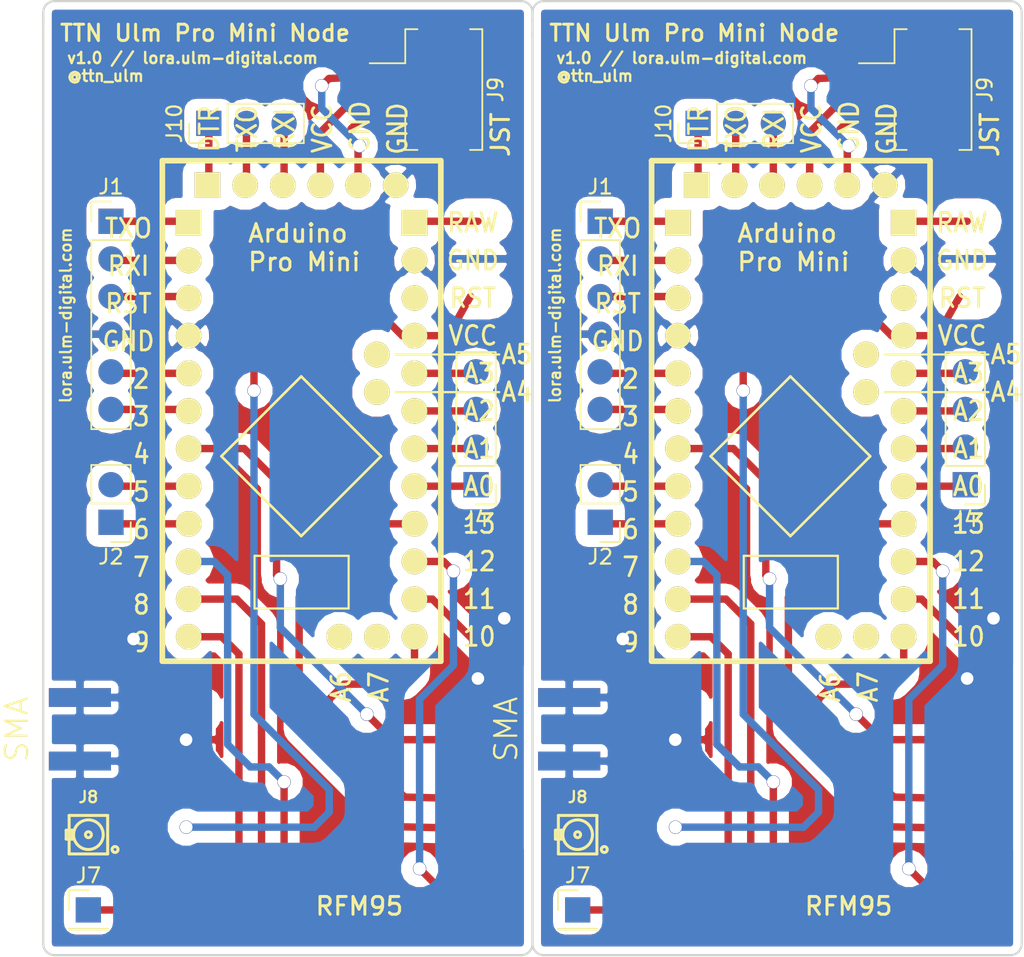
<source format=kicad_pcb>
(kicad_pcb (version 4) (host panelize.py 3.1.2-runkown)

  (general
    (links 0)
    (no_connects 0)
    (area 0 0 0 0)
    (thickness 1.6)
    (drawings 0)
    (tracks 0)
    (zones 0)
    (modules 0)
    (nets 0)
  )

  (page A4)
  (title_block
  )

  (layers
    (0 F.Cu signal)
    (31 B.Cu signal)
    (32 B.Adhes user)
    (33 F.Adhes user)
    (34 B.Paste user)
    (35 F.Paste user)
    (36 B.SilkS user)
    (37 F.SilkS user)
    (38 B.Mask user)
    (39 F.Mask user)
    (40 Dwgs.User user)
    (41 Cmts.User user)
    (42 Eco1.User user)
    (43 Eco2.User user)
    (44 Edge.Cuts user)
    (45 Margin user)
    (46 B.CrtYd user)
    (47 F.CrtYd user)
    (48 B.Fab user)
    (49 F.Fab user)
  )

  (setup
    (last_trace_width 0.25)
    (user_trace_width 0.25)
    (user_via 0.6 0.3)
    (trace_clearance 0.2)
    (zone_clearance 0.3)
    (zone_45_only no)
    (trace_min 0.2)
    (segment_width 0.1)
    (edge_width 0.1)
    (via_size 0.6)
    (via_drill 0.4)
    (via_min_size 0.4)
    (via_min_drill 0.3)
    (uvia_size 0.3)
    (uvia_drill 0.1)
    (uvias_allowed no)
    (uvia_min_size 0.2)
    (uvia_min_drill 0.1)
    (pcb_text_width 0.3)
    (pcb_text_size 1.5 1.5)
    (mod_edge_width 0.15)
    (mod_text_size 1 1)
    (mod_text_width 0.15)
    (pad_size 1.5 1.5)
    (pad_drill 0.6)
    (pad_to_mask_clearance 0)
    (pad_to_paste_clearance 0)
    (aux_axis_origin 0 0)
    (grid_origin 0 0)
    (visible_elements FFFFFF7F)
    (pcbplotparams
      (layerselection 0x010fc_80000001)
      (usegerberextensions false)
      (excludeedgelayer true)
      (linewidth 0.1)
      (plotframeref false)
      (viasonmask false)
      (mode 1)
      (useauxorigin false)
      (hpglpennumber 1)
      (hpglpenspeed 20)
      (hpglpendiameter 15)
      (hpglpenoverlay 2)
      (psnegative false)
      (psa4output false)
      (plotreference true)
      (plotvalue true)
      (plotinvisibletext false)
      (padsonsilk false)
      (subtractmaskfromsilk false)
      (outputformat 1)
      (mirror false)
      (drillshape 0)
      (scaleselection 1)
      (outputdirectory production)
    )
  )

  (net 0 "")
  (net 1 "C0_Net-(J5-Pad3)")
  (net 2 "C0_Net-(J5-Pad1)")
  (net 3 C0_D4)
  (net 4 C0_D5)
  (net 5 "C0_Net-(J2-Pad1)")
  (net 6 C0_D7)
  (net 7 "C0_Net-(J1-Pad6)")
  (net 8 "C0_Net-(J1-Pad5)")
  (net 9 C0_D6)
  (net 10 "C0_Net-(J2-Pad2)")
  (net 11 C0_GND)
  (net 12 "C0_Net-(J1-Pad3)")
  (net 13 "C0_Net-(J1-Pad1)")
  (net 14 "C0_Net-(J1-Pad2)")
  (net 15 "C0_Net-(J3-Pad1)")
  (net 16 "C0_Net-(X1-Pad3A)")
  (net 17 C0_+3V3)
  (net 18 "C0_Net-(J4-Pad1)")
  (net 19 "C0_Net-(J4-Pad2)")
  (net 20 "C0_Net-(J4-Pad4)")
  (net 21 "C0_Net-(J4-Pad3)")
  (net 22 C0_MISO)
  (net 23 C0_CLK)
  (net 24 C0_MOSI)
  (net 25 "C0_Net-(J10-Pad1)")
  (net 26 "C0_Net-(J10-Pad2)")
  (net 27 "C0_Net-(J10-Pad3)")
  (net 28 "C0_Net-(J9-Pad2)")
  (net 29 "C0_Net-(J9-Pad1)")
  (net 30 "C0_Net-(X1-Pad2B)")
  (net 31 "C0_Net-(X1-Pad3B)")
  (net 32 C0_D10)
  (net 33 C0_Ant)
  (net 34 "C1_Net-(J5-Pad3)")
  (net 35 "C1_Net-(J5-Pad1)")
  (net 36 C1_D4)
  (net 37 C1_D5)
  (net 38 "C1_Net-(J2-Pad1)")
  (net 39 C1_D7)
  (net 40 "C1_Net-(J1-Pad6)")
  (net 41 "C1_Net-(J1-Pad5)")
  (net 42 C1_D6)
  (net 43 "C1_Net-(J2-Pad2)")
  (net 44 C1_GND)
  (net 45 "C1_Net-(J1-Pad3)")
  (net 46 "C1_Net-(J1-Pad1)")
  (net 47 "C1_Net-(J1-Pad2)")
  (net 48 "C1_Net-(J3-Pad1)")
  (net 49 "C1_Net-(X1-Pad3A)")
  (net 50 C1_+3V3)
  (net 51 "C1_Net-(J4-Pad1)")
  (net 52 "C1_Net-(J4-Pad2)")
  (net 53 "C1_Net-(J4-Pad4)")
  (net 54 "C1_Net-(J4-Pad3)")
  (net 55 C1_MISO)
  (net 56 C1_CLK)
  (net 57 C1_MOSI)
  (net 58 "C1_Net-(J10-Pad1)")
  (net 59 "C1_Net-(J10-Pad2)")
  (net 60 "C1_Net-(J10-Pad3)")
  (net 61 "C1_Net-(J9-Pad2)")
  (net 62 "C1_Net-(J9-Pad1)")
  (net 63 "C1_Net-(X1-Pad2B)")
  (net 64 "C1_Net-(X1-Pad3B)")
  (net 65 C1_D10)
  (net 66 C1_Ant)

  (module footprints:Arduino_Pro_Mini (layer F.Cu) (tedit 5957D396) (tstamp 59516DF8)
    (at 183.5211 105.0036 0)
    (descr "Arduino Pro Mini")
    (tags "Arduino Pro Mini")
    (path /595024A2)
    (fp_text reference X1 (at 0.127 -22.987 0) (layer F.SilkS) hide
      (effects (font (size 1.778 1.524) (thickness 0.2032)))
    )
    (fp_text value "Arduino ProMini" (at 0 -11.557 0) (layer F.Fab) hide
      (effects (font (size 1.016 1.016) (thickness 0.1016)))
    )
    (fp_text user " A5" (at 14.097 -3.81 0) (layer F.SilkS)
      (effects (font (size 1.27 1.143) (thickness 0.1905)))
    )
    (fp_text user " A4" (at 14.097 -1.27 0) (layer F.SilkS)
      (effects (font (size 1.27 1.143) (thickness 0.1905)))
    )
    (fp_text user "  9" (at -11.684 15.621 0) (layer F.SilkS)
      (effects (font (size 1.27 1.143) (thickness 0.1905)))
    )
    (fp_text user "  8" (at -11.684 13.081 0) (layer F.SilkS)
      (effects (font (size 1.27 1.143) (thickness 0.1905)))
    )
    (fp_text user "  7" (at -11.684 10.541 0) (layer F.SilkS)
      (effects (font (size 1.27 1.143) (thickness 0.1905)))
    )
    (fp_text user "  6" (at -11.684 8.001 0) (layer F.SilkS)
      (effects (font (size 1.27 1.143) (thickness 0.1905)))
    )
    (fp_text user "  5" (at -11.684 5.461 0) (layer F.SilkS)
      (effects (font (size 1.27 1.143) (thickness 0.1905)))
    )
    (fp_text user "  4" (at -11.684 2.921 0) (layer F.SilkS)
      (effects (font (size 1.27 1.143) (thickness 0.1905)))
    )
    (fp_text user TXO (at -11.684 -12.319 0) (layer F.SilkS)
      (effects (font (size 1.27 1.143) (thickness 0.1905)))
    )
    (fp_text user RXI (at -11.684 -9.779 0) (layer F.SilkS)
      (effects (font (size 1.27 1.143) (thickness 0.1905)))
    )
    (fp_text user RST (at -11.684 -7.239 0) (layer F.SilkS)
      (effects (font (size 1.27 1.143) (thickness 0.1905)))
    )
    (fp_text user GND (at -11.684 -4.699 0) (layer F.SilkS)
      (effects (font (size 1.27 1.143) (thickness 0.1905)))
    )
    (fp_text user "  2" (at -11.684 -2.159 0) (layer F.SilkS)
      (effects (font (size 1.27 1.143) (thickness 0.1905)))
    )
    (fp_text user "  3" (at -11.684 0.381 0) (layer F.SilkS)
      (effects (font (size 1.27 1.143) (thickness 0.1905)))
    )
    (fp_text user " A2" (at 11.557 0 0) (layer F.SilkS)
      (effects (font (size 1.27 1.143) (thickness 0.1905)))
    )
    (fp_text user " A3" (at 11.557 -2.54 0) (layer F.SilkS)
      (effects (font (size 1.27 1.143) (thickness 0.1905)))
    )
    (fp_text user VCC (at 11.557 -5.08 0) (layer F.SilkS)
      (effects (font (size 1.27 1.143) (thickness 0.1905)))
    )
    (fp_text user RST (at 11.557 -7.62 0) (layer F.SilkS)
      (effects (font (size 1.27 1.143) (thickness 0.1905)))
    )
    (fp_text user GND (at 11.557 -10.16 0) (layer F.SilkS)
      (effects (font (size 1.27 1.143) (thickness 0.1905)))
    )
    (fp_text user RAW (at 11.557 -12.7 0) (layer F.SilkS)
      (effects (font (size 1.27 1.143) (thickness 0.1905)))
    )
    (fp_text user " A1" (at 11.557 2.54 0) (layer F.SilkS)
      (effects (font (size 1.27 1.143) (thickness 0.1905)))
    )
    (fp_text user " A0" (at 11.557 5.08 0) (layer F.SilkS)
      (effects (font (size 1.27 1.143) (thickness 0.1905)))
    )
    (fp_text user " 13" (at 11.557 7.62 0) (layer F.SilkS)
      (effects (font (size 1.27 1.143) (thickness 0.1905)))
    )
    (fp_text user " 12" (at 11.557 10.16 0) (layer F.SilkS)
      (effects (font (size 1.27 1.143) (thickness 0.1905)))
    )
    (fp_text user " 11" (at 11.557 12.7 0) (layer F.SilkS)
      (effects (font (size 1.27 1.143) (thickness 0.1905)))
    )
    (fp_text user " 10" (at 11.557 15.24 0) (layer F.SilkS)
      (effects (font (size 1.27 1.143) (thickness 0.1905)))
    )
    (fp_text user " A7" (at 5.207 19.05 90) (layer F.SilkS)
      (effects (font (size 1.27 1.143) (thickness 0.1905)))
    )
    (fp_text user " A6" (at 2.667 19.05 90) (layer F.SilkS)
      (effects (font (size 1.27 1.143) (thickness 0.1905)))
    )
    (fp_text user GND (at 0.127 19.05 90) (layer F.SilkS) hide
      (effects (font (size 1.27 1.143) (thickness 0.1905)))
    )
    (fp_text user GND (at 6.477 -19.05 90) (layer F.SilkS)
      (effects (font (size 1.27 1.143) (thickness 0.1905)))
    )
    (fp_text user GND (at 3.937 -19.177 90) (layer F.SilkS)
      (effects (font (size 1.27 1.143) (thickness 0.1905)))
    )
    (fp_text user VCC (at 1.397 -19.05 90) (layer F.SilkS)
      (effects (font (size 1.27 1.143) (thickness 0.1905)))
    )
    (fp_text user RXI (at -1.143 -19.05 90) (layer F.SilkS)
      (effects (font (size 1.27 1.143) (thickness 0.1905)))
    )
    (fp_text user TXO (at -3.683 -19.05 90) (layer F.SilkS)
      (effects (font (size 1.27 1.143) (thickness 0.1905)))
    )
    (fp_text user DTR (at -6.223 -19.05 90) (layer F.SilkS)
      (effects (font (size 1.27 1.143) (thickness 0.1778)))
    )
    (fp_line (start 6.35 -1.27) (end 13.335 -1.27) (layer F.SilkS) (width 0.1524))
    (fp_line (start 6.35 -3.81) (end 13.335 -3.81) (layer F.SilkS) (width 0.1524))
    (fp_line (start 3.175 9.779) (end -3.175 9.779) (layer F.SilkS) (width 0.1524))
    (fp_line (start 3.175 9.779) (end 3.175 13.335) (layer F.SilkS) (width 0.1524))
    (fp_line (start -3.175 13.335) (end 3.175 13.335) (layer F.SilkS) (width 0.1524))
    (fp_line (start -3.175 9.779) (end -3.175 13.335) (layer F.SilkS) (width 0.1524))
    (fp_line (start -5.414456 3.058895) (end -0.026303 -2.329259) (layer F.SilkS) (width 0.1778))
    (fp_line (start -0.026303 -2.329259) (end 5.361851 3.058895) (layer F.SilkS) (width 0.1778))
    (fp_line (start -0.026303 8.447049) (end 5.361851 3.058895) (layer F.SilkS) (width 0.1778))
    (fp_line (start -5.414456 3.058895) (end -0.026303 8.447049) (layer F.SilkS) (width 0.1778))
    (fp_line (start -9.398 -16.891) (end 9.398 -16.891) (layer F.SilkS) (width 0.381))
    (fp_line (start 9.398 -16.891) (end 9.398 16.891) (layer F.SilkS) (width 0.381))
    (fp_line (start 9.398 16.891) (end -9.398 16.891) (layer F.SilkS) (width 0.381))
    (fp_line (start -9.398 16.891) (end -9.398 -16.891) (layer F.SilkS) (width 0.381))
    (pad 4B thru_hole circle (at 5.08 -1.27 0) (size 1.7272 1.7272) (drill) (layers *.Cu *.Mask F.SilkS)
      (net 1 "C0_Net-(J5-Pad3)"))
    (pad 5B thru_hole circle (at 5.08 -3.81 0) (size 1.7272 1.7272) (drill) (layers *.Cu *.Mask F.SilkS)
      (net 2 "C0_Net-(J5-Pad1)"))
    (pad 12D thru_hole circle (at -7.62 15.24 0) (size 1.7272 1.7272) (drill) (layers *.Cu *.Mask F.SilkS)
      (net 3 C0_D4))
    (pad 11D thru_hole circle (at -7.62 12.7 0) (size 1.7272 1.7272) (drill) (layers *.Cu *.Mask F.SilkS)
      (net 4 C0_D5))
    (pad 9D thru_hole circle (at -7.62 7.62 0) (size 1.7272 1.7272) (drill) (layers *.Cu *.Mask F.SilkS)
      (net 5 "C0_Net-(J2-Pad1)"))
    (pad 10D thru_hole circle (at -7.62 10.16 0) (size 1.7272 1.7272) (drill) (layers *.Cu *.Mask F.SilkS)
      (net 6 C0_D7))
    (pad 6D thru_hole circle (at -7.62 0 0) (size 1.7272 1.7272) (drill) (layers *.Cu *.Mask F.SilkS)
      (net 7 "C0_Net-(J1-Pad6)"))
    (pad 5D thru_hole circle (at -7.62 -2.54 0) (size 1.7272 1.7272) (drill) (layers *.Cu *.Mask F.SilkS)
      (net 8 "C0_Net-(J1-Pad5)"))
    (pad 7D thru_hole circle (at -7.62 2.54 0) (size 1.7272 1.7272) (drill) (layers *.Cu *.Mask F.SilkS)
      (net 9 C0_D6))
    (pad 8D thru_hole circle (at -7.62 5.08 0) (size 1.7272 1.7272) (drill) (layers *.Cu *.Mask F.SilkS)
      (net 10 "C0_Net-(J2-Pad2)"))
    (pad 4D thru_hole circle (at -7.62 -5.08 0) (size 1.7272 1.7272) (drill) (layers *.Cu *.Mask F.SilkS)
      (net 11 C0_GND))
    (pad 3D thru_hole circle (at -7.62 -7.62 0) (size 1.7272 1.7272) (drill) (layers *.Cu *.Mask F.SilkS)
      (net 12 "C0_Net-(J1-Pad3)"))
    (pad 1D thru_hole rect (at -7.62 -12.7 0) (size 1.7272 1.7272) (drill) (layers *.Cu *.Mask F.SilkS)
      (net 13 "C0_Net-(J1-Pad1)"))
    (pad 2D thru_hole circle (at -7.62 -10.16 0) (size 1.7272 1.7272) (drill) (layers *.Cu *.Mask F.SilkS)
      (net 14 "C0_Net-(J1-Pad2)"))
    (pad 2A thru_hole circle (at 7.62 -10.16 0) (size 1.7272 1.7272) (drill) (layers *.Cu *.Mask F.SilkS)
      (net 11 C0_GND))
    (pad 1A thru_hole rect (at 7.62 -12.7 0) (size 1.7272 1.7272) (drill) (layers *.Cu *.Mask F.SilkS)
      (net 15 "C0_Net-(J3-Pad1)"))
    (pad 3A thru_hole circle (at 7.62 -7.62 0) (size 1.7272 1.7272) (drill) (layers *.Cu *.Mask F.SilkS)
      (net 16 "C0_Net-(X1-Pad3A)"))
    (pad 4A thru_hole circle (at 7.62 -5.08 0) (size 1.7272 1.7272) (drill) (layers *.Cu *.Mask F.SilkS)
      (net 17 C0_+3V3))
    (pad 8A thru_hole circle (at 7.62 5.08 0) (size 1.7272 1.7272) (drill) (layers *.Cu *.Mask F.SilkS)
      (net 18 "C0_Net-(J4-Pad1)"))
    (pad 7A thru_hole circle (at 7.62 2.54 0) (size 1.7272 1.7272) (drill) (layers *.Cu *.Mask F.SilkS)
      (net 19 "C0_Net-(J4-Pad2)"))
    (pad 5A thru_hole circle (at 7.62 -2.54 0) (size 1.7272 1.7272) (drill) (layers *.Cu *.Mask F.SilkS)
      (net 20 "C0_Net-(J4-Pad4)"))
    (pad 6A thru_hole circle (at 7.62 0 0) (size 1.7272 1.7272) (drill) (layers *.Cu *.Mask F.SilkS)
      (net 21 "C0_Net-(J4-Pad3)"))
    (pad 10A thru_hole circle (at 7.62 10.16 0) (size 1.7272 1.7272) (drill) (layers *.Cu *.Mask F.SilkS)
      (net 22 C0_MISO))
    (pad 9A thru_hole circle (at 7.62 7.62 0) (size 1.7272 1.7272) (drill) (layers *.Cu *.Mask F.SilkS)
      (net 23 C0_CLK))
    (pad 11A thru_hole circle (at 7.62 12.7 0) (size 1.7272 1.7272) (drill) (layers *.Cu *.Mask F.SilkS)
      (net 24 C0_MOSI))
    (pad 1C thru_hole rect (at -6.35 -15.24 0) (size 1.7272 1.7272) (drill) (layers *.Cu *.Mask F.SilkS)
      (net 25 "C0_Net-(J10-Pad1)"))
    (pad 2C thru_hole circle (at -3.81 -15.24 0) (size 1.7272 1.7272) (drill) (layers *.Cu *.Mask F.SilkS)
      (net 26 "C0_Net-(J10-Pad2)"))
    (pad 3C thru_hole circle (at -1.27 -15.24 0) (size 1.7272 1.7272) (drill) (layers *.Cu *.Mask F.SilkS)
      (net 27 "C0_Net-(J10-Pad3)"))
    (pad 4C thru_hole circle (at 1.27 -15.24 0) (size 1.7272 1.7272) (drill) (layers *.Cu *.Mask F.SilkS)
      (net 28 "C0_Net-(J9-Pad2)"))
    (pad 5C thru_hole circle (at 3.81 -15.24 0) (size 1.7272 1.7272) (drill) (layers *.Cu *.Mask F.SilkS)
      (net 29 "C0_Net-(J9-Pad1)"))
    (pad 6C thru_hole circle (at 6.35 -15.24 0) (size 1.7272 1.7272) (drill) (layers *.Cu *.Mask F.SilkS)
      (net 11 C0_GND))
    (pad 2B thru_hole circle (at 2.54 15.24 0) (size 1.7272 1.7272) (drill) (layers *.Cu *.Mask F.SilkS)
      (net 30 "C0_Net-(X1-Pad2B)"))
    (pad 3B thru_hole circle (at 5.08 15.24 0) (size 1.7272 1.7272) (drill) (layers *.Cu *.Mask F.SilkS)
      (net 31 "C0_Net-(X1-Pad3B)"))
    (pad 12A thru_hole circle (at 7.62 15.24 0) (size 1.7272 1.7272) (drill) (layers *.Cu *.Mask F.SilkS)
      (net 32 C0_D10))
  )

  (module Connectors_JST:JST_PH_B2B-PH-SM4-TB_02x2.00mm_Straight (layer F.Cu) (tedit 59569AC5) (tstamp 595695E8)
    (at 191.992 83.312 270)
    (descr "JST PH series connector, B2B-PH-SM4-TB, top entry type, surface mount, Datasheet: http://www.jst-mfg.com/product/pdf/eng/ePH.pdf")
    (tags "connector jst ph")
    (path /595695B9)
    (fp_text reference J9 (at 0 -4.625 270) (layer F.SilkS)
      (effects (font (size 1 1) (thickness 0.15)))
    )
    (fp_text value CONN_01X02 (at 0 4.875 270) (layer F.Fab) hide
      (effects (font (size 1 1) (thickness 0.15)))
    )
    (fp_text user %R (at 0 -2.625 270) (layer F.Fab)
      (effects (font (size 1 1) (thickness 0.15)))
    )
    (fp_line (start -4.075 -2.9) (end -4.075 -3.725) (layer F.SilkS) (width 0.12))
    (fp_line (start -4.075 -3.725) (end 4.075 -3.725) (layer F.SilkS) (width 0.12))
    (fp_line (start 4.075 -3.725) (end 4.075 -2.9) (layer F.SilkS) (width 0.12))
    (fp_line (start -4.075 0.65) (end -4.075 1.475) (layer F.SilkS) (width 0.12))
    (fp_line (start -4.075 1.475) (end -1.775 1.475) (layer F.SilkS) (width 0.12))
    (fp_line (start 4.075 0.65) (end 4.075 1.475) (layer F.SilkS) (width 0.12))
    (fp_line (start 4.075 1.475) (end 1.775 1.475) (layer F.SilkS) (width 0.12))
    (fp_line (start -3.975 -3.625) (end -3.975 1.375) (layer F.Fab) (width 0.1))
    (fp_line (start -3.975 1.375) (end 3.975 1.375) (layer F.Fab) (width 0.1))
    (fp_line (start 3.975 1.375) (end 3.975 -3.625) (layer F.Fab) (width 0.1))
    (fp_line (start 3.975 -3.625) (end -3.975 -3.625) (layer F.Fab) (width 0.1))
    (fp_line (start -1.775 1.475) (end -1.775 3.875) (layer F.SilkS) (width 0.12))
    (fp_line (start -2 1.375) (end -1 0.375) (layer F.Fab) (width 0.1))
    (fp_line (start -1 0.375) (end 0 1.375) (layer F.Fab) (width 0.1))
    (fp_line (start -4.7 -4.13) (end -4.7 4.38) (layer F.CrtYd) (width 0.05))
    (fp_line (start -4.7 4.38) (end 4.7 4.38) (layer F.CrtYd) (width 0.05))
    (fp_line (start 4.7 4.38) (end 4.7 -4.13) (layer F.CrtYd) (width 0.05))
    (fp_line (start 4.7 -4.13) (end -4.7 -4.13) (layer F.CrtYd) (width 0.05))
    (pad 1 smd rect (at -1 1.125 270) (size 1 5.5) (drill) (layers F.Cu F.Paste F.Mask)
      (net 29 "C0_Net-(J9-Pad1)"))
    (pad 2 smd rect (at 1 1.125 270) (size 1 5.5) (drill) (layers F.Cu F.Paste F.Mask)
      (net 28 "C0_Net-(J9-Pad2)"))
    (pad "" smd rect (at -3.4 -1.125 270) (size 1.6 3) (drill) (layers F.Cu F.Paste F.Mask))
    (pad "" smd rect (at 3.4 -1.125 270) (size 1.6 3) (drill) (layers F.Cu F.Paste F.Mask))
  )

  (module Pin_Header_Straight_1x03_Pitch2.54mm (layer F.Cu) (tedit 59569A9C) (tstamp 59569B17)
    (at 177.26 85.598 90)
    (descr "Through hole straight pin header, 1x03, 2.54mm pitch, single row")
    (tags "Through hole pin header THT 1x03 2.54mm single row")
    (path /59569F01)
    (fp_text reference J10 (at 0 -2.33 90) (layer F.SilkS)
      (effects (font (size 1 1) (thickness 0.15)))
    )
    (fp_text value CONN_01X03 (at 0 7.41 90) (layer F.Fab) hide
      (effects (font (size 1 1) (thickness 0.15)))
    )
    (fp_text user %R (at 0 -2.33 90) (layer F.Fab)
      (effects (font (size 1 1) (thickness 0.15)))
    )
    (fp_line (start -1.27 -1.27) (end -1.27 6.35) (layer F.Fab) (width 0.1))
    (fp_line (start -1.27 6.35) (end 1.27 6.35) (layer F.Fab) (width 0.1))
    (fp_line (start 1.27 6.35) (end 1.27 -1.27) (layer F.Fab) (width 0.1))
    (fp_line (start 1.27 -1.27) (end -1.27 -1.27) (layer F.Fab) (width 0.1))
    (fp_line (start -1.33 1.27) (end -1.33 6.41) (layer F.SilkS) (width 0.12))
    (fp_line (start -1.33 6.41) (end 1.33 6.41) (layer F.SilkS) (width 0.12))
    (fp_line (start 1.33 6.41) (end 1.33 1.27) (layer F.SilkS) (width 0.12))
    (fp_line (start 1.33 1.27) (end -1.33 1.27) (layer F.SilkS) (width 0.12))
    (fp_line (start -1.33 0) (end -1.33 -1.33) (layer F.SilkS) (width 0.12))
    (fp_line (start -1.33 -1.33) (end 0 -1.33) (layer F.SilkS) (width 0.12))
    (fp_line (start -1.8 -1.8) (end -1.8 6.85) (layer F.CrtYd) (width 0.05))
    (fp_line (start -1.8 6.85) (end 1.8 6.85) (layer F.CrtYd) (width 0.05))
    (fp_line (start 1.8 6.85) (end 1.8 -1.8) (layer F.CrtYd) (width 0.05))
    (fp_line (start 1.8 -1.8) (end -1.8 -1.8) (layer F.CrtYd) (width 0.05))
    (pad 1 thru_hole rect (at 0 0 90) (size 1.7 1.7) (drill) (layers *.Cu *.Mask)
      (net 25 "C0_Net-(J10-Pad1)"))
    (pad 2 thru_hole oval (at 0 2.54 90) (size 1.7 1.7) (drill) (layers *.Cu *.Mask)
      (net 26 "C0_Net-(J10-Pad2)"))
    (pad 3 thru_hole oval (at 0 5.08 90) (size 1.7 1.7) (drill) (layers *.Cu *.Mask)
      (net 27 "C0_Net-(J10-Pad3)"))
  )

  (module Pin_Headers:Pin_Header_Straight_1x04_Pitch2.54mm (layer F.Cu) (tedit 595423C7) (tstamp 59516D2E)
    (at 195.294 109.982 180)
    (descr "Through hole straight pin header, 1x04, 2.54mm pitch, single row")
    (tags "Through hole pin header THT 1x04 2.54mm single row")
    (path /59502927)
    (fp_text reference J4 (at 0 -2.33 180) (layer F.SilkS)
      (effects (font (size 1 1) (thickness 0.15)))
    )
    (fp_text value CONN_01X04 (at 0 9.95 180) (layer F.Fab) hide
      (effects (font (size 1 1) (thickness 0.15)))
    )
    (fp_text user %R (at 0 -2.33 180) (layer F.Fab)
      (effects (font (size 1 1) (thickness 0.15)))
    )
    (fp_line (start -1.27 -1.27) (end -1.27 8.89) (layer F.Fab) (width 0.1))
    (fp_line (start -1.27 8.89) (end 1.27 8.89) (layer F.Fab) (width 0.1))
    (fp_line (start 1.27 8.89) (end 1.27 -1.27) (layer F.Fab) (width 0.1))
    (fp_line (start 1.27 -1.27) (end -1.27 -1.27) (layer F.Fab) (width 0.1))
    (fp_line (start -1.33 1.27) (end -1.33 8.95) (layer F.SilkS) (width 0.12))
    (fp_line (start -1.33 8.95) (end 1.33 8.95) (layer F.SilkS) (width 0.12))
    (fp_line (start 1.33 8.95) (end 1.33 1.27) (layer F.SilkS) (width 0.12))
    (fp_line (start 1.33 1.27) (end -1.33 1.27) (layer F.SilkS) (width 0.12))
    (fp_line (start -1.33 0) (end -1.33 -1.33) (layer F.SilkS) (width 0.12))
    (fp_line (start -1.33 -1.33) (end 0 -1.33) (layer F.SilkS) (width 0.12))
    (fp_line (start -1.8 -1.8) (end -1.8 9.4) (layer F.CrtYd) (width 0.05))
    (fp_line (start -1.8 9.4) (end 1.8 9.4) (layer F.CrtYd) (width 0.05))
    (fp_line (start 1.8 9.4) (end 1.8 -1.8) (layer F.CrtYd) (width 0.05))
    (fp_line (start 1.8 -1.8) (end -1.8 -1.8) (layer F.CrtYd) (width 0.05))
    (pad 1 thru_hole rect (at 0 0 180) (size 1.7 1.7) (drill) (layers *.Cu *.Mask)
      (net 18 "C0_Net-(J4-Pad1)"))
    (pad 2 thru_hole oval (at 0 2.54 180) (size 1.7 1.7) (drill) (layers *.Cu *.Mask)
      (net 19 "C0_Net-(J4-Pad2)"))
    (pad 3 thru_hole oval (at 0 5.08 180) (size 1.7 1.7) (drill) (layers *.Cu *.Mask)
      (net 21 "C0_Net-(J4-Pad3)"))
    (pad 4 thru_hole oval (at 0 7.62 180) (size 1.7 1.7) (drill) (layers *.Cu *.Mask)
      (net 20 "C0_Net-(J4-Pad4)"))
  )

  (module Pin_Headers:Pin_Header_Straight_1x02_Pitch2.54mm (layer F.Cu) (tedit 595423B5) (tstamp 59516D07)
    (at 170.656 112.522 180)
    (descr "Through hole straight pin header, 1x02, 2.54mm pitch, single row")
    (tags "Through hole pin header THT 1x02 2.54mm single row")
    (path /595152F2)
    (fp_text reference J2 (at 0 -2.33 180) (layer F.SilkS)
      (effects (font (size 1 1) (thickness 0.15)))
    )
    (fp_text value CONN_01X02 (at 0 4.87 180) (layer F.Fab) hide
      (effects (font (size 1 1) (thickness 0.15)))
    )
    (fp_text user %R (at 0 -2.33 180) (layer F.Fab)
      (effects (font (size 1 1) (thickness 0.15)))
    )
    (fp_line (start -1.27 -1.27) (end -1.27 3.81) (layer F.Fab) (width 0.1))
    (fp_line (start -1.27 3.81) (end 1.27 3.81) (layer F.Fab) (width 0.1))
    (fp_line (start 1.27 3.81) (end 1.27 -1.27) (layer F.Fab) (width 0.1))
    (fp_line (start 1.27 -1.27) (end -1.27 -1.27) (layer F.Fab) (width 0.1))
    (fp_line (start -1.33 1.27) (end -1.33 3.87) (layer F.SilkS) (width 0.12))
    (fp_line (start -1.33 3.87) (end 1.33 3.87) (layer F.SilkS) (width 0.12))
    (fp_line (start 1.33 3.87) (end 1.33 1.27) (layer F.SilkS) (width 0.12))
    (fp_line (start 1.33 1.27) (end -1.33 1.27) (layer F.SilkS) (width 0.12))
    (fp_line (start -1.33 0) (end -1.33 -1.33) (layer F.SilkS) (width 0.12))
    (fp_line (start -1.33 -1.33) (end 0 -1.33) (layer F.SilkS) (width 0.12))
    (fp_line (start -1.8 -1.8) (end -1.8 4.35) (layer F.CrtYd) (width 0.05))
    (fp_line (start -1.8 4.35) (end 1.8 4.35) (layer F.CrtYd) (width 0.05))
    (fp_line (start 1.8 4.35) (end 1.8 -1.8) (layer F.CrtYd) (width 0.05))
    (fp_line (start 1.8 -1.8) (end -1.8 -1.8) (layer F.CrtYd) (width 0.05))
    (pad 1 thru_hole rect (at 0 0 180) (size 1.7 1.7) (drill) (layers *.Cu *.Mask)
      (net 5 "C0_Net-(J2-Pad1)"))
    (pad 2 thru_hole oval (at 0 2.54 180) (size 1.7 1.7) (drill) (layers *.Cu *.Mask)
      (net 10 "C0_Net-(J2-Pad2)"))
  )

  (module Pin_Headers:Pin_Header_Straight_1x06_Pitch2.54mm (layer F.Cu) (tedit 5954239E) (tstamp 59516CF2)
    (at 170.656 92.202 0)
    (descr "Through hole straight pin header, 1x06, 2.54mm pitch, single row")
    (tags "Through hole pin header THT 1x06 2.54mm single row")
    (path /59514E69)
    (fp_text reference J1 (at 0 -2.33 0) (layer F.SilkS)
      (effects (font (size 1 1) (thickness 0.15)))
    )
    (fp_text value CONN_01X06 (at 0 15.03 0) (layer F.Fab) hide
      (effects (font (size 1 1) (thickness 0.15)))
    )
    (fp_text user %R (at 0 -2.33 0) (layer F.Fab)
      (effects (font (size 1 1) (thickness 0.15)))
    )
    (fp_line (start -1.27 -1.27) (end -1.27 13.97) (layer F.Fab) (width 0.1))
    (fp_line (start -1.27 13.97) (end 1.27 13.97) (layer F.Fab) (width 0.1))
    (fp_line (start 1.27 13.97) (end 1.27 -1.27) (layer F.Fab) (width 0.1))
    (fp_line (start 1.27 -1.27) (end -1.27 -1.27) (layer F.Fab) (width 0.1))
    (fp_line (start -1.33 1.27) (end -1.33 14.03) (layer F.SilkS) (width 0.12))
    (fp_line (start -1.33 14.03) (end 1.33 14.03) (layer F.SilkS) (width 0.12))
    (fp_line (start 1.33 14.03) (end 1.33 1.27) (layer F.SilkS) (width 0.12))
    (fp_line (start 1.33 1.27) (end -1.33 1.27) (layer F.SilkS) (width 0.12))
    (fp_line (start -1.33 0) (end -1.33 -1.33) (layer F.SilkS) (width 0.12))
    (fp_line (start -1.33 -1.33) (end 0 -1.33) (layer F.SilkS) (width 0.12))
    (fp_line (start -1.8 -1.8) (end -1.8 14.5) (layer F.CrtYd) (width 0.05))
    (fp_line (start -1.8 14.5) (end 1.8 14.5) (layer F.CrtYd) (width 0.05))
    (fp_line (start 1.8 14.5) (end 1.8 -1.8) (layer F.CrtYd) (width 0.05))
    (fp_line (start 1.8 -1.8) (end -1.8 -1.8) (layer F.CrtYd) (width 0.05))
    (pad 1 thru_hole rect (at 0 0 0) (size 1.7 1.7) (drill) (layers *.Cu *.Mask)
      (net 13 "C0_Net-(J1-Pad1)"))
    (pad 2 thru_hole oval (at 0 2.54 0) (size 1.7 1.7) (drill) (layers *.Cu *.Mask)
      (net 14 "C0_Net-(J1-Pad2)"))
    (pad 3 thru_hole oval (at 0 5.08 0) (size 1.7 1.7) (drill) (layers *.Cu *.Mask)
      (net 12 "C0_Net-(J1-Pad3)"))
    (pad 4 thru_hole oval (at 0 7.62 0) (size 1.7 1.7) (drill) (layers *.Cu *.Mask)
      (net 11 C0_GND))
    (pad 5 thru_hole oval (at 0 10.16 0) (size 1.7 1.7) (drill) (layers *.Cu *.Mask)
      (net 8 "C0_Net-(J1-Pad5)"))
    (pad 6 thru_hole oval (at 0 12.7 0) (size 1.7 1.7) (drill) (layers *.Cu *.Mask)
      (net 7 "C0_Net-(J1-Pad6)"))
  )

  (module footprints:SMA_EDGE (layer F.Cu) (tedit 54067F78) (tstamp 59516D4E)
    (at 170.656 126.492 90)
    (path /5951810C)
    (fp_text reference J6 (at 0 -6.35 90) (layer F.SilkS) hide
      (effects (font (size 1.5 1.5) (thickness 0.15)))
    )
    (fp_text value SMA (at 0 -6.35 270) (layer F.SilkS)
      (effects (font (size 1.5 1.5) (thickness 0.15)))
    )
    (pad 2 smd rect (at -2.1463 -2.0955 90) (size 1.27 4.191) (drill) (layers F.Cu F.Paste F.Mask)
      (net 11 C0_GND))
    (pad 2 smd rect (at 2.1463 -2.0955 90) (size 1.27 4.191) (drill) (layers F.Cu F.Paste F.Mask)
      (net 11 C0_GND))
    (pad 1 smd rect (at 0 -1.8415 90) (size 1.27 3.683) (drill) (layers F.Cu F.Paste F.Mask)
      (net 33 C0_Ant))
    (pad 2 smd rect (at -2.1463 -2.0955 90) (size 1.27 4.191) (drill) (layers B.Cu F.Paste F.Mask)
      (net 11 C0_GND))
    (pad 2 smd rect (at 2.1463 -2.0955 90) (size 1.27 4.191) (drill) (layers B.Cu F.Paste F.Mask)
      (net 11 C0_GND))
  )

  (module footprints:U.FL-COAX (layer F.Cu) (tedit 5957D31F) (tstamp 59516D74)
    (at 169.132 133.604 180)
    (path /5951BDC9)
    (fp_text reference J8 (at 0 2.54 180) (layer F.SilkS)
      (effects (font (size 0.762 0.762) (thickness 0.1524)))
    )
    (fp_text value U.FL (at 0 0 180) (layer F.SilkS) hide
      (effects (font (size 0.762 0.762) (thickness 0.1524)))
    )
    (fp_line (start 1.1 0.3) (end 1.1 -0.3) (layer F.SilkS) (width 0.2032))
    (fp_line (start 1.5 0.3) (end 1 0.3) (layer F.SilkS) (width 0.2032))
    (fp_line (start 1.5 0.3) (end 1.5 -0.3) (layer F.SilkS) (width 0.2032))
    (fp_line (start 1.5 -0.3) (end 1 -0.3) (layer F.SilkS) (width 0.2032))
    (fp_circle (center 0 0) (end 0.2 0) (layer F.SilkS) (width 0.2032))
    (fp_circle (center 0 0) (end 1 0) (layer F.SilkS) (width 0.2032))
    (fp_circle (center -1.8 -1) (end -1.6 -1) (layer F.SilkS) (width 0.2032))
    (fp_line (start -1.3 -1.3) (end -1.3 1.3) (layer F.SilkS) (width 0.2032))
    (fp_line (start -1.3 1.3) (end 1.3 1.3) (layer F.SilkS) (width 0.2032))
    (fp_line (start 1.3 1.3) (end 1.3 -1.3) (layer F.SilkS) (width 0.2032))
    (fp_line (start 1.3 -1.3) (end -1.3 -1.3) (layer F.SilkS) (width 0.2032))
    (pad 1 smd rect (at -1.5 0 180) (size 1 1) (drill) (layers F.Cu F.Paste F.Mask)
      (net 33 C0_Ant))
    (pad 2 smd rect (at 0 -1.5 180) (size 2.2 1) (drill) (layers F.Cu F.Paste F.Mask)
      (net 11 C0_GND))
    (pad 3 smd rect (at 0 1.5 180) (size 2.2 1) (drill) (layers F.Cu F.Paste F.Mask)
      (net 11 C0_GND))
  )

  (module Pin_Headers:Pin_Header_Straight_1x01_Pitch2.54mm (layer F.Cu) (tedit 58CD4EC1) (tstamp 59516D62)
    (at 169.132 138.684 0)
    (descr "Through hole straight pin header, 1x01, 2.54mm pitch, single row")
    (tags "Through hole pin header THT 1x01 2.54mm single row")
    (path /595187DE)
    (fp_text reference J7 (at 0 -2.33 0) (layer F.SilkS)
      (effects (font (size 1 1) (thickness 0.15)))
    )
    (fp_text value Ant (at 0 2.33 0) (layer F.Fab)
      (effects (font (size 1 1) (thickness 0.15)))
    )
    (fp_text user %R (at 0 -2.33 0) (layer F.Fab)
      (effects (font (size 1 1) (thickness 0.15)))
    )
    (fp_line (start -1.27 -1.27) (end -1.27 1.27) (layer F.Fab) (width 0.1))
    (fp_line (start -1.27 1.27) (end 1.27 1.27) (layer F.Fab) (width 0.1))
    (fp_line (start 1.27 1.27) (end 1.27 -1.27) (layer F.Fab) (width 0.1))
    (fp_line (start 1.27 -1.27) (end -1.27 -1.27) (layer F.Fab) (width 0.1))
    (fp_line (start -1.33 1.27) (end -1.33 1.33) (layer F.SilkS) (width 0.12))
    (fp_line (start -1.33 1.33) (end 1.33 1.33) (layer F.SilkS) (width 0.12))
    (fp_line (start 1.33 1.33) (end 1.33 1.27) (layer F.SilkS) (width 0.12))
    (fp_line (start 1.33 1.27) (end -1.33 1.27) (layer F.SilkS) (width 0.12))
    (fp_line (start -1.33 0) (end -1.33 -1.33) (layer F.SilkS) (width 0.12))
    (fp_line (start -1.33 -1.33) (end 0 -1.33) (layer F.SilkS) (width 0.12))
    (fp_line (start -1.8 -1.8) (end -1.8 1.8) (layer F.CrtYd) (width 0.05))
    (fp_line (start -1.8 1.8) (end 1.8 1.8) (layer F.CrtYd) (width 0.05))
    (fp_line (start 1.8 1.8) (end 1.8 -1.8) (layer F.CrtYd) (width 0.05))
    (fp_line (start 1.8 -1.8) (end -1.8 -1.8) (layer F.CrtYd) (width 0.05))
    (pad 1 thru_hole rect (at 0 0 0) (size 1.7 1.7) (drill) (layers *.Cu *.Mask)
      (net 33 C0_Ant))
  )

  (module footprints:Arduino_Pro_Mini (layer F.Cu) (tedit 5957D396) (tstamp 59516DF8)
    (at 216.5411 105.0036 0)
    (descr "Arduino Pro Mini")
    (tags "Arduino Pro Mini")
    (path /595024A2)
    (fp_text reference X1 (at 0.127 -22.987 0) (layer F.SilkS) hide
      (effects (font (size 1.778 1.524) (thickness 0.2032)))
    )
    (fp_text value "Arduino ProMini" (at 0 -11.557 0) (layer F.Fab) hide
      (effects (font (size 1.016 1.016) (thickness 0.1016)))
    )
    (fp_text user " A5" (at 14.097 -3.81 0) (layer F.SilkS)
      (effects (font (size 1.27 1.143) (thickness 0.1905)))
    )
    (fp_text user " A4" (at 14.097 -1.27 0) (layer F.SilkS)
      (effects (font (size 1.27 1.143) (thickness 0.1905)))
    )
    (fp_text user "  9" (at -11.684 15.621 0) (layer F.SilkS)
      (effects (font (size 1.27 1.143) (thickness 0.1905)))
    )
    (fp_text user "  8" (at -11.684 13.081 0) (layer F.SilkS)
      (effects (font (size 1.27 1.143) (thickness 0.1905)))
    )
    (fp_text user "  7" (at -11.684 10.541 0) (layer F.SilkS)
      (effects (font (size 1.27 1.143) (thickness 0.1905)))
    )
    (fp_text user "  6" (at -11.684 8.001 0) (layer F.SilkS)
      (effects (font (size 1.27 1.143) (thickness 0.1905)))
    )
    (fp_text user "  5" (at -11.684 5.461 0) (layer F.SilkS)
      (effects (font (size 1.27 1.143) (thickness 0.1905)))
    )
    (fp_text user "  4" (at -11.684 2.921 0) (layer F.SilkS)
      (effects (font (size 1.27 1.143) (thickness 0.1905)))
    )
    (fp_text user TXO (at -11.684 -12.319 0) (layer F.SilkS)
      (effects (font (size 1.27 1.143) (thickness 0.1905)))
    )
    (fp_text user RXI (at -11.684 -9.779 0) (layer F.SilkS)
      (effects (font (size 1.27 1.143) (thickness 0.1905)))
    )
    (fp_text user RST (at -11.684 -7.239 0) (layer F.SilkS)
      (effects (font (size 1.27 1.143) (thickness 0.1905)))
    )
    (fp_text user GND (at -11.684 -4.699 0) (layer F.SilkS)
      (effects (font (size 1.27 1.143) (thickness 0.1905)))
    )
    (fp_text user "  2" (at -11.684 -2.159 0) (layer F.SilkS)
      (effects (font (size 1.27 1.143) (thickness 0.1905)))
    )
    (fp_text user "  3" (at -11.684 0.381 0) (layer F.SilkS)
      (effects (font (size 1.27 1.143) (thickness 0.1905)))
    )
    (fp_text user " A2" (at 11.557 0 0) (layer F.SilkS)
      (effects (font (size 1.27 1.143) (thickness 0.1905)))
    )
    (fp_text user " A3" (at 11.557 -2.54 0) (layer F.SilkS)
      (effects (font (size 1.27 1.143) (thickness 0.1905)))
    )
    (fp_text user VCC (at 11.557 -5.08 0) (layer F.SilkS)
      (effects (font (size 1.27 1.143) (thickness 0.1905)))
    )
    (fp_text user RST (at 11.557 -7.62 0) (layer F.SilkS)
      (effects (font (size 1.27 1.143) (thickness 0.1905)))
    )
    (fp_text user GND (at 11.557 -10.16 0) (layer F.SilkS)
      (effects (font (size 1.27 1.143) (thickness 0.1905)))
    )
    (fp_text user RAW (at 11.557 -12.7 0) (layer F.SilkS)
      (effects (font (size 1.27 1.143) (thickness 0.1905)))
    )
    (fp_text user " A1" (at 11.557 2.54 0) (layer F.SilkS)
      (effects (font (size 1.27 1.143) (thickness 0.1905)))
    )
    (fp_text user " A0" (at 11.557 5.08 0) (layer F.SilkS)
      (effects (font (size 1.27 1.143) (thickness 0.1905)))
    )
    (fp_text user " 13" (at 11.557 7.62 0) (layer F.SilkS)
      (effects (font (size 1.27 1.143) (thickness 0.1905)))
    )
    (fp_text user " 12" (at 11.557 10.16 0) (layer F.SilkS)
      (effects (font (size 1.27 1.143) (thickness 0.1905)))
    )
    (fp_text user " 11" (at 11.557 12.7 0) (layer F.SilkS)
      (effects (font (size 1.27 1.143) (thickness 0.1905)))
    )
    (fp_text user " 10" (at 11.557 15.24 0) (layer F.SilkS)
      (effects (font (size 1.27 1.143) (thickness 0.1905)))
    )
    (fp_text user " A7" (at 5.207 19.05 90) (layer F.SilkS)
      (effects (font (size 1.27 1.143) (thickness 0.1905)))
    )
    (fp_text user " A6" (at 2.667 19.05 90) (layer F.SilkS)
      (effects (font (size 1.27 1.143) (thickness 0.1905)))
    )
    (fp_text user GND (at 0.127 19.05 90) (layer F.SilkS) hide
      (effects (font (size 1.27 1.143) (thickness 0.1905)))
    )
    (fp_text user GND (at 6.477 -19.05 90) (layer F.SilkS)
      (effects (font (size 1.27 1.143) (thickness 0.1905)))
    )
    (fp_text user GND (at 3.937 -19.177 90) (layer F.SilkS)
      (effects (font (size 1.27 1.143) (thickness 0.1905)))
    )
    (fp_text user VCC (at 1.397 -19.05 90) (layer F.SilkS)
      (effects (font (size 1.27 1.143) (thickness 0.1905)))
    )
    (fp_text user RXI (at -1.143 -19.05 90) (layer F.SilkS)
      (effects (font (size 1.27 1.143) (thickness 0.1905)))
    )
    (fp_text user TXO (at -3.683 -19.05 90) (layer F.SilkS)
      (effects (font (size 1.27 1.143) (thickness 0.1905)))
    )
    (fp_text user DTR (at -6.223 -19.05 90) (layer F.SilkS)
      (effects (font (size 1.27 1.143) (thickness 0.1778)))
    )
    (fp_line (start 6.35 -1.27) (end 13.335 -1.27) (layer F.SilkS) (width 0.1524))
    (fp_line (start 6.35 -3.81) (end 13.335 -3.81) (layer F.SilkS) (width 0.1524))
    (fp_line (start 3.175 9.779) (end -3.175 9.779) (layer F.SilkS) (width 0.1524))
    (fp_line (start 3.175 9.779) (end 3.175 13.335) (layer F.SilkS) (width 0.1524))
    (fp_line (start -3.175 13.335) (end 3.175 13.335) (layer F.SilkS) (width 0.1524))
    (fp_line (start -3.175 9.779) (end -3.175 13.335) (layer F.SilkS) (width 0.1524))
    (fp_line (start -5.414456 3.058895) (end -0.026303 -2.329259) (layer F.SilkS) (width 0.1778))
    (fp_line (start -0.026303 -2.329259) (end 5.361851 3.058895) (layer F.SilkS) (width 0.1778))
    (fp_line (start -0.026303 8.447049) (end 5.361851 3.058895) (layer F.SilkS) (width 0.1778))
    (fp_line (start -5.414456 3.058895) (end -0.026303 8.447049) (layer F.SilkS) (width 0.1778))
    (fp_line (start -9.398 -16.891) (end 9.398 -16.891) (layer F.SilkS) (width 0.381))
    (fp_line (start 9.398 -16.891) (end 9.398 16.891) (layer F.SilkS) (width 0.381))
    (fp_line (start 9.398 16.891) (end -9.398 16.891) (layer F.SilkS) (width 0.381))
    (fp_line (start -9.398 16.891) (end -9.398 -16.891) (layer F.SilkS) (width 0.381))
    (pad 4B thru_hole circle (at 5.08 -1.27 0) (size 1.7272 1.7272) (drill) (layers *.Cu *.Mask F.SilkS)
      (net 34 "C1_Net-(J5-Pad3)"))
    (pad 5B thru_hole circle (at 5.08 -3.81 0) (size 1.7272 1.7272) (drill) (layers *.Cu *.Mask F.SilkS)
      (net 35 "C1_Net-(J5-Pad1)"))
    (pad 12D thru_hole circle (at -7.62 15.24 0) (size 1.7272 1.7272) (drill) (layers *.Cu *.Mask F.SilkS)
      (net 36 C1_D4))
    (pad 11D thru_hole circle (at -7.62 12.7 0) (size 1.7272 1.7272) (drill) (layers *.Cu *.Mask F.SilkS)
      (net 37 C1_D5))
    (pad 9D thru_hole circle (at -7.62 7.62 0) (size 1.7272 1.7272) (drill) (layers *.Cu *.Mask F.SilkS)
      (net 38 "C1_Net-(J2-Pad1)"))
    (pad 10D thru_hole circle (at -7.62 10.16 0) (size 1.7272 1.7272) (drill) (layers *.Cu *.Mask F.SilkS)
      (net 39 C1_D7))
    (pad 6D thru_hole circle (at -7.62 0 0) (size 1.7272 1.7272) (drill) (layers *.Cu *.Mask F.SilkS)
      (net 40 "C1_Net-(J1-Pad6)"))
    (pad 5D thru_hole circle (at -7.62 -2.54 0) (size 1.7272 1.7272) (drill) (layers *.Cu *.Mask F.SilkS)
      (net 41 "C1_Net-(J1-Pad5)"))
    (pad 7D thru_hole circle (at -7.62 2.54 0) (size 1.7272 1.7272) (drill) (layers *.Cu *.Mask F.SilkS)
      (net 42 C1_D6))
    (pad 8D thru_hole circle (at -7.62 5.08 0) (size 1.7272 1.7272) (drill) (layers *.Cu *.Mask F.SilkS)
      (net 43 "C1_Net-(J2-Pad2)"))
    (pad 4D thru_hole circle (at -7.62 -5.08 0) (size 1.7272 1.7272) (drill) (layers *.Cu *.Mask F.SilkS)
      (net 44 C1_GND))
    (pad 3D thru_hole circle (at -7.62 -7.62 0) (size 1.7272 1.7272) (drill) (layers *.Cu *.Mask F.SilkS)
      (net 45 "C1_Net-(J1-Pad3)"))
    (pad 1D thru_hole rect (at -7.62 -12.7 0) (size 1.7272 1.7272) (drill) (layers *.Cu *.Mask F.SilkS)
      (net 46 "C1_Net-(J1-Pad1)"))
    (pad 2D thru_hole circle (at -7.62 -10.16 0) (size 1.7272 1.7272) (drill) (layers *.Cu *.Mask F.SilkS)
      (net 47 "C1_Net-(J1-Pad2)"))
    (pad 2A thru_hole circle (at 7.62 -10.16 0) (size 1.7272 1.7272) (drill) (layers *.Cu *.Mask F.SilkS)
      (net 44 C1_GND))
    (pad 1A thru_hole rect (at 7.62 -12.7 0) (size 1.7272 1.7272) (drill) (layers *.Cu *.Mask F.SilkS)
      (net 48 "C1_Net-(J3-Pad1)"))
    (pad 3A thru_hole circle (at 7.62 -7.62 0) (size 1.7272 1.7272) (drill) (layers *.Cu *.Mask F.SilkS)
      (net 49 "C1_Net-(X1-Pad3A)"))
    (pad 4A thru_hole circle (at 7.62 -5.08 0) (size 1.7272 1.7272) (drill) (layers *.Cu *.Mask F.SilkS)
      (net 50 C1_+3V3))
    (pad 8A thru_hole circle (at 7.62 5.08 0) (size 1.7272 1.7272) (drill) (layers *.Cu *.Mask F.SilkS)
      (net 51 "C1_Net-(J4-Pad1)"))
    (pad 7A thru_hole circle (at 7.62 2.54 0) (size 1.7272 1.7272) (drill) (layers *.Cu *.Mask F.SilkS)
      (net 52 "C1_Net-(J4-Pad2)"))
    (pad 5A thru_hole circle (at 7.62 -2.54 0) (size 1.7272 1.7272) (drill) (layers *.Cu *.Mask F.SilkS)
      (net 53 "C1_Net-(J4-Pad4)"))
    (pad 6A thru_hole circle (at 7.62 0 0) (size 1.7272 1.7272) (drill) (layers *.Cu *.Mask F.SilkS)
      (net 54 "C1_Net-(J4-Pad3)"))
    (pad 10A thru_hole circle (at 7.62 10.16 0) (size 1.7272 1.7272) (drill) (layers *.Cu *.Mask F.SilkS)
      (net 55 C1_MISO))
    (pad 9A thru_hole circle (at 7.62 7.62 0) (size 1.7272 1.7272) (drill) (layers *.Cu *.Mask F.SilkS)
      (net 56 C1_CLK))
    (pad 11A thru_hole circle (at 7.62 12.7 0) (size 1.7272 1.7272) (drill) (layers *.Cu *.Mask F.SilkS)
      (net 57 C1_MOSI))
    (pad 1C thru_hole rect (at -6.35 -15.24 0) (size 1.7272 1.7272) (drill) (layers *.Cu *.Mask F.SilkS)
      (net 58 "C1_Net-(J10-Pad1)"))
    (pad 2C thru_hole circle (at -3.81 -15.24 0) (size 1.7272 1.7272) (drill) (layers *.Cu *.Mask F.SilkS)
      (net 59 "C1_Net-(J10-Pad2)"))
    (pad 3C thru_hole circle (at -1.27 -15.24 0) (size 1.7272 1.7272) (drill) (layers *.Cu *.Mask F.SilkS)
      (net 60 "C1_Net-(J10-Pad3)"))
    (pad 4C thru_hole circle (at 1.27 -15.24 0) (size 1.7272 1.7272) (drill) (layers *.Cu *.Mask F.SilkS)
      (net 61 "C1_Net-(J9-Pad2)"))
    (pad 5C thru_hole circle (at 3.81 -15.24 0) (size 1.7272 1.7272) (drill) (layers *.Cu *.Mask F.SilkS)
      (net 62 "C1_Net-(J9-Pad1)"))
    (pad 6C thru_hole circle (at 6.35 -15.24 0) (size 1.7272 1.7272) (drill) (layers *.Cu *.Mask F.SilkS)
      (net 44 C1_GND))
    (pad 2B thru_hole circle (at 2.54 15.24 0) (size 1.7272 1.7272) (drill) (layers *.Cu *.Mask F.SilkS)
      (net 63 "C1_Net-(X1-Pad2B)"))
    (pad 3B thru_hole circle (at 5.08 15.24 0) (size 1.7272 1.7272) (drill) (layers *.Cu *.Mask F.SilkS)
      (net 64 "C1_Net-(X1-Pad3B)"))
    (pad 12A thru_hole circle (at 7.62 15.24 0) (size 1.7272 1.7272) (drill) (layers *.Cu *.Mask F.SilkS)
      (net 65 C1_D10))
  )

  (module Connectors_JST:JST_PH_B2B-PH-SM4-TB_02x2.00mm_Straight (layer F.Cu) (tedit 59569AC5) (tstamp 595695E8)
    (at 225.012 83.312 270)
    (descr "JST PH series connector, B2B-PH-SM4-TB, top entry type, surface mount, Datasheet: http://www.jst-mfg.com/product/pdf/eng/ePH.pdf")
    (tags "connector jst ph")
    (path /595695B9)
    (fp_text reference J9 (at 0 -4.625 270) (layer F.SilkS)
      (effects (font (size 1 1) (thickness 0.15)))
    )
    (fp_text value CONN_01X02 (at 0 4.875 270) (layer F.Fab) hide
      (effects (font (size 1 1) (thickness 0.15)))
    )
    (fp_text user %R (at 0 -2.625 270) (layer F.Fab)
      (effects (font (size 1 1) (thickness 0.15)))
    )
    (fp_line (start -4.075 -2.9) (end -4.075 -3.725) (layer F.SilkS) (width 0.12))
    (fp_line (start -4.075 -3.725) (end 4.075 -3.725) (layer F.SilkS) (width 0.12))
    (fp_line (start 4.075 -3.725) (end 4.075 -2.9) (layer F.SilkS) (width 0.12))
    (fp_line (start -4.075 0.65) (end -4.075 1.475) (layer F.SilkS) (width 0.12))
    (fp_line (start -4.075 1.475) (end -1.775 1.475) (layer F.SilkS) (width 0.12))
    (fp_line (start 4.075 0.65) (end 4.075 1.475) (layer F.SilkS) (width 0.12))
    (fp_line (start 4.075 1.475) (end 1.775 1.475) (layer F.SilkS) (width 0.12))
    (fp_line (start -3.975 -3.625) (end -3.975 1.375) (layer F.Fab) (width 0.1))
    (fp_line (start -3.975 1.375) (end 3.975 1.375) (layer F.Fab) (width 0.1))
    (fp_line (start 3.975 1.375) (end 3.975 -3.625) (layer F.Fab) (width 0.1))
    (fp_line (start 3.975 -3.625) (end -3.975 -3.625) (layer F.Fab) (width 0.1))
    (fp_line (start -1.775 1.475) (end -1.775 3.875) (layer F.SilkS) (width 0.12))
    (fp_line (start -2 1.375) (end -1 0.375) (layer F.Fab) (width 0.1))
    (fp_line (start -1 0.375) (end 0 1.375) (layer F.Fab) (width 0.1))
    (fp_line (start -4.7 -4.13) (end -4.7 4.38) (layer F.CrtYd) (width 0.05))
    (fp_line (start -4.7 4.38) (end 4.7 4.38) (layer F.CrtYd) (width 0.05))
    (fp_line (start 4.7 4.38) (end 4.7 -4.13) (layer F.CrtYd) (width 0.05))
    (fp_line (start 4.7 -4.13) (end -4.7 -4.13) (layer F.CrtYd) (width 0.05))
    (pad 1 smd rect (at -1 1.125 270) (size 1 5.5) (drill) (layers F.Cu F.Paste F.Mask)
      (net 62 "C1_Net-(J9-Pad1)"))
    (pad 2 smd rect (at 1 1.125 270) (size 1 5.5) (drill) (layers F.Cu F.Paste F.Mask)
      (net 61 "C1_Net-(J9-Pad2)"))
    (pad "" smd rect (at -3.4 -1.125 270) (size 1.6 3) (drill) (layers F.Cu F.Paste F.Mask))
    (pad "" smd rect (at 3.4 -1.125 270) (size 1.6 3) (drill) (layers F.Cu F.Paste F.Mask))
  )

  (module Pin_Header_Straight_1x03_Pitch2.54mm (layer F.Cu) (tedit 59569A9C) (tstamp 59569B17)
    (at 210.28 85.598 90)
    (descr "Through hole straight pin header, 1x03, 2.54mm pitch, single row")
    (tags "Through hole pin header THT 1x03 2.54mm single row")
    (path /59569F01)
    (fp_text reference J10 (at 0 -2.33 90) (layer F.SilkS)
      (effects (font (size 1 1) (thickness 0.15)))
    )
    (fp_text value CONN_01X03 (at 0 7.41 90) (layer F.Fab) hide
      (effects (font (size 1 1) (thickness 0.15)))
    )
    (fp_text user %R (at 0 -2.33 90) (layer F.Fab)
      (effects (font (size 1 1) (thickness 0.15)))
    )
    (fp_line (start -1.27 -1.27) (end -1.27 6.35) (layer F.Fab) (width 0.1))
    (fp_line (start -1.27 6.35) (end 1.27 6.35) (layer F.Fab) (width 0.1))
    (fp_line (start 1.27 6.35) (end 1.27 -1.27) (layer F.Fab) (width 0.1))
    (fp_line (start 1.27 -1.27) (end -1.27 -1.27) (layer F.Fab) (width 0.1))
    (fp_line (start -1.33 1.27) (end -1.33 6.41) (layer F.SilkS) (width 0.12))
    (fp_line (start -1.33 6.41) (end 1.33 6.41) (layer F.SilkS) (width 0.12))
    (fp_line (start 1.33 6.41) (end 1.33 1.27) (layer F.SilkS) (width 0.12))
    (fp_line (start 1.33 1.27) (end -1.33 1.27) (layer F.SilkS) (width 0.12))
    (fp_line (start -1.33 0) (end -1.33 -1.33) (layer F.SilkS) (width 0.12))
    (fp_line (start -1.33 -1.33) (end 0 -1.33) (layer F.SilkS) (width 0.12))
    (fp_line (start -1.8 -1.8) (end -1.8 6.85) (layer F.CrtYd) (width 0.05))
    (fp_line (start -1.8 6.85) (end 1.8 6.85) (layer F.CrtYd) (width 0.05))
    (fp_line (start 1.8 6.85) (end 1.8 -1.8) (layer F.CrtYd) (width 0.05))
    (fp_line (start 1.8 -1.8) (end -1.8 -1.8) (layer F.CrtYd) (width 0.05))
    (pad 1 thru_hole rect (at 0 0 90) (size 1.7 1.7) (drill) (layers *.Cu *.Mask)
      (net 58 "C1_Net-(J10-Pad1)"))
    (pad 2 thru_hole oval (at 0 2.54 90) (size 1.7 1.7) (drill) (layers *.Cu *.Mask)
      (net 59 "C1_Net-(J10-Pad2)"))
    (pad 3 thru_hole oval (at 0 5.08 90) (size 1.7 1.7) (drill) (layers *.Cu *.Mask)
      (net 60 "C1_Net-(J10-Pad3)"))
  )

  (module Pin_Headers:Pin_Header_Straight_1x04_Pitch2.54mm (layer F.Cu) (tedit 595423C7) (tstamp 59516D2E)
    (at 228.314 109.982 180)
    (descr "Through hole straight pin header, 1x04, 2.54mm pitch, single row")
    (tags "Through hole pin header THT 1x04 2.54mm single row")
    (path /59502927)
    (fp_text reference J4 (at 0 -2.33 180) (layer F.SilkS)
      (effects (font (size 1 1) (thickness 0.15)))
    )
    (fp_text value CONN_01X04 (at 0 9.95 180) (layer F.Fab) hide
      (effects (font (size 1 1) (thickness 0.15)))
    )
    (fp_text user %R (at 0 -2.33 180) (layer F.Fab)
      (effects (font (size 1 1) (thickness 0.15)))
    )
    (fp_line (start -1.27 -1.27) (end -1.27 8.89) (layer F.Fab) (width 0.1))
    (fp_line (start -1.27 8.89) (end 1.27 8.89) (layer F.Fab) (width 0.1))
    (fp_line (start 1.27 8.89) (end 1.27 -1.27) (layer F.Fab) (width 0.1))
    (fp_line (start 1.27 -1.27) (end -1.27 -1.27) (layer F.Fab) (width 0.1))
    (fp_line (start -1.33 1.27) (end -1.33 8.95) (layer F.SilkS) (width 0.12))
    (fp_line (start -1.33 8.95) (end 1.33 8.95) (layer F.SilkS) (width 0.12))
    (fp_line (start 1.33 8.95) (end 1.33 1.27) (layer F.SilkS) (width 0.12))
    (fp_line (start 1.33 1.27) (end -1.33 1.27) (layer F.SilkS) (width 0.12))
    (fp_line (start -1.33 0) (end -1.33 -1.33) (layer F.SilkS) (width 0.12))
    (fp_line (start -1.33 -1.33) (end 0 -1.33) (layer F.SilkS) (width 0.12))
    (fp_line (start -1.8 -1.8) (end -1.8 9.4) (layer F.CrtYd) (width 0.05))
    (fp_line (start -1.8 9.4) (end 1.8 9.4) (layer F.CrtYd) (width 0.05))
    (fp_line (start 1.8 9.4) (end 1.8 -1.8) (layer F.CrtYd) (width 0.05))
    (fp_line (start 1.8 -1.8) (end -1.8 -1.8) (layer F.CrtYd) (width 0.05))
    (pad 1 thru_hole rect (at 0 0 180) (size 1.7 1.7) (drill) (layers *.Cu *.Mask)
      (net 51 "C1_Net-(J4-Pad1)"))
    (pad 2 thru_hole oval (at 0 2.54 180) (size 1.7 1.7) (drill) (layers *.Cu *.Mask)
      (net 52 "C1_Net-(J4-Pad2)"))
    (pad 3 thru_hole oval (at 0 5.08 180) (size 1.7 1.7) (drill) (layers *.Cu *.Mask)
      (net 54 "C1_Net-(J4-Pad3)"))
    (pad 4 thru_hole oval (at 0 7.62 180) (size 1.7 1.7) (drill) (layers *.Cu *.Mask)
      (net 53 "C1_Net-(J4-Pad4)"))
  )

  (module Pin_Headers:Pin_Header_Straight_1x02_Pitch2.54mm (layer F.Cu) (tedit 595423B5) (tstamp 59516D07)
    (at 203.676 112.522 180)
    (descr "Through hole straight pin header, 1x02, 2.54mm pitch, single row")
    (tags "Through hole pin header THT 1x02 2.54mm single row")
    (path /595152F2)
    (fp_text reference J2 (at 0 -2.33 180) (layer F.SilkS)
      (effects (font (size 1 1) (thickness 0.15)))
    )
    (fp_text value CONN_01X02 (at 0 4.87 180) (layer F.Fab) hide
      (effects (font (size 1 1) (thickness 0.15)))
    )
    (fp_text user %R (at 0 -2.33 180) (layer F.Fab)
      (effects (font (size 1 1) (thickness 0.15)))
    )
    (fp_line (start -1.27 -1.27) (end -1.27 3.81) (layer F.Fab) (width 0.1))
    (fp_line (start -1.27 3.81) (end 1.27 3.81) (layer F.Fab) (width 0.1))
    (fp_line (start 1.27 3.81) (end 1.27 -1.27) (layer F.Fab) (width 0.1))
    (fp_line (start 1.27 -1.27) (end -1.27 -1.27) (layer F.Fab) (width 0.1))
    (fp_line (start -1.33 1.27) (end -1.33 3.87) (layer F.SilkS) (width 0.12))
    (fp_line (start -1.33 3.87) (end 1.33 3.87) (layer F.SilkS) (width 0.12))
    (fp_line (start 1.33 3.87) (end 1.33 1.27) (layer F.SilkS) (width 0.12))
    (fp_line (start 1.33 1.27) (end -1.33 1.27) (layer F.SilkS) (width 0.12))
    (fp_line (start -1.33 0) (end -1.33 -1.33) (layer F.SilkS) (width 0.12))
    (fp_line (start -1.33 -1.33) (end 0 -1.33) (layer F.SilkS) (width 0.12))
    (fp_line (start -1.8 -1.8) (end -1.8 4.35) (layer F.CrtYd) (width 0.05))
    (fp_line (start -1.8 4.35) (end 1.8 4.35) (layer F.CrtYd) (width 0.05))
    (fp_line (start 1.8 4.35) (end 1.8 -1.8) (layer F.CrtYd) (width 0.05))
    (fp_line (start 1.8 -1.8) (end -1.8 -1.8) (layer F.CrtYd) (width 0.05))
    (pad 1 thru_hole rect (at 0 0 180) (size 1.7 1.7) (drill) (layers *.Cu *.Mask)
      (net 38 "C1_Net-(J2-Pad1)"))
    (pad 2 thru_hole oval (at 0 2.54 180) (size 1.7 1.7) (drill) (layers *.Cu *.Mask)
      (net 43 "C1_Net-(J2-Pad2)"))
  )

  (module Pin_Headers:Pin_Header_Straight_1x06_Pitch2.54mm (layer F.Cu) (tedit 5954239E) (tstamp 59516CF2)
    (at 203.676 92.202 0)
    (descr "Through hole straight pin header, 1x06, 2.54mm pitch, single row")
    (tags "Through hole pin header THT 1x06 2.54mm single row")
    (path /59514E69)
    (fp_text reference J1 (at 0 -2.33 0) (layer F.SilkS)
      (effects (font (size 1 1) (thickness 0.15)))
    )
    (fp_text value CONN_01X06 (at 0 15.03 0) (layer F.Fab) hide
      (effects (font (size 1 1) (thickness 0.15)))
    )
    (fp_text user %R (at 0 -2.33 0) (layer F.Fab)
      (effects (font (size 1 1) (thickness 0.15)))
    )
    (fp_line (start -1.27 -1.27) (end -1.27 13.97) (layer F.Fab) (width 0.1))
    (fp_line (start -1.27 13.97) (end 1.27 13.97) (layer F.Fab) (width 0.1))
    (fp_line (start 1.27 13.97) (end 1.27 -1.27) (layer F.Fab) (width 0.1))
    (fp_line (start 1.27 -1.27) (end -1.27 -1.27) (layer F.Fab) (width 0.1))
    (fp_line (start -1.33 1.27) (end -1.33 14.03) (layer F.SilkS) (width 0.12))
    (fp_line (start -1.33 14.03) (end 1.33 14.03) (layer F.SilkS) (width 0.12))
    (fp_line (start 1.33 14.03) (end 1.33 1.27) (layer F.SilkS) (width 0.12))
    (fp_line (start 1.33 1.27) (end -1.33 1.27) (layer F.SilkS) (width 0.12))
    (fp_line (start -1.33 0) (end -1.33 -1.33) (layer F.SilkS) (width 0.12))
    (fp_line (start -1.33 -1.33) (end 0 -1.33) (layer F.SilkS) (width 0.12))
    (fp_line (start -1.8 -1.8) (end -1.8 14.5) (layer F.CrtYd) (width 0.05))
    (fp_line (start -1.8 14.5) (end 1.8 14.5) (layer F.CrtYd) (width 0.05))
    (fp_line (start 1.8 14.5) (end 1.8 -1.8) (layer F.CrtYd) (width 0.05))
    (fp_line (start 1.8 -1.8) (end -1.8 -1.8) (layer F.CrtYd) (width 0.05))
    (pad 1 thru_hole rect (at 0 0 0) (size 1.7 1.7) (drill) (layers *.Cu *.Mask)
      (net 46 "C1_Net-(J1-Pad1)"))
    (pad 2 thru_hole oval (at 0 2.54 0) (size 1.7 1.7) (drill) (layers *.Cu *.Mask)
      (net 47 "C1_Net-(J1-Pad2)"))
    (pad 3 thru_hole oval (at 0 5.08 0) (size 1.7 1.7) (drill) (layers *.Cu *.Mask)
      (net 45 "C1_Net-(J1-Pad3)"))
    (pad 4 thru_hole oval (at 0 7.62 0) (size 1.7 1.7) (drill) (layers *.Cu *.Mask)
      (net 44 C1_GND))
    (pad 5 thru_hole oval (at 0 10.16 0) (size 1.7 1.7) (drill) (layers *.Cu *.Mask)
      (net 41 "C1_Net-(J1-Pad5)"))
    (pad 6 thru_hole oval (at 0 12.7 0) (size 1.7 1.7) (drill) (layers *.Cu *.Mask)
      (net 40 "C1_Net-(J1-Pad6)"))
  )

  (module footprints:SMA_EDGE (layer F.Cu) (tedit 54067F78) (tstamp 59516D4E)
    (at 203.676 126.492 90)
    (path /5951810C)
    (fp_text reference J6 (at 0 -6.35 90) (layer F.SilkS) hide
      (effects (font (size 1.5 1.5) (thickness 0.15)))
    )
    (fp_text value SMA (at 0 -6.35 270) (layer F.SilkS)
      (effects (font (size 1.5 1.5) (thickness 0.15)))
    )
    (pad 2 smd rect (at -2.1463 -2.0955 90) (size 1.27 4.191) (drill) (layers F.Cu F.Paste F.Mask)
      (net 44 C1_GND))
    (pad 2 smd rect (at 2.1463 -2.0955 90) (size 1.27 4.191) (drill) (layers F.Cu F.Paste F.Mask)
      (net 44 C1_GND))
    (pad 1 smd rect (at 0 -1.8415 90) (size 1.27 3.683) (drill) (layers F.Cu F.Paste F.Mask)
      (net 66 C1_Ant))
    (pad 2 smd rect (at -2.1463 -2.0955 90) (size 1.27 4.191) (drill) (layers B.Cu F.Paste F.Mask)
      (net 44 C1_GND))
    (pad 2 smd rect (at 2.1463 -2.0955 90) (size 1.27 4.191) (drill) (layers B.Cu F.Paste F.Mask)
      (net 44 C1_GND))
  )

  (module footprints:U.FL-COAX (layer F.Cu) (tedit 5957D31F) (tstamp 59516D74)
    (at 202.152 133.604 180)
    (path /5951BDC9)
    (fp_text reference J8 (at 0 2.54 180) (layer F.SilkS)
      (effects (font (size 0.762 0.762) (thickness 0.1524)))
    )
    (fp_text value U.FL (at 0 0 180) (layer F.SilkS) hide
      (effects (font (size 0.762 0.762) (thickness 0.1524)))
    )
    (fp_line (start 1.1 0.3) (end 1.1 -0.3) (layer F.SilkS) (width 0.2032))
    (fp_line (start 1.5 0.3) (end 1 0.3) (layer F.SilkS) (width 0.2032))
    (fp_line (start 1.5 0.3) (end 1.5 -0.3) (layer F.SilkS) (width 0.2032))
    (fp_line (start 1.5 -0.3) (end 1 -0.3) (layer F.SilkS) (width 0.2032))
    (fp_circle (center 0 0) (end 0.2 0) (layer F.SilkS) (width 0.2032))
    (fp_circle (center 0 0) (end 1 0) (layer F.SilkS) (width 0.2032))
    (fp_circle (center -1.8 -1) (end -1.6 -1) (layer F.SilkS) (width 0.2032))
    (fp_line (start -1.3 -1.3) (end -1.3 1.3) (layer F.SilkS) (width 0.2032))
    (fp_line (start -1.3 1.3) (end 1.3 1.3) (layer F.SilkS) (width 0.2032))
    (fp_line (start 1.3 1.3) (end 1.3 -1.3) (layer F.SilkS) (width 0.2032))
    (fp_line (start 1.3 -1.3) (end -1.3 -1.3) (layer F.SilkS) (width 0.2032))
    (pad 1 smd rect (at -1.5 0 180) (size 1 1) (drill) (layers F.Cu F.Paste F.Mask)
      (net 66 C1_Ant))
    (pad 2 smd rect (at 0 -1.5 180) (size 2.2 1) (drill) (layers F.Cu F.Paste F.Mask)
      (net 44 C1_GND))
    (pad 3 smd rect (at 0 1.5 180) (size 2.2 1) (drill) (layers F.Cu F.Paste F.Mask)
      (net 44 C1_GND))
  )

  (module Pin_Headers:Pin_Header_Straight_1x01_Pitch2.54mm (layer F.Cu) (tedit 58CD4EC1) (tstamp 59516D62)
    (at 202.152 138.684 0)
    (descr "Through hole straight pin header, 1x01, 2.54mm pitch, single row")
    (tags "Through hole pin header THT 1x01 2.54mm single row")
    (path /595187DE)
    (fp_text reference J7 (at 0 -2.33 0) (layer F.SilkS)
      (effects (font (size 1 1) (thickness 0.15)))
    )
    (fp_text value Ant (at 0 2.33 0) (layer F.Fab)
      (effects (font (size 1 1) (thickness 0.15)))
    )
    (fp_text user %R (at 0 -2.33 0) (layer F.Fab)
      (effects (font (size 1 1) (thickness 0.15)))
    )
    (fp_line (start -1.27 -1.27) (end -1.27 1.27) (layer F.Fab) (width 0.1))
    (fp_line (start -1.27 1.27) (end 1.27 1.27) (layer F.Fab) (width 0.1))
    (fp_line (start 1.27 1.27) (end 1.27 -1.27) (layer F.Fab) (width 0.1))
    (fp_line (start 1.27 -1.27) (end -1.27 -1.27) (layer F.Fab) (width 0.1))
    (fp_line (start -1.33 1.27) (end -1.33 1.33) (layer F.SilkS) (width 0.12))
    (fp_line (start -1.33 1.33) (end 1.33 1.33) (layer F.SilkS) (width 0.12))
    (fp_line (start 1.33 1.33) (end 1.33 1.27) (layer F.SilkS) (width 0.12))
    (fp_line (start 1.33 1.27) (end -1.33 1.27) (layer F.SilkS) (width 0.12))
    (fp_line (start -1.33 0) (end -1.33 -1.33) (layer F.SilkS) (width 0.12))
    (fp_line (start -1.33 -1.33) (end 0 -1.33) (layer F.SilkS) (width 0.12))
    (fp_line (start -1.8 -1.8) (end -1.8 1.8) (layer F.CrtYd) (width 0.05))
    (fp_line (start -1.8 1.8) (end 1.8 1.8) (layer F.CrtYd) (width 0.05))
    (fp_line (start 1.8 1.8) (end 1.8 -1.8) (layer F.CrtYd) (width 0.05))
    (fp_line (start 1.8 -1.8) (end -1.8 -1.8) (layer F.CrtYd) (width 0.05))
    (pad 1 thru_hole rect (at 0 0 0) (size 1.7 1.7) (drill) (layers *.Cu *.Mask)
      (net 66 C1_Ant))
  )

  (gr_text JST (at 196.945 86.36 90) (layer F.SilkS)
    (effects (font (size 1.2 1.2) (thickness 0.2)))
  )
  (gr_text "Arduino\nPro Mini" (at 179.8 93.98 0) (layer F.SilkS)
    (effects (font (size 1.2 1.2) (thickness 0.2)) (justify left))
  )
  (gr_text RFM95 (at 187.42 138.43 0) (layer F.SilkS)
    (effects (font (size 1.2 1.2) (thickness 0.2)))
  )
  (gr_line (start 199.104 78.486) (end 199.104 78.105) (angle 90) (layer Edge.Cuts) (width 0.15))
  (gr_line (start 166.084 78.74) (end 166.084 78.105) (angle 90) (layer Edge.Cuts) (width 0.15))
  (gr_line (start 166.084 78.486) (end 166.084 79.502) (angle 90) (layer Edge.Cuts) (width 0.15))
  (gr_line (start 199.104 78.486) (end 199.104 79.756) (angle 90) (layer Edge.Cuts) (width 0.15))
  (gr_line (start 166.846 141.732) (end 198.342 141.732) (angle 90) (layer Edge.Cuts) (width 0.15))
  (gr_line (start 166.846 77.343) (end 198.342 77.343) (angle 90) (layer Edge.Cuts) (width 0.15))
  (gr_line (start 199.104 140.97) (end 199.104 85.344) (angle 90) (layer Edge.Cuts) (width 0.15))
  (gr_line (start 199.104 85.344) (end 199.104 79.502) (angle 90) (layer Edge.Cuts) (width 0.15))
  (gr_text lora.ulm-digital.com (at 167.608 98.552 90) (layer F.SilkS)
    (effects (font (size 0.75 0.75) (thickness 0.15)))
  )
  (gr_line (start 166.084 85.344) (end 166.084 79.502) (angle 90) (layer Edge.Cuts) (width 0.15))
  (gr_text "v1.0 // lora.ulm-digital.com\n@ttn_ulm" (at 167.608 81.788 0) (layer F.SilkS)
    (effects (font (size 0.75 0.75) (thickness 0.16)) (justify left))
  )
  (gr_text "TTN Ulm Pro Mini Node" (at 177.006 79.502 0) (layer F.SilkS)
    (effects (font (size 1.1 1.1) (thickness 0.2)))
  )
  (gr_line (start 166.084 85.344) (end 166.084 140.97) (angle 90) (layer Edge.Cuts) (width 0.15))
  (gr_arc (start 166.846 140.97) (end 166.846 141.732) (angle 90) (layer Edge.Cuts) (width 0.15))
  (gr_arc (start 198.342 140.97) (end 199.104 140.97) (angle 90) (layer Edge.Cuts) (width 0.15))
  (gr_arc (start 198.342 78.105) (end 198.342 77.343) (angle 90) (layer Edge.Cuts) (width 0.15))
  (gr_arc (start 166.846 78.105) (end 166.084 78.105) (angle 90) (layer Edge.Cuts) (width 0.15))
  (gr_text JST (at 229.965 86.36 90) (layer F.SilkS)
    (effects (font (size 1.2 1.2) (thickness 0.2)))
  )
  (gr_text "Arduino\nPro Mini" (at 212.82 93.98 0) (layer F.SilkS)
    (effects (font (size 1.2 1.2) (thickness 0.2)) (justify left))
  )
  (gr_text RFM95 (at 220.44 138.43 0) (layer F.SilkS)
    (effects (font (size 1.2 1.2) (thickness 0.2)))
  )
  (gr_line (start 232.124 78.486) (end 232.124 78.105) (angle 90) (layer Edge.Cuts) (width 0.15))
  (gr_line (start 199.104 78.74) (end 199.104 78.105) (angle 90) (layer Edge.Cuts) (width 0.15))
  (gr_line (start 199.104 78.486) (end 199.104 79.502) (angle 90) (layer Edge.Cuts) (width 0.15))
  (gr_line (start 232.124 78.486) (end 232.124 79.756) (angle 90) (layer Edge.Cuts) (width 0.15))
  (gr_line (start 199.866 141.732) (end 231.362 141.732) (angle 90) (layer Edge.Cuts) (width 0.15))
  (gr_line (start 199.866 77.343) (end 231.362 77.343) (angle 90) (layer Edge.Cuts) (width 0.15))
  (gr_line (start 232.124 140.97) (end 232.124 85.344) (angle 90) (layer Edge.Cuts) (width 0.15))
  (gr_line (start 232.124 85.344) (end 232.124 79.502) (angle 90) (layer Edge.Cuts) (width 0.15))
  (gr_text lora.ulm-digital.com (at 200.628 98.552 90) (layer F.SilkS)
    (effects (font (size 0.75 0.75) (thickness 0.15)))
  )
  (gr_line (start 199.104 85.344) (end 199.104 79.502) (angle 90) (layer Edge.Cuts) (width 0.15))
  (gr_text "v1.0 // lora.ulm-digital.com\n@ttn_ulm" (at 200.628 81.788 0) (layer F.SilkS)
    (effects (font (size 0.75 0.75) (thickness 0.16)) (justify left))
  )
  (gr_text "TTN Ulm Pro Mini Node" (at 210.026 79.502 0) (layer F.SilkS)
    (effects (font (size 1.1 1.1) (thickness 0.2)))
  )
  (gr_line (start 199.104 85.344) (end 199.104 140.97) (angle 90) (layer Edge.Cuts) (width 0.15))
  (gr_arc (start 199.866 140.97) (end 199.866 141.732) (angle 90) (layer Edge.Cuts) (width 0.15))
  (gr_arc (start 231.362 140.97) (end 232.124 140.97) (angle 90) (layer Edge.Cuts) (width 0.15))
  (gr_arc (start 231.362 78.105) (end 231.362 77.343) (angle 90) (layer Edge.Cuts) (width 0.15))
  (gr_arc (start 199.866 78.105) (end 199.104 78.105) (angle 90) (layer Edge.Cuts) (width 0.15))

  (segment (start 170.656 92.202) (end 175.7995 92.202) (width 0.5) (layer F.Cu) (net 13) (status 20))
  (segment (start 175.7995 92.202) (end 175.9011 92.3036) (width 0.5) (layer F.Cu) (net 13) (tstamp 59534EF6) (status 30))
  (segment (start 175.9011 94.8436) (end 170.7576 94.8436) (width 0.5) (layer F.Cu) (net 14) (status 10))
  (segment (start 170.7576 94.8436) (end 170.656 94.742) (width 0.5) (layer F.Cu) (net 14) (tstamp 59534EF9))
  (segment (start 170.656 97.282) (end 175.7995 97.282) (width 0.5) (layer F.Cu) (net 12) (status 20))
  (segment (start 175.7995 97.282) (end 175.9011 97.3836) (width 0.5) (layer F.Cu) (net 12) (tstamp 59534EFC) (status 30))
  (segment (start 194.786 123.063) (end 195.421 123.063) (width 0.5) (layer F.Cu) (net 11))
  (segment (start 197.199 118.999) (end 197.199 118.491) (width 0.5) (layer F.Cu) (net 11) (tstamp 5957D5E8))
  (via (at 197.199 118.999) (size 0.9) (drill 0.85) (layers F.Cu B.Cu) (net 11))
  (segment (start 197.199 121.285) (end 197.199 118.999) (width 0.5) (layer B.Cu) (net 11) (tstamp 5957D5E6))
  (segment (start 195.421 123.063) (end 197.199 121.285) (width 0.5) (layer B.Cu) (net 11) (tstamp 5957D5E5))
  (via (at 195.421 123.063) (size 0.9) (drill 0.85) (layers F.Cu B.Cu) (net 11))
  (via (at 175.724 127.192) (size 0.9) (drill 0.85) (layers F.Cu B.Cu) (net 11))
  (via (at 172.18 120.396) (size 0.9) (drill 0.85) (layers F.Cu B.Cu) (net 11))
  (segment (start 172.18 120.396) (end 172.18 123.648) (width 0.5) (layer B.Cu) (net 11) (tstamp 59540B1D))
  (segment (start 172.18 123.648) (end 175.724 127.192) (width 0.5) (layer B.Cu) (net 11) (tstamp 59540B1C))
  (segment (start 175.9011 102.4636) (end 170.7576 102.4636) (width 0.5) (layer F.Cu) (net 8) (status 10))
  (segment (start 170.7576 102.4636) (end 170.656 102.362) (width 0.5) (layer F.Cu) (net 8) (tstamp 59534F01))
  (segment (start 170.656 104.902) (end 175.7995 104.902) (width 0.5) (layer F.Cu) (net 7) (status 20))
  (segment (start 175.7995 104.902) (end 175.9011 105.0036) (width 0.5) (layer F.Cu) (net 7) (tstamp 59534F04) (status 30))
  (segment (start 175.9011 112.6236) (end 170.7576 112.6236) (width 0.5) (layer F.Cu) (net 5) (status C00000))
  (segment (start 170.7576 112.6236) (end 170.656 112.522) (width 0.5) (layer F.Cu) (net 5) (tstamp 5957D5D6) (status C00000))
  (segment (start 175.7995 112.522) (end 175.9011 112.6236) (width 0.5) (layer B.Cu) (net 5) (tstamp 595402D0))
  (segment (start 175.9011 110.0836) (end 170.7576 110.0836) (width 0.5) (layer F.Cu) (net 10) (status C00000))
  (segment (start 170.7576 110.0836) (end 170.656 109.982) (width 0.5) (layer F.Cu) (net 10) (tstamp 5957D5D0) (status C00000))
  (segment (start 170.7576 110.0836) (end 170.656 109.982) (width 0.5) (layer B.Cu) (net 10) (tstamp 595402CD) (status 30))
  (segment (start 195.421 92.202) (end 191.2427 92.202) (width 0.5) (layer F.Cu) (net 15) (status 10))
  (segment (start 191.2427 92.202) (end 191.1411 92.3036) (width 0.5) (layer F.Cu) (net 15) (tstamp 59542640))
  (segment (start 191.3697 92.075) (end 191.1411 92.3036) (width 0.5) (layer F.Cu) (net 15) (tstamp 5952D16B) (status 30))
  (segment (start 175.724 133.108) (end 175.724 133.192) (width 0.5) (layer F.Cu) (net 17) (tstamp 59540D05))
  (segment (start 175.736 133.096) (end 175.724 133.108) (width 0.5) (layer F.Cu) (net 17) (tstamp 59540D04))
  (via (at 175.736 133.096) (size 0.9) (drill 0.85) (layers F.Cu B.Cu) (net 17))
  (segment (start 184.372 133.096) (end 175.736 133.096) (width 0.5) (layer B.Cu) (net 17) (tstamp 59540CFE))
  (segment (start 185.388 132.08) (end 184.372 133.096) (width 0.5) (layer B.Cu) (net 17) (tstamp 59540CFB))
  (segment (start 185.388 130.556) (end 185.388 132.08) (width 0.5) (layer B.Cu) (net 17) (tstamp 59540CF7))
  (segment (start 180.308 125.476) (end 185.388 130.556) (width 0.5) (layer B.Cu) (net 17) (tstamp 59540CEC))
  (segment (start 180.308 103.632) (end 180.308 125.476) (width 0.5) (layer B.Cu) (net 17) (tstamp 59540CEB))
  (via (at 180.308 103.632) (size 0.9) (drill 0.85) (layers F.Cu B.Cu) (net 17))
  (segment (start 180.308 100.076) (end 180.308 103.632) (width 0.5) (layer F.Cu) (net 17) (tstamp 59540CE8))
  (segment (start 182.848 97.536) (end 180.308 100.076) (width 0.5) (layer F.Cu) (net 17) (tstamp 59540CD9))
  (segment (start 187.928 97.536) (end 182.848 97.536) (width 0.5) (layer F.Cu) (net 17) (tstamp 59540CD3))
  (segment (start 190.3156 99.9236) (end 187.928 97.536) (width 0.5) (layer F.Cu) (net 17) (tstamp 59540CD1))
  (segment (start 191.1411 99.9236) (end 190.3156 99.9236) (width 0.5) (layer F.Cu) (net 17))
  (segment (start 191.1411 99.9236) (end 193.4144 99.9236) (width 0.5) (layer F.Cu) (net 17))
  (segment (start 193.4144 99.9236) (end 194.913 97.282) (width 0.5) (layer F.Cu) (net 17) (tstamp 595404C9) (status 20))
  (segment (start 191.1411 110.0836) (end 195.1924 110.0836) (width 0.5) (layer F.Cu) (net 18) (status 20))
  (segment (start 195.1924 110.0836) (end 195.294 109.982) (width 0.5) (layer F.Cu) (net 18) (tstamp 59534F52) (status 30))
  (segment (start 191.1411 107.5436) (end 195.1924 107.5436) (width 0.5) (layer F.Cu) (net 19) (status 20))
  (segment (start 195.1924 107.5436) (end 195.294 107.442) (width 0.5) (layer F.Cu) (net 19) (tstamp 59534F4F) (status 30))
  (segment (start 191.1411 105.0036) (end 195.1924 105.0036) (width 0.5) (layer F.Cu) (net 21) (status 20))
  (segment (start 195.1924 105.0036) (end 195.294 104.902) (width 0.5) (layer F.Cu) (net 21) (tstamp 59534F4C) (status 30))
  (segment (start 191.1411 102.4636) (end 195.1924 102.4636) (width 0.5) (layer F.Cu) (net 20) (status 20))
  (segment (start 195.1924 102.4636) (end 195.294 102.362) (width 0.5) (layer F.Cu) (net 20) (tstamp 59534F49) (status 30))
  (segment (start 172.18 126.492) (end 168.8145 126.492) (width 0.5) (layer F.Cu) (net 33))
  (segment (start 172.18 133.604) (end 170.632 133.604) (width 0.5) (layer F.Cu) (net 33) (status 20))
  (segment (start 175.724 125.192) (end 172.464 125.192) (width 0.5) (layer F.Cu) (net 33))
  (segment (start 171.672 138.684) (end 169.132 138.684) (width 0.5) (layer F.Cu) (net 33) (tstamp 5953F9C6) (status 20))
  (segment (start 172.18 138.176) (end 171.672 138.684) (width 0.5) (layer F.Cu) (net 33) (tstamp 5953F9C5))
  (segment (start 172.18 125.476) (end 172.18 126.492) (width 0.5) (layer F.Cu) (net 33) (tstamp 5953F9C4))
  (segment (start 172.18 126.492) (end 172.18 133.604) (width 0.5) (layer F.Cu) (net 33) (tstamp 5953F9CD))
  (segment (start 172.18 133.604) (end 172.18 138.176) (width 0.5) (layer F.Cu) (net 33) (tstamp 5953F9C9))
  (segment (start 172.464 125.192) (end 172.18 125.476) (width 0.5) (layer F.Cu) (net 33) (tstamp 5953F9C3))
  (segment (start 191.1411 115.1636) (end 193.1096 115.1636) (width 0.5) (layer F.Cu) (net 22))
  (segment (start 192.786 137.192) (end 195.424 137.192) (width 0.5) (layer F.Cu) (net 22) (tstamp 5957CE2A))
  (segment (start 191.484 135.89) (end 192.786 137.192) (width 0.5) (layer F.Cu) (net 22) (tstamp 5957CE29))
  (via (at 191.484 135.89) (size 0.9) (drill 0.85) (layers F.Cu B.Cu) (net 22))
  (segment (start 191.484 124.46) (end 191.484 135.89) (width 0.5) (layer B.Cu) (net 22) (tstamp 5957CE25))
  (segment (start 193.77 122.174) (end 191.484 124.46) (width 0.5) (layer B.Cu) (net 22) (tstamp 5957CE24))
  (segment (start 193.77 115.824) (end 193.77 122.174) (width 0.5) (layer B.Cu) (net 22) (tstamp 5957CE23))
  (via (at 193.77 115.824) (size 0.9) (drill 0.85) (layers F.Cu B.Cu) (net 22))
  (segment (start 193.1096 115.1636) (end 193.77 115.824) (width 0.5) (layer F.Cu) (net 22) (tstamp 5957CE20))
  (segment (start 191.1411 115.1636) (end 191.8396 115.1636) (width 0.5) (layer F.Cu) (net 22))
  (segment (start 196.31 137.16) (end 195.519 137.287) (width 0.5) (layer F.Cu) (net 22) (tstamp 5952D2BE) (status 20))
  (segment (start 195.519 137.287) (end 195.424 137.192) (width 0.5) (layer F.Cu) (net 22) (tstamp 5952D2C9) (status 30))
  (segment (start 191.1411 117.7036) (end 192.3476 117.7036) (width 0.5) (layer F.Cu) (net 24) (status 10))
  (segment (start 196.373 135.065) (end 195.424 135.192) (width 0.5) (layer F.Cu) (net 24) (tstamp 5953F58F) (status 20))
  (segment (start 197.42276 134.01524) (end 196.373 135.065) (width 0.5) (layer F.Cu) (net 24) (tstamp 5953F58E))
  (segment (start 197.42276 122.77876) (end 197.42276 134.01524) (width 0.5) (layer F.Cu) (net 24) (tstamp 5953F58C))
  (segment (start 192.3476 117.7036) (end 197.42276 122.77876) (width 0.5) (layer F.Cu) (net 24) (tstamp 5953F58B))
  (segment (start 195.424 133.192) (end 189.929 133.065) (width 0.5) (layer F.Cu) (net 23) (status 10))
  (segment (start 188.3344 112.6236) (end 191.1411 112.6236) (width 0.5) (layer F.Cu) (net 23) (tstamp 5953F6DD) (status 20))
  (segment (start 183.356 117.602) (end 188.3344 112.6236) (width 0.5) (layer F.Cu) (net 23) (tstamp 5953F6DB))
  (segment (start 183.356 126.492) (end 183.356 117.602) (width 0.5) (layer F.Cu) (net 23) (tstamp 5953F6D9))
  (segment (start 189.929 133.065) (end 183.356 126.492) (width 0.5) (layer F.Cu) (net 23) (tstamp 5953F6D7))
  (segment (start 191.1411 120.2436) (end 191.1411 122.7709) (width 0.5) (layer F.Cu) (net 32) (status 10))
  (segment (start 190.468 131.064) (end 195.423 131.191) (width 0.5) (layer F.Cu) (net 32) (tstamp 5953F812) (status 20))
  (segment (start 185.388 125.984) (end 190.468 131.064) (width 0.5) (layer F.Cu) (net 32) (tstamp 5953F80F))
  (segment (start 185.388 124.46) (end 185.388 125.984) (width 0.5) (layer F.Cu) (net 32) (tstamp 5953F80D))
  (segment (start 186.404 123.444) (end 185.388 124.46) (width 0.5) (layer F.Cu) (net 32) (tstamp 5953F80B))
  (segment (start 190.468 123.444) (end 186.404 123.444) (width 0.5) (layer F.Cu) (net 32) (tstamp 5953F805))
  (segment (start 191.1411 122.7709) (end 190.468 123.444) (width 0.5) (layer F.Cu) (net 32) (tstamp 5953F804))
  (segment (start 195.423 131.191) (end 195.424 131.192) (width 0.5) (layer F.Cu) (net 32) (tstamp 5953F813) (status 30))
  (segment (start 195.424 127.192) (end 189.644 127.192) (width 0.5) (layer F.Cu) (net 9))
  (segment (start 179.6476 107.5436) (end 175.9011 107.5436) (width 0.5) (layer F.Cu) (net 9) (tstamp 595402F9))
  (segment (start 181.832 109.728) (end 179.6476 107.5436) (width 0.5) (layer F.Cu) (net 9) (tstamp 595402F6))
  (segment (start 181.832 116.078) (end 181.832 109.728) (width 0.5) (layer F.Cu) (net 9) (tstamp 595402F5))
  (segment (start 182.086 116.332) (end 181.832 116.078) (width 0.5) (layer F.Cu) (net 9) (tstamp 595402F4))
  (via (at 182.086 116.332) (size 0.9) (drill 0.85) (layers F.Cu B.Cu) (net 9))
  (segment (start 182.086 119.634) (end 182.086 116.332) (width 0.5) (layer B.Cu) (net 9) (tstamp 595402EE))
  (segment (start 187.928 125.476) (end 182.086 119.634) (width 0.5) (layer B.Cu) (net 9) (tstamp 595402ED))
  (via (at 187.928 125.476) (size 0.9) (drill 0.85) (layers F.Cu B.Cu) (net 9))
  (segment (start 189.644 127.192) (end 187.928 125.476) (width 0.5) (layer F.Cu) (net 9) (tstamp 595402E4))
  (segment (start 175.724 135.192) (end 178.72 135.192) (width 0.5) (layer F.Cu) (net 3))
  (segment (start 178.1236 120.2436) (end 175.9011 120.2436) (width 0.5) (layer F.Cu) (net 3) (tstamp 5954016C) (status 20))
  (segment (start 179.292 121.412) (end 178.1236 120.2436) (width 0.5) (layer F.Cu) (net 3) (tstamp 5954016B))
  (segment (start 179.292 134.62) (end 179.292 121.412) (width 0.5) (layer F.Cu) (net 3) (tstamp 5954016A))
  (segment (start 178.72 135.192) (end 179.292 134.62) (width 0.5) (layer F.Cu) (net 3) (tstamp 59540168))
  (segment (start 175.7995 120.142) (end 175.9011 120.2436) (width 0.5) (layer F.Cu) (net 3) (tstamp 59534E5F) (status 30))
  (segment (start 175.724 137.192) (end 179.768 137.192) (width 0.5) (layer F.Cu) (net 4))
  (segment (start 179.1396 117.7036) (end 175.9011 117.7036) (width 0.5) (layer F.Cu) (net 4) (tstamp 59540172) (status 20))
  (segment (start 180.816 119.38) (end 179.1396 117.7036) (width 0.5) (layer F.Cu) (net 4) (tstamp 59540171))
  (segment (start 180.816 136.144) (end 180.816 119.38) (width 0.5) (layer F.Cu) (net 4) (tstamp 59540170))
  (segment (start 179.768 137.192) (end 180.816 136.144) (width 0.5) (layer F.Cu) (net 4) (tstamp 5954016F))
  (segment (start 175.7995 117.602) (end 175.9011 117.7036) (width 0.5) (layer F.Cu) (net 4) (tstamp 59534E62) (status 30))
  (segment (start 175.724 139.192) (end 180.054 139.192) (width 0.5) (layer F.Cu) (net 6))
  (segment (start 177.6156 115.1636) (end 175.9011 115.1636) (width 0.5) (layer B.Cu) (net 6) (tstamp 595405C6))
  (segment (start 178.53 116.078) (end 177.6156 115.1636) (width 0.5) (layer B.Cu) (net 6) (tstamp 595405C2))
  (segment (start 178.53 127.508) (end 178.53 116.078) (width 0.5) (layer B.Cu) (net 6) (tstamp 595405BE))
  (segment (start 180.054 129.032) (end 178.53 127.508) (width 0.5) (layer B.Cu) (net 6) (tstamp 595405B0))
  (segment (start 181.324 129.032) (end 180.054 129.032) (width 0.5) (layer B.Cu) (net 6) (tstamp 595405AE))
  (segment (start 182.34 130.048) (end 181.324 129.032) (width 0.5) (layer B.Cu) (net 6) (tstamp 595405AD))
  (via (at 182.34 130.048) (size 0.9) (drill 0.85) (layers F.Cu B.Cu) (net 6))
  (segment (start 182.34 136.906) (end 182.34 130.048) (width 0.5) (layer F.Cu) (net 6) (tstamp 595405A1))
  (segment (start 180.054 139.192) (end 182.34 136.906) (width 0.5) (layer F.Cu) (net 6) (tstamp 5954059E))
  (segment (start 187.3311 89.7636) (end 187.3311 87.2109) (width 0.5) (layer F.Cu) (net 29))
  (segment (start 185.372 82.566) (end 190.867 82.312) (width 0.5) (layer F.Cu) (net 29) (tstamp 5957CD56) (status 20))
  (segment (start 184.88 83.058) (end 185.372 82.566) (width 0.5) (layer F.Cu) (net 29) (tstamp 5957CD55))
  (via (at 184.88 83.058) (size 0.9) (drill 0.85) (layers F.Cu B.Cu) (net 29))
  (segment (start 184.88 84.582) (end 184.88 83.058) (width 0.5) (layer B.Cu) (net 29) (tstamp 5957CD53))
  (segment (start 187.42 87.122) (end 184.88 84.582) (width 0.5) (layer B.Cu) (net 29) (tstamp 5957CD52))
  (via (at 187.42 87.122) (size 0.9) (drill 0.85) (layers F.Cu B.Cu) (net 29))
  (segment (start 187.3311 87.2109) (end 187.42 87.122) (width 0.5) (layer F.Cu) (net 29) (tstamp 5957CD50))
  (segment (start 184.7911 89.7636) (end 184.7911 86.1949) (width 0.5) (layer F.Cu) (net 28))
  (segment (start 186.42 84.566) (end 190.867 84.312) (width 0.5) (layer F.Cu) (net 28) (tstamp 5957CD4D) (status 20))
  (segment (start 184.7911 86.1949) (end 186.42 84.566) (width 0.5) (layer F.Cu) (net 28) (tstamp 5957CD4C))
  (segment (start 177.26 85.598) (end 177.26 89.6747) (width 0.5) (layer F.Cu) (net 25))
  (segment (start 177.26 89.6747) (end 177.1711 89.7636) (width 0.5) (layer F.Cu) (net 25) (tstamp 59569C67))
  (segment (start 179.8 85.598) (end 179.8 89.6747) (width 0.5) (layer F.Cu) (net 26))
  (segment (start 179.8 89.6747) (end 179.7111 89.7636) (width 0.5) (layer F.Cu) (net 26) (tstamp 59569C6E))
  (segment (start 182.34 85.598) (end 182.34 89.6747) (width 0.5) (layer F.Cu) (net 27))
  (segment (start 182.34 89.6747) (end 182.2511 89.7636) (width 0.5) (layer F.Cu) (net 27) (tstamp 59569C71))
  (segment (start 203.676 92.202) (end 208.8195 92.202) (width 0.5) (layer F.Cu) (net 46) (status 20))
  (segment (start 208.8195 92.202) (end 208.9211 92.3036) (width 0.5) (layer F.Cu) (net 46) (tstamp 59534EF6) (status 30))
  (segment (start 208.9211 94.8436) (end 203.7776 94.8436) (width 0.5) (layer F.Cu) (net 47) (status 10))
  (segment (start 203.7776 94.8436) (end 203.676 94.742) (width 0.5) (layer F.Cu) (net 47) (tstamp 59534EF9))
  (segment (start 203.676 97.282) (end 208.8195 97.282) (width 0.5) (layer F.Cu) (net 45) (status 20))
  (segment (start 208.8195 97.282) (end 208.9211 97.3836) (width 0.5) (layer F.Cu) (net 45) (tstamp 59534EFC) (status 30))
  (segment (start 227.806 123.063) (end 228.441 123.063) (width 0.5) (layer F.Cu) (net 44))
  (segment (start 230.219 118.999) (end 230.219 118.491) (width 0.5) (layer F.Cu) (net 44) (tstamp 5957D5E8))
  (via (at 230.219 118.999) (size 0.9) (drill 0.85) (layers F.Cu B.Cu) (net 44))
  (segment (start 230.219 121.285) (end 230.219 118.999) (width 0.5) (layer B.Cu) (net 44) (tstamp 5957D5E6))
  (segment (start 228.441 123.063) (end 230.219 121.285) (width 0.5) (layer B.Cu) (net 44) (tstamp 5957D5E5))
  (via (at 228.441 123.063) (size 0.9) (drill 0.85) (layers F.Cu B.Cu) (net 44))
  (via (at 208.744 127.192) (size 0.9) (drill 0.85) (layers F.Cu B.Cu) (net 44))
  (via (at 205.2 120.396) (size 0.9) (drill 0.85) (layers F.Cu B.Cu) (net 44))
  (segment (start 205.2 120.396) (end 205.2 123.648) (width 0.5) (layer B.Cu) (net 44) (tstamp 59540B1D))
  (segment (start 205.2 123.648) (end 208.744 127.192) (width 0.5) (layer B.Cu) (net 44) (tstamp 59540B1C))
  (segment (start 208.9211 102.4636) (end 203.7776 102.4636) (width 0.5) (layer F.Cu) (net 41) (status 10))
  (segment (start 203.7776 102.4636) (end 203.676 102.362) (width 0.5) (layer F.Cu) (net 41) (tstamp 59534F01))
  (segment (start 203.676 104.902) (end 208.8195 104.902) (width 0.5) (layer F.Cu) (net 40) (status 20))
  (segment (start 208.8195 104.902) (end 208.9211 105.0036) (width 0.5) (layer F.Cu) (net 40) (tstamp 59534F04) (status 30))
  (segment (start 208.9211 112.6236) (end 203.7776 112.6236) (width 0.5) (layer F.Cu) (net 38) (status C00000))
  (segment (start 203.7776 112.6236) (end 203.676 112.522) (width 0.5) (layer F.Cu) (net 38) (tstamp 5957D5D6) (status C00000))
  (segment (start 208.8195 112.522) (end 208.9211 112.6236) (width 0.5) (layer B.Cu) (net 38) (tstamp 595402D0))
  (segment (start 208.9211 110.0836) (end 203.7776 110.0836) (width 0.5) (layer F.Cu) (net 43) (status C00000))
  (segment (start 203.7776 110.0836) (end 203.676 109.982) (width 0.5) (layer F.Cu) (net 43) (tstamp 5957D5D0) (status C00000))
  (segment (start 203.7776 110.0836) (end 203.676 109.982) (width 0.5) (layer B.Cu) (net 43) (tstamp 595402CD) (status 30))
  (segment (start 228.441 92.202) (end 224.2627 92.202) (width 0.5) (layer F.Cu) (net 48) (status 10))
  (segment (start 224.2627 92.202) (end 224.1611 92.3036) (width 0.5) (layer F.Cu) (net 48) (tstamp 59542640))
  (segment (start 224.3897 92.075) (end 224.1611 92.3036) (width 0.5) (layer F.Cu) (net 48) (tstamp 5952D16B) (status 30))
  (segment (start 208.744 133.108) (end 208.744 133.192) (width 0.5) (layer F.Cu) (net 50) (tstamp 59540D05))
  (segment (start 208.756 133.096) (end 208.744 133.108) (width 0.5) (layer F.Cu) (net 50) (tstamp 59540D04))
  (via (at 208.756 133.096) (size 0.9) (drill 0.85) (layers F.Cu B.Cu) (net 50))
  (segment (start 217.392 133.096) (end 208.756 133.096) (width 0.5) (layer B.Cu) (net 50) (tstamp 59540CFE))
  (segment (start 218.408 132.08) (end 217.392 133.096) (width 0.5) (layer B.Cu) (net 50) (tstamp 59540CFB))
  (segment (start 218.408 130.556) (end 218.408 132.08) (width 0.5) (layer B.Cu) (net 50) (tstamp 59540CF7))
  (segment (start 213.328 125.476) (end 218.408 130.556) (width 0.5) (layer B.Cu) (net 50) (tstamp 59540CEC))
  (segment (start 213.328 103.632) (end 213.328 125.476) (width 0.5) (layer B.Cu) (net 50) (tstamp 59540CEB))
  (via (at 213.328 103.632) (size 0.9) (drill 0.85) (layers F.Cu B.Cu) (net 50))
  (segment (start 213.328 100.076) (end 213.328 103.632) (width 0.5) (layer F.Cu) (net 50) (tstamp 59540CE8))
  (segment (start 215.868 97.536) (end 213.328 100.076) (width 0.5) (layer F.Cu) (net 50) (tstamp 59540CD9))
  (segment (start 220.948 97.536) (end 215.868 97.536) (width 0.5) (layer F.Cu) (net 50) (tstamp 59540CD3))
  (segment (start 223.3356 99.9236) (end 220.948 97.536) (width 0.5) (layer F.Cu) (net 50) (tstamp 59540CD1))
  (segment (start 224.1611 99.9236) (end 223.3356 99.9236) (width 0.5) (layer F.Cu) (net 50))
  (segment (start 224.1611 99.9236) (end 226.4344 99.9236) (width 0.5) (layer F.Cu) (net 50))
  (segment (start 226.4344 99.9236) (end 227.933 97.282) (width 0.5) (layer F.Cu) (net 50) (tstamp 595404C9) (status 20))
  (segment (start 224.1611 110.0836) (end 228.2124 110.0836) (width 0.5) (layer F.Cu) (net 51) (status 20))
  (segment (start 228.2124 110.0836) (end 228.314 109.982) (width 0.5) (layer F.Cu) (net 51) (tstamp 59534F52) (status 30))
  (segment (start 224.1611 107.5436) (end 228.2124 107.5436) (width 0.5) (layer F.Cu) (net 52) (status 20))
  (segment (start 228.2124 107.5436) (end 228.314 107.442) (width 0.5) (layer F.Cu) (net 52) (tstamp 59534F4F) (status 30))
  (segment (start 224.1611 105.0036) (end 228.2124 105.0036) (width 0.5) (layer F.Cu) (net 54) (status 20))
  (segment (start 228.2124 105.0036) (end 228.314 104.902) (width 0.5) (layer F.Cu) (net 54) (tstamp 59534F4C) (status 30))
  (segment (start 224.1611 102.4636) (end 228.2124 102.4636) (width 0.5) (layer F.Cu) (net 53) (status 20))
  (segment (start 228.2124 102.4636) (end 228.314 102.362) (width 0.5) (layer F.Cu) (net 53) (tstamp 59534F49) (status 30))
  (segment (start 205.2 126.492) (end 201.8345 126.492) (width 0.5) (layer F.Cu) (net 66))
  (segment (start 205.2 133.604) (end 203.652 133.604) (width 0.5) (layer F.Cu) (net 66) (status 20))
  (segment (start 208.744 125.192) (end 205.484 125.192) (width 0.5) (layer F.Cu) (net 66))
  (segment (start 204.692 138.684) (end 202.152 138.684) (width 0.5) (layer F.Cu) (net 66) (tstamp 5953F9C6) (status 20))
  (segment (start 205.2 138.176) (end 204.692 138.684) (width 0.5) (layer F.Cu) (net 66) (tstamp 5953F9C5))
  (segment (start 205.2 125.476) (end 205.2 126.492) (width 0.5) (layer F.Cu) (net 66) (tstamp 5953F9C4))
  (segment (start 205.2 126.492) (end 205.2 133.604) (width 0.5) (layer F.Cu) (net 66) (tstamp 5953F9CD))
  (segment (start 205.2 133.604) (end 205.2 138.176) (width 0.5) (layer F.Cu) (net 66) (tstamp 5953F9C9))
  (segment (start 205.484 125.192) (end 205.2 125.476) (width 0.5) (layer F.Cu) (net 66) (tstamp 5953F9C3))
  (segment (start 224.1611 115.1636) (end 226.1296 115.1636) (width 0.5) (layer F.Cu) (net 55))
  (segment (start 225.806 137.192) (end 228.444 137.192) (width 0.5) (layer F.Cu) (net 55) (tstamp 5957CE2A))
  (segment (start 224.504 135.89) (end 225.806 137.192) (width 0.5) (layer F.Cu) (net 55) (tstamp 5957CE29))
  (via (at 224.504 135.89) (size 0.9) (drill 0.85) (layers F.Cu B.Cu) (net 55))
  (segment (start 224.504 124.46) (end 224.504 135.89) (width 0.5) (layer B.Cu) (net 55) (tstamp 5957CE25))
  (segment (start 226.79 122.174) (end 224.504 124.46) (width 0.5) (layer B.Cu) (net 55) (tstamp 5957CE24))
  (segment (start 226.79 115.824) (end 226.79 122.174) (width 0.5) (layer B.Cu) (net 55) (tstamp 5957CE23))
  (via (at 226.79 115.824) (size 0.9) (drill 0.85) (layers F.Cu B.Cu) (net 55))
  (segment (start 226.1296 115.1636) (end 226.79 115.824) (width 0.5) (layer F.Cu) (net 55) (tstamp 5957CE20))
  (segment (start 224.1611 115.1636) (end 224.8596 115.1636) (width 0.5) (layer F.Cu) (net 55))
  (segment (start 229.33 137.16) (end 228.539 137.287) (width 0.5) (layer F.Cu) (net 55) (tstamp 5952D2BE) (status 20))
  (segment (start 228.539 137.287) (end 228.444 137.192) (width 0.5) (layer F.Cu) (net 55) (tstamp 5952D2C9) (status 30))
  (segment (start 224.1611 117.7036) (end 225.3676 117.7036) (width 0.5) (layer F.Cu) (net 57) (status 10))
  (segment (start 229.393 135.065) (end 228.444 135.192) (width 0.5) (layer F.Cu) (net 57) (tstamp 5953F58F) (status 20))
  (segment (start 230.44276 134.01524) (end 229.393 135.065) (width 0.5) (layer F.Cu) (net 57) (tstamp 5953F58E))
  (segment (start 230.44276 122.77876) (end 230.44276 134.01524) (width 0.5) (layer F.Cu) (net 57) (tstamp 5953F58C))
  (segment (start 225.3676 117.7036) (end 230.44276 122.77876) (width 0.5) (layer F.Cu) (net 57) (tstamp 5953F58B))
  (segment (start 228.444 133.192) (end 222.949 133.065) (width 0.5) (layer F.Cu) (net 56) (status 10))
  (segment (start 221.3544 112.6236) (end 224.1611 112.6236) (width 0.5) (layer F.Cu) (net 56) (tstamp 5953F6DD) (status 20))
  (segment (start 216.376 117.602) (end 221.3544 112.6236) (width 0.5) (layer F.Cu) (net 56) (tstamp 5953F6DB))
  (segment (start 216.376 126.492) (end 216.376 117.602) (width 0.5) (layer F.Cu) (net 56) (tstamp 5953F6D9))
  (segment (start 222.949 133.065) (end 216.376 126.492) (width 0.5) (layer F.Cu) (net 56) (tstamp 5953F6D7))
  (segment (start 224.1611 120.2436) (end 224.1611 122.7709) (width 0.5) (layer F.Cu) (net 65) (status 10))
  (segment (start 223.488 131.064) (end 228.443 131.191) (width 0.5) (layer F.Cu) (net 65) (tstamp 5953F812) (status 20))
  (segment (start 218.408 125.984) (end 223.488 131.064) (width 0.5) (layer F.Cu) (net 65) (tstamp 5953F80F))
  (segment (start 218.408 124.46) (end 218.408 125.984) (width 0.5) (layer F.Cu) (net 65) (tstamp 5953F80D))
  (segment (start 219.424 123.444) (end 218.408 124.46) (width 0.5) (layer F.Cu) (net 65) (tstamp 5953F80B))
  (segment (start 223.488 123.444) (end 219.424 123.444) (width 0.5) (layer F.Cu) (net 65) (tstamp 5953F805))
  (segment (start 224.1611 122.7709) (end 223.488 123.444) (width 0.5) (layer F.Cu) (net 65) (tstamp 5953F804))
  (segment (start 228.443 131.191) (end 228.444 131.192) (width 0.5) (layer F.Cu) (net 65) (tstamp 5953F813) (status 30))
  (segment (start 228.444 127.192) (end 222.664 127.192) (width 0.5) (layer F.Cu) (net 42))
  (segment (start 212.6676 107.5436) (end 208.9211 107.5436) (width 0.5) (layer F.Cu) (net 42) (tstamp 595402F9))
  (segment (start 214.852 109.728) (end 212.6676 107.5436) (width 0.5) (layer F.Cu) (net 42) (tstamp 595402F6))
  (segment (start 214.852 116.078) (end 214.852 109.728) (width 0.5) (layer F.Cu) (net 42) (tstamp 595402F5))
  (segment (start 215.106 116.332) (end 214.852 116.078) (width 0.5) (layer F.Cu) (net 42) (tstamp 595402F4))
  (via (at 215.106 116.332) (size 0.9) (drill 0.85) (layers F.Cu B.Cu) (net 42))
  (segment (start 215.106 119.634) (end 215.106 116.332) (width 0.5) (layer B.Cu) (net 42) (tstamp 595402EE))
  (segment (start 220.948 125.476) (end 215.106 119.634) (width 0.5) (layer B.Cu) (net 42) (tstamp 595402ED))
  (via (at 220.948 125.476) (size 0.9) (drill 0.85) (layers F.Cu B.Cu) (net 42))
  (segment (start 222.664 127.192) (end 220.948 125.476) (width 0.5) (layer F.Cu) (net 42) (tstamp 595402E4))
  (segment (start 208.744 135.192) (end 211.74 135.192) (width 0.5) (layer F.Cu) (net 36))
  (segment (start 211.1436 120.2436) (end 208.9211 120.2436) (width 0.5) (layer F.Cu) (net 36) (tstamp 5954016C) (status 20))
  (segment (start 212.312 121.412) (end 211.1436 120.2436) (width 0.5) (layer F.Cu) (net 36) (tstamp 5954016B))
  (segment (start 212.312 134.62) (end 212.312 121.412) (width 0.5) (layer F.Cu) (net 36) (tstamp 5954016A))
  (segment (start 211.74 135.192) (end 212.312 134.62) (width 0.5) (layer F.Cu) (net 36) (tstamp 59540168))
  (segment (start 208.8195 120.142) (end 208.9211 120.2436) (width 0.5) (layer F.Cu) (net 36) (tstamp 59534E5F) (status 30))
  (segment (start 208.744 137.192) (end 212.788 137.192) (width 0.5) (layer F.Cu) (net 37))
  (segment (start 212.1596 117.7036) (end 208.9211 117.7036) (width 0.5) (layer F.Cu) (net 37) (tstamp 59540172) (status 20))
  (segment (start 213.836 119.38) (end 212.1596 117.7036) (width 0.5) (layer F.Cu) (net 37) (tstamp 59540171))
  (segment (start 213.836 136.144) (end 213.836 119.38) (width 0.5) (layer F.Cu) (net 37) (tstamp 59540170))
  (segment (start 212.788 137.192) (end 213.836 136.144) (width 0.5) (layer F.Cu) (net 37) (tstamp 5954016F))
  (segment (start 208.8195 117.602) (end 208.9211 117.7036) (width 0.5) (layer F.Cu) (net 37) (tstamp 59534E62) (status 30))
  (segment (start 208.744 139.192) (end 213.074 139.192) (width 0.5) (layer F.Cu) (net 39))
  (segment (start 210.6356 115.1636) (end 208.9211 115.1636) (width 0.5) (layer B.Cu) (net 39) (tstamp 595405C6))
  (segment (start 211.55 116.078) (end 210.6356 115.1636) (width 0.5) (layer B.Cu) (net 39) (tstamp 595405C2))
  (segment (start 211.55 127.508) (end 211.55 116.078) (width 0.5) (layer B.Cu) (net 39) (tstamp 595405BE))
  (segment (start 213.074 129.032) (end 211.55 127.508) (width 0.5) (layer B.Cu) (net 39) (tstamp 595405B0))
  (segment (start 214.344 129.032) (end 213.074 129.032) (width 0.5) (layer B.Cu) (net 39) (tstamp 595405AE))
  (segment (start 215.36 130.048) (end 214.344 129.032) (width 0.5) (layer B.Cu) (net 39) (tstamp 595405AD))
  (via (at 215.36 130.048) (size 0.9) (drill 0.85) (layers F.Cu B.Cu) (net 39))
  (segment (start 215.36 136.906) (end 215.36 130.048) (width 0.5) (layer F.Cu) (net 39) (tstamp 595405A1))
  (segment (start 213.074 139.192) (end 215.36 136.906) (width 0.5) (layer F.Cu) (net 39) (tstamp 5954059E))
  (segment (start 220.3511 89.7636) (end 220.3511 87.2109) (width 0.5) (layer F.Cu) (net 62))
  (segment (start 218.392 82.566) (end 223.887 82.312) (width 0.5) (layer F.Cu) (net 62) (tstamp 5957CD56) (status 20))
  (segment (start 217.9 83.058) (end 218.392 82.566) (width 0.5) (layer F.Cu) (net 62) (tstamp 5957CD55))
  (via (at 217.9 83.058) (size 0.9) (drill 0.85) (layers F.Cu B.Cu) (net 62))
  (segment (start 217.9 84.582) (end 217.9 83.058) (width 0.5) (layer B.Cu) (net 62) (tstamp 5957CD53))
  (segment (start 220.44 87.122) (end 217.9 84.582) (width 0.5) (layer B.Cu) (net 62) (tstamp 5957CD52))
  (via (at 220.44 87.122) (size 0.9) (drill 0.85) (layers F.Cu B.Cu) (net 62))
  (segment (start 220.3511 87.2109) (end 220.44 87.122) (width 0.5) (layer F.Cu) (net 62) (tstamp 5957CD50))
  (segment (start 217.8111 89.7636) (end 217.8111 86.1949) (width 0.5) (layer F.Cu) (net 61))
  (segment (start 219.44 84.566) (end 223.887 84.312) (width 0.5) (layer F.Cu) (net 61) (tstamp 5957CD4D) (status 20))
  (segment (start 217.8111 86.1949) (end 219.44 84.566) (width 0.5) (layer F.Cu) (net 61) (tstamp 5957CD4C))
  (segment (start 210.28 85.598) (end 210.28 89.6747) (width 0.5) (layer F.Cu) (net 58))
  (segment (start 210.28 89.6747) (end 210.1911 89.7636) (width 0.5) (layer F.Cu) (net 58) (tstamp 59569C67))
  (segment (start 212.82 85.598) (end 212.82 89.6747) (width 0.5) (layer F.Cu) (net 59))
  (segment (start 212.82 89.6747) (end 212.7311 89.7636) (width 0.5) (layer F.Cu) (net 59) (tstamp 59569C6E))
  (segment (start 215.36 85.598) (end 215.36 89.6747) (width 0.5) (layer F.Cu) (net 60))
  (segment (start 215.36 89.6747) (end 215.2711 89.7636) (width 0.5) (layer F.Cu) (net 60) (tstamp 59569C71))

  (zone (net 11) (net_name C0_GND) (layer F.Cu) (tstamp 5957C48D) (hatch edge 0.508)
    (connect_pads (clearance 0.508))
    (min_thickness 0.254)
    (fill (arc_segments 16) (thermal_gap 0.508) (thermal_bridge_width 0.508))
    (polygon
      (pts
        (xy 166.592 77.724) (xy 198.85 77.724) (xy 198.85 141.224) (xy 166.592 141.224)
      )
    )
    (filled_polygon
      (pts
        (xy 180.655 110.21553) (xy 180.655 116.078) (xy 180.708985 116.349399) (xy 180.708762 116.604701) (xy 180.917956 117.110989)
        (xy 181.304974 117.498683) (xy 181.810896 117.70876) (xy 182.179 117.709081) (xy 182.179 126.492) (xy 182.268594 126.942419)
        (xy 182.523735 127.324265) (xy 189.096735 133.897265) (xy 189.276573 134.017428) (xy 189.453577 134.141708) (xy 189.467078 134.144719)
        (xy 189.478582 134.152406) (xy 189.690734 134.194606) (xy 189.901805 134.241686) (xy 193.035114 134.314103) (xy 192.978839 134.592)
        (xy 192.978839 135.720309) (xy 192.850964 135.592434) (xy 192.652044 135.111011) (xy 192.265026 134.723317) (xy 191.759104 134.51324)
        (xy 191.211299 134.512762) (xy 190.705011 134.721956) (xy 190.317317 135.108974) (xy 190.10724 135.614896) (xy 190.106762 136.162701)
        (xy 190.315956 136.668989) (xy 190.702974 137.056683) (xy 191.187236 137.257766) (xy 191.953735 138.024265) (xy 192.335581 138.279406)
        (xy 192.786 138.369) (xy 193.193714 138.369) (xy 193.246501 138.451033) (xy 193.289 138.480071) (xy 193.289 138.90625)
        (xy 193.44775 139.065) (xy 195.297 139.065) (xy 195.297 139.045) (xy 195.551 139.045) (xy 195.551 139.065)
        (xy 197.40025 139.065) (xy 197.559 138.90625) (xy 197.559 138.484964) (xy 197.583033 138.469499) (xy 197.794696 138.159721)
        (xy 197.869161 137.792) (xy 197.869161 136.592) (xy 197.804522 136.248474) (xy 197.770344 136.195361) (xy 197.794696 136.159721)
        (xy 197.869161 135.792) (xy 197.869161 135.233369) (xy 198.255025 134.847505) (xy 198.394 134.639513) (xy 198.394 140.900073)
        (xy 198.377192 140.984574) (xy 198.368933 140.996933) (xy 198.356574 141.005192) (xy 198.272074 141.022) (xy 166.915927 141.022)
        (xy 166.831426 141.005192) (xy 166.819067 140.996933) (xy 166.810808 140.984574) (xy 166.794 140.900074) (xy 166.794 135.38975)
        (xy 167.397 135.38975) (xy 167.397 135.73031) (xy 167.493673 135.963699) (xy 167.672302 136.142327) (xy 167.905691 136.239)
        (xy 168.84625 136.239) (xy 169.005 136.08025) (xy 169.005 135.231) (xy 169.259 135.231) (xy 169.259 136.08025)
        (xy 169.41775 136.239) (xy 170.358309 136.239) (xy 170.591698 136.142327) (xy 170.770327 135.963699) (xy 170.867 135.73031)
        (xy 170.867 135.38975) (xy 170.70825 135.231) (xy 169.259 135.231) (xy 169.005 135.231) (xy 167.55575 135.231)
        (xy 167.397 135.38975) (xy 166.794 135.38975) (xy 166.794 134.47769) (xy 167.397 134.47769) (xy 167.397 134.81825)
        (xy 167.55575 134.977) (xy 169.005 134.977) (xy 169.005 134.12775) (xy 168.84625 133.969) (xy 167.905691 133.969)
        (xy 167.672302 134.065673) (xy 167.493673 134.244301) (xy 167.397 134.47769) (xy 166.794 134.47769) (xy 166.794 132.38975)
        (xy 167.397 132.38975) (xy 167.397 132.73031) (xy 167.493673 132.963699) (xy 167.672302 133.142327) (xy 167.905691 133.239)
        (xy 168.84625 133.239) (xy 169.005 133.08025) (xy 169.005 132.231) (xy 167.55575 132.231) (xy 167.397 132.38975)
        (xy 166.794 132.38975) (xy 166.794 131.47769) (xy 167.397 131.47769) (xy 167.397 131.81825) (xy 167.55575 131.977)
        (xy 169.005 131.977) (xy 169.005 131.12775) (xy 169.259 131.12775) (xy 169.259 131.977) (xy 170.70825 131.977)
        (xy 170.867 131.81825) (xy 170.867 131.47769) (xy 170.770327 131.244301) (xy 170.591698 131.065673) (xy 170.358309 130.969)
        (xy 169.41775 130.969) (xy 169.259 131.12775) (xy 169.005 131.12775) (xy 168.84625 130.969) (xy 167.905691 130.969)
        (xy 167.672302 131.065673) (xy 167.493673 131.244301) (xy 167.397 131.47769) (xy 166.794 131.47769) (xy 166.794 129.9083)
        (xy 168.27475 129.9083) (xy 168.4335 129.74955) (xy 168.4335 128.7653) (xy 168.4135 128.7653) (xy 168.4135 128.5113)
        (xy 168.4335 128.5113) (xy 168.4335 128.4913) (xy 168.6875 128.4913) (xy 168.6875 128.5113) (xy 168.7075 128.5113)
        (xy 168.7075 128.7653) (xy 168.6875 128.7653) (xy 168.6875 129.74955) (xy 168.84625 129.9083) (xy 170.78231 129.9083)
        (xy 171.003 129.816887) (xy 171.003 132.158839) (xy 170.132 132.158839) (xy 169.788474 132.223478) (xy 169.776784 132.231)
        (xy 169.259 132.231) (xy 169.259 132.747657) (xy 169.186839 133.104) (xy 169.186839 134.104) (xy 169.251478 134.447526)
        (xy 169.259 134.459216) (xy 169.259 134.977) (xy 169.775657 134.977) (xy 170.132 135.049161) (xy 171.003 135.049161)
        (xy 171.003 137.507) (xy 170.865632 137.507) (xy 170.862522 137.490474) (xy 170.659499 137.174967) (xy 170.349721 136.963304)
        (xy 169.982 136.888839) (xy 168.282 136.888839) (xy 167.938474 136.953478) (xy 167.622967 137.156501) (xy 167.411304 137.466279)
        (xy 167.336839 137.834) (xy 167.336839 139.534) (xy 167.401478 139.877526) (xy 167.604501 140.193033) (xy 167.914279 140.404696)
        (xy 168.282 140.479161) (xy 169.982 140.479161) (xy 170.325526 140.414522) (xy 170.641033 140.211499) (xy 170.852696 139.901721)
        (xy 170.860942 139.861) (xy 171.672 139.861) (xy 172.122419 139.771406) (xy 172.504265 139.516265) (xy 173.012262 139.008267)
        (xy 173.012265 139.008265) (xy 173.267406 138.626418) (xy 173.357 138.176) (xy 173.357 138.15654) (xy 173.377656 138.188639)
        (xy 173.353304 138.224279) (xy 173.278839 138.592) (xy 173.278839 139.792) (xy 173.343478 140.135526) (xy 173.546501 140.451033)
        (xy 173.856279 140.662696) (xy 174.224 140.737161) (xy 177.224 140.737161) (xy 177.567526 140.672522) (xy 177.883033 140.469499)
        (xy 177.951701 140.369) (xy 180.054 140.369) (xy 180.504419 140.279406) (xy 180.886265 140.024265) (xy 181.43278 139.47775)
        (xy 193.289 139.47775) (xy 193.289 139.91831) (xy 193.385673 140.151699) (xy 193.564302 140.330327) (xy 193.797691 140.427)
        (xy 195.13825 140.427) (xy 195.297 140.26825) (xy 195.297 139.319) (xy 195.551 139.319) (xy 195.551 140.26825)
        (xy 195.70975 140.427) (xy 197.050309 140.427) (xy 197.283698 140.330327) (xy 197.462327 140.151699) (xy 197.559 139.91831)
        (xy 197.559 139.47775) (xy 197.40025 139.319) (xy 195.551 139.319) (xy 195.297 139.319) (xy 193.44775 139.319)
        (xy 193.289 139.47775) (xy 181.43278 139.47775) (xy 183.172265 137.738265) (xy 183.427406 137.356419) (xy 183.517 136.906)
        (xy 183.517 130.80418) (xy 183.71676 130.323104) (xy 183.717238 129.775299) (xy 183.508044 129.269011) (xy 183.121026 128.881317)
        (xy 182.615104 128.67124) (xy 182.067299 128.670762) (xy 181.993 128.701462) (xy 181.993 119.380005) (xy 181.993001 119.38)
        (xy 181.903406 118.929582) (xy 181.810813 118.791006) (xy 181.648265 118.547735) (xy 181.648262 118.547733) (xy 179.971865 116.871335)
        (xy 179.590019 116.616194) (xy 179.1396 116.5266) (xy 177.256236 116.5266) (xy 177.163392 116.433593) (xy 177.418212 116.179218)
        (xy 177.691389 115.521335) (xy 177.69201 114.80899) (xy 177.419982 114.150632) (xy 177.163392 113.893593) (xy 177.418212 113.639218)
        (xy 177.691389 112.981335) (xy 177.69201 112.26899) (xy 177.419982 111.610632) (xy 177.163392 111.353593) (xy 177.418212 111.099218)
        (xy 177.691389 110.441335) (xy 177.69201 109.72899) (xy 177.419982 109.070632) (xy 177.163392 108.813593) (xy 177.256548 108.7206)
        (xy 179.16007 108.7206)
      )
    )
    (filled_polygon
      (pts
        (xy 178.115 128.30416) (xy 178.104522 128.248474) (xy 177.901499 127.932967) (xy 177.859 127.903929) (xy 177.859 127.47775)
        (xy 177.70025 127.319) (xy 175.851 127.319) (xy 175.851 127.339) (xy 175.597 127.339) (xy 175.597 127.319)
        (xy 173.74775 127.319) (xy 173.589 127.47775) (xy 173.589 127.899036) (xy 173.564967 127.914501) (xy 173.357 128.21887)
        (xy 173.357 126.369) (xy 173.493714 126.369) (xy 173.546501 126.451033) (xy 173.589 126.480071) (xy 173.589 126.90625)
        (xy 173.74775 127.065) (xy 175.597 127.065) (xy 175.597 127.045) (xy 175.851 127.045) (xy 175.851 127.065)
        (xy 177.70025 127.065) (xy 177.859 126.90625) (xy 177.859 126.484964) (xy 177.883033 126.469499) (xy 178.094696 126.159721)
        (xy 178.115 126.059456)
      )
    )
    (filled_polygon
      (pts
        (xy 196.24576 123.26629) (xy 196.24576 123.957) (xy 195.70975 123.957) (xy 195.551 124.11575) (xy 195.551 125.065)
        (xy 195.571 125.065) (xy 195.571 125.319) (xy 195.551 125.319) (xy 195.551 125.339) (xy 195.297 125.339)
        (xy 195.297 125.319) (xy 193.44775 125.319) (xy 193.289 125.47775) (xy 193.289 125.899036) (xy 193.264967 125.914501)
        (xy 193.196299 126.015) (xy 190.131529 126.015) (xy 189.294964 125.178435) (xy 189.096044 124.697011) (xy 189.020166 124.621)
        (xy 190.468 124.621) (xy 190.918419 124.531406) (xy 191.01677 124.46569) (xy 193.289 124.46569) (xy 193.289 124.90625)
        (xy 193.44775 125.065) (xy 195.297 125.065) (xy 195.297 124.11575) (xy 195.13825 123.957) (xy 193.797691 123.957)
        (xy 193.564302 124.053673) (xy 193.385673 124.232301) (xy 193.289 124.46569) (xy 191.01677 124.46569) (xy 191.300265 124.276265)
        (xy 191.973365 123.603165) (xy 192.228506 123.221319) (xy 192.3181 122.7709) (xy 192.3181 121.598736) (xy 192.658212 121.259218)
        (xy 192.931389 120.601335) (xy 192.931955 119.952485)
      )
    )
    (filled_polygon
      (pts
        (xy 198.356574 78.069808) (xy 198.368933 78.078067) (xy 198.377192 78.090426) (xy 198.394 78.174927) (xy 198.394 122.154486)
        (xy 198.255025 121.946495) (xy 193.509303 117.200773) (xy 194.042701 117.201238) (xy 194.548989 116.992044) (xy 194.936683 116.605026)
        (xy 195.14676 116.099104) (xy 195.147238 115.551299) (xy 194.938044 115.045011) (xy 194.551026 114.657317) (xy 194.066764 114.456234)
        (xy 193.941865 114.331335) (xy 193.560019 114.076194) (xy 193.1096 113.9866) (xy 192.496236 113.9866) (xy 192.403392 113.893593)
        (xy 192.658212 113.639218) (xy 192.931389 112.981335) (xy 192.93201 112.26899) (xy 192.659982 111.610632) (xy 192.403392 111.353593)
        (xy 192.496548 111.2606) (xy 193.618222 111.2606) (xy 193.766501 111.491033) (xy 194.076279 111.702696) (xy 194.444 111.777161)
        (xy 196.144 111.777161) (xy 196.487526 111.712522) (xy 196.803033 111.509499) (xy 197.014696 111.199721) (xy 197.089161 110.832)
        (xy 197.089161 109.132) (xy 197.024522 108.788474) (xy 196.821499 108.472967) (xy 196.762839 108.432886) (xy 196.970547 108.122028)
        (xy 197.105813 107.442) (xy 196.970547 106.761972) (xy 196.585342 106.185471) (xy 196.565181 106.172) (xy 196.585342 106.158529)
        (xy 196.970547 105.582028) (xy 197.105813 104.902) (xy 196.970547 104.221972) (xy 196.585342 103.645471) (xy 196.565181 103.632)
        (xy 196.585342 103.618529) (xy 196.970547 103.042028) (xy 197.105813 102.362) (xy 196.970547 101.681972) (xy 196.585342 101.105471)
        (xy 196.008841 100.720266) (xy 195.328813 100.585) (xy 195.259187 100.585) (xy 194.579159 100.720266) (xy 194.002658 101.105471)
        (xy 193.881632 101.2866) (xy 192.496236 101.2866) (xy 192.403392 101.193593) (xy 192.496548 101.1006) (xy 193.4144 101.1006)
        (xy 193.569699 101.069709) (xy 193.727622 101.058158) (xy 193.793027 101.025286) (xy 193.864818 101.011006) (xy 193.996475 100.923036)
        (xy 194.137955 100.85193) (xy 194.1858 100.796534) (xy 194.246665 100.755865) (xy 194.334636 100.624206) (xy 194.438135 100.504372)
        (xy 195.312 98.964) (xy 196.218646 98.964) (xy 196.86232 98.835965) (xy 197.408 98.471354) (xy 197.772611 97.925674)
        (xy 197.900646 97.282) (xy 197.772611 96.638326) (xy 197.408 96.092646) (xy 197.008237 95.825534) (xy 197.243681 95.635076)
        (xy 197.503793 95.156597) (xy 197.518277 95.083971) (xy 197.395683 94.869) (xy 195.548 94.869) (xy 195.548 94.889)
        (xy 195.294 94.889) (xy 195.294 94.869) (xy 193.446317 94.869) (xy 193.323723 95.083971) (xy 193.338207 95.156597)
        (xy 193.598319 95.635076) (xy 193.833763 95.825534) (xy 193.434 96.092646) (xy 193.069389 96.638326) (xy 192.941354 97.282)
        (xy 193.069389 97.925674) (xy 193.137121 98.027042) (xy 192.72891 98.7466) (xy 192.496236 98.7466) (xy 192.403392 98.653593)
        (xy 192.658212 98.399218) (xy 192.931389 97.741335) (xy 192.93201 97.02899) (xy 192.659982 96.370632) (xy 192.156718 95.866488)
        (xy 191.862009 95.744114) (xy 191.1411 95.023205) (xy 190.420314 95.743991) (xy 190.128132 95.864718) (xy 189.623988 96.367982)
        (xy 189.350811 97.025865) (xy 189.350577 97.294047) (xy 188.760265 96.703735) (xy 188.378419 96.448594) (xy 187.928 96.359)
        (xy 182.848 96.359) (xy 182.397582 96.448594) (xy 182.015735 96.703735) (xy 182.015733 96.703738) (xy 179.475735 99.243735)
        (xy 179.220594 99.625581) (xy 179.161314 99.9236) (xy 179.131 100.076) (xy 179.131 102.87582) (xy 178.93124 103.356896)
        (xy 178.930762 103.904701) (xy 179.139956 104.410989) (xy 179.526974 104.798683) (xy 180.032896 105.00876) (xy 180.580701 105.009238)
        (xy 181.086989 104.800044) (xy 181.474683 104.413026) (xy 181.68476 103.907104) (xy 181.685238 103.359299) (xy 181.485 102.874686)
        (xy 181.485 100.56353) (xy 183.335529 98.713) (xy 187.44047 98.713) (xy 188.164173 99.436703) (xy 187.588132 99.674718)
        (xy 187.083988 100.177982) (xy 186.810811 100.835865) (xy 186.81019 101.54821) (xy 187.082218 102.206568) (xy 187.338808 102.463607)
        (xy 187.083988 102.717982) (xy 186.810811 103.375865) (xy 186.81019 104.08821) (xy 187.082218 104.746568) (xy 187.585482 105.250712)
        (xy 188.243365 105.523889) (xy 188.95571 105.52451) (xy 189.351356 105.361032) (xy 189.622218 106.016568) (xy 189.878808 106.273607)
        (xy 189.623988 106.527982) (xy 189.350811 107.185865) (xy 189.35019 107.89821) (xy 189.622218 108.556568) (xy 189.878808 108.813607)
        (xy 189.623988 109.067982) (xy 189.350811 109.725865) (xy 189.35019 110.43821) (xy 189.622218 111.096568) (xy 189.878808 111.353607)
        (xy 189.785652 111.4466) (xy 188.334405 111.4466) (xy 188.3344 111.446599) (xy 187.883982 111.536194) (xy 187.502135 111.791335)
        (xy 183.396263 115.897207) (xy 183.254044 115.553011) (xy 183.009 115.307539) (xy 183.009 109.728) (xy 183.008575 109.725865)
        (xy 182.919406 109.277581) (xy 182.664265 108.895735) (xy 180.479865 106.711335) (xy 180.098019 106.456194) (xy 179.6476 106.3666)
        (xy 177.256236 106.3666) (xy 177.163392 106.273593) (xy 177.418212 106.019218) (xy 177.691389 105.361335) (xy 177.69201 104.64899)
        (xy 177.419982 103.990632) (xy 177.163392 103.733593) (xy 177.418212 103.479218) (xy 177.691389 102.821335) (xy 177.69201 102.10899)
        (xy 177.419982 101.450632) (xy 176.916718 100.946488) (xy 176.622009 100.824114) (xy 175.9011 100.103205) (xy 175.180314 100.823991)
        (xy 174.888132 100.944718) (xy 174.545652 101.2866) (xy 172.068368 101.2866) (xy 171.947342 101.105471) (xy 171.642516 100.901793)
        (xy 171.927645 100.588924) (xy 172.097476 100.17889) (xy 171.976155 99.949) (xy 170.783 99.949) (xy 170.783 99.969)
        (xy 170.529 99.969) (xy 170.529 99.949) (xy 169.335845 99.949) (xy 169.214524 100.17889) (xy 169.384355 100.588924)
        (xy 169.669484 100.901793) (xy 169.364658 101.105471) (xy 168.979453 101.681972) (xy 168.844187 102.362) (xy 168.979453 103.042028)
        (xy 169.364658 103.618529) (xy 169.384819 103.632) (xy 169.364658 103.645471) (xy 168.979453 104.221972) (xy 168.844187 104.902)
        (xy 168.979453 105.582028) (xy 169.364658 106.158529) (xy 169.941159 106.543734) (xy 170.621187 106.679) (xy 170.690813 106.679)
        (xy 171.370841 106.543734) (xy 171.947342 106.158529) (xy 172.000481 106.079) (xy 174.444541 106.079) (xy 174.638808 106.273607)
        (xy 174.383988 106.527982) (xy 174.110811 107.185865) (xy 174.11019 107.89821) (xy 174.382218 108.556568) (xy 174.638808 108.813607)
        (xy 174.545652 108.9066) (xy 172.068368 108.9066) (xy 171.947342 108.725471) (xy 171.370841 108.340266) (xy 170.690813 108.205)
        (xy 170.621187 108.205) (xy 169.941159 108.340266) (xy 169.364658 108.725471) (xy 168.979453 109.301972) (xy 168.844187 109.982)
        (xy 168.979453 110.662028) (xy 169.185176 110.969914) (xy 169.146967 110.994501) (xy 168.935304 111.304279) (xy 168.860839 111.672)
        (xy 168.860839 113.372) (xy 168.925478 113.715526) (xy 169.128501 114.031033) (xy 169.438279 114.242696) (xy 169.806 114.317161)
        (xy 171.506 114.317161) (xy 171.849526 114.252522) (xy 172.165033 114.049499) (xy 172.335099 113.8006) (xy 174.545964 113.8006)
        (xy 174.638808 113.893607) (xy 174.383988 114.147982) (xy 174.110811 114.805865) (xy 174.11019 115.51821) (xy 174.382218 116.176568)
        (xy 174.638808 116.433607) (xy 174.383988 116.687982) (xy 174.110811 117.345865) (xy 174.11019 118.05821) (xy 174.382218 118.716568)
        (xy 174.638808 118.973607) (xy 174.383988 119.227982) (xy 174.110811 119.885865) (xy 174.11019 120.59821) (xy 174.382218 121.256568)
        (xy 174.885482 121.760712) (xy 175.543365 122.033889) (xy 176.25571 122.03451) (xy 176.914068 121.762482) (xy 177.256548 121.4206)
        (xy 177.63607 121.4206) (xy 178.115 121.89953) (xy 178.115 124.30416) (xy 178.104522 124.248474) (xy 177.901499 123.932967)
        (xy 177.591721 123.721304) (xy 177.224 123.646839) (xy 174.224 123.646839) (xy 173.880474 123.711478) (xy 173.564967 123.914501)
        (xy 173.496299 124.015) (xy 172.464005 124.015) (xy 172.464 124.014999) (xy 172.042901 124.098762) (xy 172.013582 124.104594)
        (xy 171.631735 124.359735) (xy 171.631733 124.359738) (xy 171.347735 124.643735) (xy 171.291 124.728645) (xy 171.291 124.63145)
        (xy 171.13225 124.4727) (xy 168.6875 124.4727) (xy 168.6875 124.4927) (xy 168.4335 124.4927) (xy 168.4335 124.4727)
        (xy 168.4135 124.4727) (xy 168.4135 124.2187) (xy 168.4335 124.2187) (xy 168.4335 123.23445) (xy 168.6875 123.23445)
        (xy 168.6875 124.2187) (xy 171.13225 124.2187) (xy 171.291 124.05995) (xy 171.291 123.584391) (xy 171.194327 123.351002)
        (xy 171.015699 123.172373) (xy 170.78231 123.0757) (xy 168.84625 123.0757) (xy 168.6875 123.23445) (xy 168.4335 123.23445)
        (xy 168.27475 123.0757) (xy 166.794 123.0757) (xy 166.794 94.742) (xy 168.844187 94.742) (xy 168.979453 95.422028)
        (xy 169.364658 95.998529) (xy 169.384819 96.012) (xy 169.364658 96.025471) (xy 168.979453 96.601972) (xy 168.844187 97.282)
        (xy 168.979453 97.962028) (xy 169.364658 98.538529) (xy 169.669484 98.742207) (xy 169.384355 99.055076) (xy 169.214524 99.46511)
        (xy 169.335845 99.695) (xy 170.529 99.695) (xy 170.529 99.675) (xy 170.783 99.675) (xy 170.783 99.695)
        (xy 171.976155 99.695) (xy 171.977933 99.69163) (xy 174.390852 99.69163) (xy 174.417042 100.287235) (xy 174.594584 100.715859)
        (xy 174.847295 100.7978) (xy 175.721495 99.9236) (xy 176.080705 99.9236) (xy 176.954905 100.7978) (xy 177.207616 100.715859)
        (xy 177.411348 100.15557) (xy 177.385158 99.559965) (xy 177.207616 99.131341) (xy 176.954905 99.0494) (xy 176.080705 99.9236)
        (xy 175.721495 99.9236) (xy 174.847295 99.0494) (xy 174.594584 99.131341) (xy 174.390852 99.69163) (xy 171.977933 99.69163)
        (xy 172.097476 99.46511) (xy 171.927645 99.055076) (xy 171.642516 98.742207) (xy 171.947342 98.538529) (xy 172.000481 98.459)
        (xy 174.444541 98.459) (xy 174.885482 98.900712) (xy 175.180191 99.023086) (xy 175.9011 99.743995) (xy 176.621886 99.023209)
        (xy 176.914068 98.902482) (xy 177.418212 98.399218) (xy 177.691389 97.741335) (xy 177.69201 97.02899) (xy 177.419982 96.370632)
        (xy 177.163392 96.113593) (xy 177.418212 95.859218) (xy 177.691389 95.201335) (xy 177.69201 94.48899) (xy 177.425018 93.842819)
        (xy 177.635396 93.534921) (xy 177.709861 93.1672) (xy 177.709861 91.572361) (xy 178.0347 91.572361) (xy 178.378226 91.507722)
        (xy 178.693733 91.304699) (xy 178.706887 91.285448) (xy 179.353365 91.553889) (xy 180.06571 91.55451) (xy 180.724068 91.282482)
        (xy 180.981107 91.025892) (xy 181.235482 91.280712) (xy 181.893365 91.553889) (xy 182.60571 91.55451) (xy 183.264068 91.282482)
        (xy 183.521107 91.025892) (xy 183.775482 91.280712) (xy 184.433365 91.553889) (xy 185.14571 91.55451) (xy 185.804068 91.282482)
        (xy 186.061107 91.025892) (xy 186.315482 91.280712) (xy 186.973365 91.553889) (xy 187.68571 91.55451) (xy 188.344068 91.282482)
        (xy 188.809958 90.817405) (xy 188.9969 90.817405) (xy 189.078841 91.070116) (xy 189.384719 91.181339) (xy 189.332339 91.44)
        (xy 189.332339 93.1672) (xy 189.396978 93.510726) (xy 189.600001 93.826233) (xy 189.898924 94.030479) (xy 189.834584 94.051341)
        (xy 189.630852 94.61163) (xy 189.657042 95.207235) (xy 189.834584 95.635859) (xy 190.087295 95.7178) (xy 190.961495 94.8436)
        (xy 190.947353 94.829458) (xy 191.126958 94.649853) (xy 191.1411 94.663995) (xy 191.155243 94.649853) (xy 191.334848 94.829458)
        (xy 191.320705 94.8436) (xy 192.194905 95.7178) (xy 192.447616 95.635859) (xy 192.651348 95.07557) (xy 192.625158 94.479965)
        (xy 192.447616 94.051341) (xy 192.377788 94.028699) (xy 192.663733 93.844699) (xy 192.875396 93.534921) (xy 192.906971 93.379)
        (xy 193.425745 93.379) (xy 193.434 93.391354) (xy 193.833763 93.658466) (xy 193.598319 93.848924) (xy 193.338207 94.327403)
        (xy 193.323723 94.400029) (xy 193.446317 94.615) (xy 195.294 94.615) (xy 195.294 94.595) (xy 195.548 94.595)
        (xy 195.548 94.615) (xy 197.395683 94.615) (xy 197.518277 94.400029) (xy 197.503793 94.327403) (xy 197.243681 93.848924)
        (xy 197.008237 93.658466) (xy 197.408 93.391354) (xy 197.772611 92.845674) (xy 197.900646 92.202) (xy 197.772611 91.558326)
        (xy 197.408 91.012646) (xy 196.86232 90.648035) (xy 196.218646 90.52) (xy 194.623354 90.52) (xy 193.97968 90.648035)
        (xy 193.434 91.012646) (xy 193.425745 91.025) (xy 192.83923 91.025) (xy 192.682199 90.780967) (xy 192.372421 90.569304)
        (xy 192.0047 90.494839) (xy 191.199804 90.494839) (xy 191.381348 89.99557) (xy 191.355158 89.399965) (xy 191.177616 88.971341)
        (xy 190.924905 88.8894) (xy 190.050705 89.7636) (xy 190.064848 89.777743) (xy 189.885243 89.957348) (xy 189.8711 89.943205)
        (xy 188.9969 90.817405) (xy 188.809958 90.817405) (xy 188.848212 90.779218) (xy 188.970586 90.484509) (xy 189.691495 89.7636)
        (xy 188.970709 89.042814) (xy 188.849982 88.750632) (xy 188.809217 88.709795) (xy 188.9969 88.709795) (xy 189.8711 89.583995)
        (xy 190.7453 88.709795) (xy 190.663359 88.457084) (xy 190.10307 88.253352) (xy 189.507465 88.279542) (xy 189.078841 88.457084)
        (xy 188.9969 88.709795) (xy 188.809217 88.709795) (xy 188.5081 88.408152) (xy 188.5081 87.981472) (xy 188.586683 87.903026)
        (xy 188.79676 87.397104) (xy 188.797238 86.849299) (xy 188.588044 86.343011) (xy 188.201026 85.955317) (xy 187.695104 85.74524)
        (xy 187.147299 85.744762) (xy 186.735697 85.914833) (xy 186.935028 85.715502) (xy 187.730772 85.670051) (xy 187.749279 85.682696)
        (xy 188.117 85.757161) (xy 190.703195 85.757161) (xy 190.671839 85.912) (xy 190.671839 87.512) (xy 190.736478 87.855526)
        (xy 190.939501 88.171033) (xy 191.249279 88.382696) (xy 191.617 88.457161) (xy 194.617 88.457161) (xy 194.960526 88.392522)
        (xy 195.276033 88.189499) (xy 195.487696 87.879721) (xy 195.562161 87.512) (xy 195.562161 85.912) (xy 195.497522 85.568474)
        (xy 195.294499 85.252967) (xy 194.984721 85.041304) (xy 194.617 84.966839) (xy 194.530805 84.966839) (xy 194.562161 84.812)
        (xy 194.562161 83.812) (xy 194.497522 83.468474) (xy 194.397066 83.312361) (xy 194.487696 83.179721) (xy 194.562161 82.812)
        (xy 194.562161 81.812) (xy 194.533026 81.657161) (xy 194.617 81.657161) (xy 194.960526 81.592522) (xy 195.276033 81.389499)
        (xy 195.487696 81.079721) (xy 195.562161 80.712) (xy 195.562161 79.112) (xy 195.497522 78.768474) (xy 195.294499 78.452967)
        (xy 194.984721 78.241304) (xy 194.617 78.166839) (xy 191.617 78.166839) (xy 191.273474 78.231478) (xy 190.957967 78.434501)
        (xy 190.746304 78.744279) (xy 190.671839 79.112) (xy 190.671839 80.712) (xy 190.700974 80.866839) (xy 188.117 80.866839)
        (xy 187.773474 80.931478) (xy 187.457967 81.134501) (xy 187.347321 81.296436) (xy 185.317653 81.390255) (xy 185.120639 81.438999)
        (xy 184.921581 81.478594) (xy 184.898636 81.493925) (xy 184.871852 81.500552) (xy 184.708493 81.620974) (xy 184.619 81.680772)
        (xy 184.607299 81.680762) (xy 184.101011 81.889956) (xy 183.713317 82.276974) (xy 183.50324 82.782896) (xy 183.502762 83.330701)
        (xy 183.711956 83.836989) (xy 184.098974 84.224683) (xy 184.604896 84.43476) (xy 184.886465 84.435006) (xy 184.057485 85.263985)
        (xy 183.981734 84.883159) (xy 183.596529 84.306658) (xy 183.020028 83.921453) (xy 182.34 83.786187) (xy 181.659972 83.921453)
        (xy 181.083471 84.306658) (xy 181.07 84.326819) (xy 181.056529 84.306658) (xy 180.480028 83.921453) (xy 179.8 83.786187)
        (xy 179.119972 83.921453) (xy 178.812086 84.127176) (xy 178.787499 84.088967) (xy 178.477721 83.877304) (xy 178.11 83.802839)
        (xy 176.41 83.802839) (xy 176.066474 83.867478) (xy 175.750967 84.070501) (xy 175.539304 84.380279) (xy 175.464839 84.748)
        (xy 175.464839 86.448) (xy 175.529478 86.791526) (xy 175.732501 87.107033) (xy 176.042279 87.318696) (xy 176.083 87.326942)
        (xy 176.083 87.997082) (xy 175.963974 88.019478) (xy 175.648467 88.222501) (xy 175.436804 88.532279) (xy 175.362339 88.9)
        (xy 175.362339 90.494839) (xy 175.0375 90.494839) (xy 174.693974 90.559478) (xy 174.378467 90.762501) (xy 174.199108 91.025)
        (xy 172.389632 91.025) (xy 172.386522 91.008474) (xy 172.183499 90.692967) (xy 171.873721 90.481304) (xy 171.506 90.406839)
        (xy 169.806 90.406839) (xy 169.462474 90.471478) (xy 169.146967 90.674501) (xy 168.935304 90.984279) (xy 168.860839 91.352)
        (xy 168.860839 93.052) (xy 168.925478 93.395526) (xy 169.128501 93.711033) (xy 169.187161 93.751114) (xy 168.979453 94.061972)
        (xy 168.844187 94.742) (xy 166.794 94.742) (xy 166.794 78.174926) (xy 166.810808 78.090426) (xy 166.819067 78.078067)
        (xy 166.831426 78.069808) (xy 166.915927 78.053) (xy 198.272074 78.053)
      )
    )
  )
  (zone (net 11) (net_name C0_GND) (layer B.Cu) (tstamp 5957C4A0) (hatch edge 0.508)
    (connect_pads (clearance 0.508))
    (min_thickness 0.254)
    (fill (arc_segments 16) (thermal_gap 0.508) (thermal_bridge_width 0.508))
    (polygon
      (pts
        (xy 198.596 141.224) (xy 166.592 141.224) (xy 166.592 77.724) (xy 198.596 77.724)
      )
    )
    (filled_polygon
      (pts
        (xy 198.356574 78.069808) (xy 198.368933 78.078067) (xy 198.377192 78.090426) (xy 198.394 78.174927) (xy 198.394 140.900073)
        (xy 198.377192 140.984574) (xy 198.368933 140.996933) (xy 198.356574 141.005192) (xy 198.272074 141.022) (xy 166.915927 141.022)
        (xy 166.831426 141.005192) (xy 166.819067 140.996933) (xy 166.810808 140.984574) (xy 166.794 140.900074) (xy 166.794 137.834)
        (xy 167.336839 137.834) (xy 167.336839 139.534) (xy 167.401478 139.877526) (xy 167.604501 140.193033) (xy 167.914279 140.404696)
        (xy 168.282 140.479161) (xy 169.982 140.479161) (xy 170.325526 140.414522) (xy 170.641033 140.211499) (xy 170.852696 139.901721)
        (xy 170.927161 139.534) (xy 170.927161 137.834) (xy 170.862522 137.490474) (xy 170.659499 137.174967) (xy 170.349721 136.963304)
        (xy 169.982 136.888839) (xy 168.282 136.888839) (xy 167.938474 136.953478) (xy 167.622967 137.156501) (xy 167.411304 137.466279)
        (xy 167.336839 137.834) (xy 166.794 137.834) (xy 166.794 129.9083) (xy 168.27475 129.9083) (xy 168.4335 129.74955)
        (xy 168.4335 128.7653) (xy 168.6875 128.7653) (xy 168.6875 129.74955) (xy 168.84625 129.9083) (xy 170.78231 129.9083)
        (xy 171.015699 129.811627) (xy 171.194327 129.632998) (xy 171.291 129.399609) (xy 171.291 128.92405) (xy 171.13225 128.7653)
        (xy 168.6875 128.7653) (xy 168.4335 128.7653) (xy 168.4135 128.7653) (xy 168.4135 128.5113) (xy 168.4335 128.5113)
        (xy 168.4335 127.52705) (xy 168.6875 127.52705) (xy 168.6875 128.5113) (xy 171.13225 128.5113) (xy 171.291 128.35255)
        (xy 171.291 127.876991) (xy 171.194327 127.643602) (xy 171.015699 127.464973) (xy 170.78231 127.3683) (xy 168.84625 127.3683)
        (xy 168.6875 127.52705) (xy 168.4335 127.52705) (xy 168.27475 127.3683) (xy 166.794 127.3683) (xy 166.794 125.6157)
        (xy 168.27475 125.6157) (xy 168.4335 125.45695) (xy 168.4335 124.4727) (xy 168.6875 124.4727) (xy 168.6875 125.45695)
        (xy 168.84625 125.6157) (xy 170.78231 125.6157) (xy 171.015699 125.519027) (xy 171.194327 125.340398) (xy 171.291 125.107009)
        (xy 171.291 124.63145) (xy 171.13225 124.4727) (xy 168.6875 124.4727) (xy 168.4335 124.4727) (xy 168.4135 124.4727)
        (xy 168.4135 124.2187) (xy 168.4335 124.2187) (xy 168.4335 123.23445) (xy 168.6875 123.23445) (xy 168.6875 124.2187)
        (xy 171.13225 124.2187) (xy 171.291 124.05995) (xy 171.291 123.584391) (xy 171.194327 123.351002) (xy 171.015699 123.172373)
        (xy 170.78231 123.0757) (xy 168.84625 123.0757) (xy 168.6875 123.23445) (xy 168.4335 123.23445) (xy 168.27475 123.0757)
        (xy 166.794 123.0757) (xy 166.794 109.982) (xy 168.844187 109.982) (xy 168.979453 110.662028) (xy 169.185176 110.969914)
        (xy 169.146967 110.994501) (xy 168.935304 111.304279) (xy 168.860839 111.672) (xy 168.860839 113.372) (xy 168.925478 113.715526)
        (xy 169.128501 114.031033) (xy 169.438279 114.242696) (xy 169.806 114.317161) (xy 171.506 114.317161) (xy 171.849526 114.252522)
        (xy 172.165033 114.049499) (xy 172.376696 113.739721) (xy 172.451161 113.372) (xy 172.451161 111.672) (xy 172.386522 111.328474)
        (xy 172.183499 111.012967) (xy 172.124839 110.972886) (xy 172.332547 110.662028) (xy 172.467813 109.982) (xy 172.332547 109.301972)
        (xy 171.947342 108.725471) (xy 171.370841 108.340266) (xy 170.690813 108.205) (xy 170.621187 108.205) (xy 169.941159 108.340266)
        (xy 169.364658 108.725471) (xy 168.979453 109.301972) (xy 168.844187 109.982) (xy 166.794 109.982) (xy 166.794 102.362)
        (xy 168.844187 102.362) (xy 168.979453 103.042028) (xy 169.364658 103.618529) (xy 169.384819 103.632) (xy 169.364658 103.645471)
        (xy 168.979453 104.221972) (xy 168.844187 104.902) (xy 168.979453 105.582028) (xy 169.364658 106.158529) (xy 169.941159 106.543734)
        (xy 170.621187 106.679) (xy 170.690813 106.679) (xy 171.370841 106.543734) (xy 171.947342 106.158529) (xy 172.332547 105.582028)
        (xy 172.467813 104.902) (xy 172.332547 104.221972) (xy 171.947342 103.645471) (xy 171.927181 103.632) (xy 171.947342 103.618529)
        (xy 172.332547 103.042028) (xy 172.377067 102.81821) (xy 174.11019 102.81821) (xy 174.382218 103.476568) (xy 174.638808 103.733607)
        (xy 174.383988 103.987982) (xy 174.110811 104.645865) (xy 174.11019 105.35821) (xy 174.382218 106.016568) (xy 174.638808 106.273607)
        (xy 174.383988 106.527982) (xy 174.110811 107.185865) (xy 174.11019 107.89821) (xy 174.382218 108.556568) (xy 174.638808 108.813607)
        (xy 174.383988 109.067982) (xy 174.110811 109.725865) (xy 174.11019 110.43821) (xy 174.382218 111.096568) (xy 174.638808 111.353607)
        (xy 174.383988 111.607982) (xy 174.110811 112.265865) (xy 174.11019 112.97821) (xy 174.382218 113.636568) (xy 174.638808 113.893607)
        (xy 174.383988 114.147982) (xy 174.110811 114.805865) (xy 174.11019 115.51821) (xy 174.382218 116.176568) (xy 174.638808 116.433607)
        (xy 174.383988 116.687982) (xy 174.110811 117.345865) (xy 174.11019 118.05821) (xy 174.382218 118.716568) (xy 174.638808 118.973607)
        (xy 174.383988 119.227982) (xy 174.110811 119.885865) (xy 174.11019 120.59821) (xy 174.382218 121.256568) (xy 174.885482 121.760712)
        (xy 175.543365 122.033889) (xy 176.25571 122.03451) (xy 176.914068 121.762482) (xy 177.353 121.324316) (xy 177.353 127.508)
        (xy 177.442594 127.958419) (xy 177.697735 128.340265) (xy 179.221733 129.864262) (xy 179.221735 129.864265) (xy 179.603582 130.119406)
        (xy 180.054 130.209) (xy 180.83647 130.209) (xy 180.973036 130.345566) (xy 181.171956 130.826989) (xy 181.558974 131.214683)
        (xy 182.064896 131.42476) (xy 182.612701 131.425238) (xy 183.118989 131.216044) (xy 183.506683 130.829026) (xy 183.650396 130.482926)
        (xy 184.211 131.04353) (xy 184.211 131.59247) (xy 183.88447 131.919) (xy 176.49218 131.919) (xy 176.011104 131.71924)
        (xy 175.463299 131.718762) (xy 174.957011 131.927956) (xy 174.569317 132.314974) (xy 174.35924 132.820896) (xy 174.358762 133.368701)
        (xy 174.567956 133.874989) (xy 174.954974 134.262683) (xy 175.460896 134.47276) (xy 176.008701 134.473238) (xy 176.493314 134.273)
        (xy 184.372 134.273) (xy 184.822419 134.183406) (xy 185.204265 133.928265) (xy 186.220265 132.912265) (xy 186.475406 132.530419)
        (xy 186.565 132.08) (xy 186.565 130.556005) (xy 186.565001 130.556) (xy 186.475406 130.105582) (xy 186.220265 129.723735)
        (xy 181.485 124.98847) (xy 181.485 120.69753) (xy 186.561035 125.773564) (xy 186.759956 126.254989) (xy 187.146974 126.642683)
        (xy 187.652896 126.85276) (xy 188.200701 126.853238) (xy 188.706989 126.644044) (xy 189.094683 126.257026) (xy 189.30476 125.751104)
        (xy 189.305238 125.203299) (xy 189.096044 124.697011) (xy 188.709026 124.309317) (xy 188.224762 124.108233) (xy 186.150809 122.034279)
        (xy 186.41571 122.03451) (xy 187.074068 121.762482) (xy 187.331107 121.505892) (xy 187.585482 121.760712) (xy 188.243365 122.033889)
        (xy 188.95571 122.03451) (xy 189.614068 121.762482) (xy 189.871107 121.505892) (xy 190.125482 121.760712) (xy 190.783365 122.033889)
        (xy 191.49571 122.03451) (xy 192.154068 121.762482) (xy 192.593 121.324316) (xy 192.593 121.68647) (xy 190.651735 123.627735)
        (xy 190.396594 124.009581) (xy 190.336973 124.309317) (xy 190.307 124.46) (xy 190.307 135.13382) (xy 190.10724 135.614896)
        (xy 190.106762 136.162701) (xy 190.315956 136.668989) (xy 190.702974 137.056683) (xy 191.208896 137.26676) (xy 191.756701 137.267238)
        (xy 192.262989 137.058044) (xy 192.650683 136.671026) (xy 192.86076 136.165104) (xy 192.861238 135.617299) (xy 192.661 135.132686)
        (xy 192.661 124.94753) (xy 194.602265 123.006265) (xy 194.857406 122.624419) (xy 194.947 122.174) (xy 194.947 116.58018)
        (xy 195.14676 116.099104) (xy 195.147238 115.551299) (xy 194.938044 115.045011) (xy 194.551026 114.657317) (xy 194.045104 114.44724)
        (xy 193.497299 114.446762) (xy 192.991011 114.655956) (xy 192.904472 114.742344) (xy 192.659982 114.150632) (xy 192.403392 113.893593)
        (xy 192.658212 113.639218) (xy 192.931389 112.981335) (xy 192.93201 112.26899) (xy 192.659982 111.610632) (xy 192.403392 111.353593)
        (xy 192.658212 111.099218) (xy 192.931389 110.441335) (xy 192.93201 109.72899) (xy 192.659982 109.070632) (xy 192.403392 108.813593)
        (xy 192.658212 108.559218) (xy 192.931389 107.901335) (xy 192.93201 107.18899) (xy 192.659982 106.530632) (xy 192.403392 106.273593)
        (xy 192.658212 106.019218) (xy 192.931389 105.361335) (xy 192.93201 104.64899) (xy 192.659982 103.990632) (xy 192.403392 103.733593)
        (xy 192.658212 103.479218) (xy 192.931389 102.821335) (xy 192.931789 102.362) (xy 193.482187 102.362) (xy 193.617453 103.042028)
        (xy 194.002658 103.618529) (xy 194.022819 103.632) (xy 194.002658 103.645471) (xy 193.617453 104.221972) (xy 193.482187 104.902)
        (xy 193.617453 105.582028) (xy 194.002658 106.158529) (xy 194.022819 106.172) (xy 194.002658 106.185471) (xy 193.617453 106.761972)
        (xy 193.482187 107.442) (xy 193.617453 108.122028) (xy 193.823176 108.429914) (xy 193.784967 108.454501) (xy 193.573304 108.764279)
        (xy 193.498839 109.132) (xy 193.498839 110.832) (xy 193.563478 111.175526) (xy 193.766501 111.491033) (xy 194.076279 111.702696)
        (xy 194.444 111.777161) (xy 196.144 111.777161) (xy 196.487526 111.712522) (xy 196.803033 111.509499) (xy 197.014696 111.199721)
        (xy 197.089161 110.832) (xy 197.089161 109.132) (xy 197.024522 108.788474) (xy 196.821499 108.472967) (xy 196.762839 108.432886)
        (xy 196.970547 108.122028) (xy 197.105813 107.442) (xy 196.970547 106.761972) (xy 196.585342 106.185471) (xy 196.565181 106.172)
        (xy 196.585342 106.158529) (xy 196.970547 105.582028) (xy 197.105813 104.902) (xy 196.970547 104.221972) (xy 196.585342 103.645471)
        (xy 196.565181 103.632) (xy 196.585342 103.618529) (xy 196.970547 103.042028) (xy 197.105813 102.362) (xy 196.970547 101.681972)
        (xy 196.585342 101.105471) (xy 196.008841 100.720266) (xy 195.328813 100.585) (xy 195.259187 100.585) (xy 194.579159 100.720266)
        (xy 194.002658 101.105471) (xy 193.617453 101.681972) (xy 193.482187 102.362) (xy 192.931789 102.362) (xy 192.93201 102.10899)
        (xy 192.659982 101.450632) (xy 192.403392 101.193593) (xy 192.658212 100.939218) (xy 192.931389 100.281335) (xy 192.93201 99.56899)
        (xy 192.659982 98.910632) (xy 192.403392 98.653593) (xy 192.658212 98.399218) (xy 192.931389 97.741335) (xy 192.931789 97.282)
        (xy 192.941354 97.282) (xy 193.069389 97.925674) (xy 193.434 98.471354) (xy 193.97968 98.835965) (xy 194.623354 98.964)
        (xy 196.218646 98.964) (xy 196.86232 98.835965) (xy 197.408 98.471354) (xy 197.772611 97.925674) (xy 197.900646 97.282)
        (xy 197.772611 96.638326) (xy 197.408 96.092646) (xy 197.008237 95.825534) (xy 197.243681 95.635076) (xy 197.503793 95.156597)
        (xy 197.518277 95.083971) (xy 197.395683 94.869) (xy 195.548 94.869) (xy 195.548 94.889) (xy 195.294 94.889)
        (xy 195.294 94.869) (xy 193.446317 94.869) (xy 193.323723 95.083971) (xy 193.338207 95.156597) (xy 193.598319 95.635076)
        (xy 193.833763 95.825534) (xy 193.434 96.092646) (xy 193.069389 96.638326) (xy 192.941354 97.282) (xy 192.931789 97.282)
        (xy 192.93201 97.02899) (xy 192.659982 96.370632) (xy 192.156718 95.866488) (xy 191.862009 95.744114) (xy 191.1411 95.023205)
        (xy 190.420314 95.743991) (xy 190.128132 95.864718) (xy 189.623988 96.367982) (xy 189.350811 97.025865) (xy 189.35019 97.73821)
        (xy 189.622218 98.396568) (xy 189.878808 98.653607) (xy 189.623988 98.907982) (xy 189.350811 99.565865) (xy 189.350811 99.566074)
        (xy 188.958835 99.403311) (xy 188.24649 99.40269) (xy 187.588132 99.674718) (xy 187.083988 100.177982) (xy 186.810811 100.835865)
        (xy 186.81019 101.54821) (xy 187.082218 102.206568) (xy 187.338808 102.463607) (xy 187.083988 102.717982) (xy 186.810811 103.375865)
        (xy 186.81019 104.08821) (xy 187.082218 104.746568) (xy 187.585482 105.250712) (xy 188.243365 105.523889) (xy 188.95571 105.52451)
        (xy 189.351356 105.361032) (xy 189.622218 106.016568) (xy 189.878808 106.273607) (xy 189.623988 106.527982) (xy 189.350811 107.185865)
        (xy 189.35019 107.89821) (xy 189.622218 108.556568) (xy 189.878808 108.813607) (xy 189.623988 109.067982) (xy 189.350811 109.725865)
        (xy 189.35019 110.43821) (xy 189.622218 111.096568) (xy 189.878808 111.353607) (xy 189.623988 111.607982) (xy 189.350811 112.265865)
        (xy 189.35019 112.97821) (xy 189.622218 113.636568) (xy 189.878808 113.893607) (xy 189.623988 114.147982) (xy 189.350811 114.805865)
        (xy 189.35019 115.51821) (xy 189.622218 116.176568) (xy 189.878808 116.433607) (xy 189.623988 116.687982) (xy 189.350811 117.345865)
        (xy 189.35019 118.05821) (xy 189.622218 118.716568) (xy 189.878808 118.973607) (xy 189.871093 118.981308) (xy 189.616718 118.726488)
        (xy 188.958835 118.453311) (xy 188.24649 118.45269) (xy 187.588132 118.724718) (xy 187.331093 118.981308) (xy 187.076718 118.726488)
        (xy 186.418835 118.453311) (xy 185.70649 118.45269) (xy 185.048132 118.724718) (xy 184.543988 119.227982) (xy 184.270811 119.885865)
        (xy 184.270577 120.154047) (xy 183.263 119.14647) (xy 183.263 117.08818) (xy 183.46276 116.607104) (xy 183.463238 116.059299)
        (xy 183.254044 115.553011) (xy 182.867026 115.165317) (xy 182.361104 114.95524) (xy 181.813299 114.954762) (xy 181.485 115.090412)
        (xy 181.485 104.38818) (xy 181.68476 103.907104) (xy 181.685238 103.359299) (xy 181.476044 102.853011) (xy 181.089026 102.465317)
        (xy 180.583104 102.25524) (xy 180.035299 102.254762) (xy 179.529011 102.463956) (xy 179.141317 102.850974) (xy 178.93124 103.356896)
        (xy 178.930762 103.904701) (xy 179.131 104.389314) (xy 179.131 115.01447) (xy 178.447865 114.331335) (xy 178.066019 114.076194)
        (xy 177.6156 113.9866) (xy 177.256236 113.9866) (xy 177.163392 113.893593) (xy 177.418212 113.639218) (xy 177.691389 112.981335)
        (xy 177.69201 112.26899) (xy 177.419982 111.610632) (xy 177.163392 111.353593) (xy 177.418212 111.099218) (xy 177.691389 110.441335)
        (xy 177.69201 109.72899) (xy 177.419982 109.070632) (xy 177.163392 108.813593) (xy 177.418212 108.559218) (xy 177.691389 107.901335)
        (xy 177.69201 107.18899) (xy 177.419982 106.530632) (xy 177.163392 106.273593) (xy 177.418212 106.019218) (xy 177.691389 105.361335)
        (xy 177.69201 104.64899) (xy 177.419982 103.990632) (xy 177.163392 103.733593) (xy 177.418212 103.479218) (xy 177.691389 102.821335)
        (xy 177.69201 102.10899) (xy 177.419982 101.450632) (xy 176.916718 100.946488) (xy 176.622009 100.824114) (xy 175.9011 100.103205)
        (xy 175.180314 100.823991) (xy 174.888132 100.944718) (xy 174.383988 101.447982) (xy 174.110811 102.105865) (xy 174.11019 102.81821)
        (xy 172.377067 102.81821) (xy 172.467813 102.362) (xy 172.332547 101.681972) (xy 171.947342 101.105471) (xy 171.642516 100.901793)
        (xy 171.927645 100.588924) (xy 172.097476 100.17889) (xy 171.976155 99.949) (xy 170.783 99.949) (xy 170.783 99.969)
        (xy 170.529 99.969) (xy 170.529 99.949) (xy 169.335845 99.949) (xy 169.214524 100.17889) (xy 169.384355 100.588924)
        (xy 169.669484 100.901793) (xy 169.364658 101.105471) (xy 168.979453 101.681972) (xy 168.844187 102.362) (xy 166.794 102.362)
        (xy 166.794 94.742) (xy 168.844187 94.742) (xy 168.979453 95.422028) (xy 169.364658 95.998529) (xy 169.384819 96.012)
        (xy 169.364658 96.025471) (xy 168.979453 96.601972) (xy 168.844187 97.282) (xy 168.979453 97.962028) (xy 169.364658 98.538529)
        (xy 169.669484 98.742207) (xy 169.384355 99.055076) (xy 169.214524 99.46511) (xy 169.335845 99.695) (xy 170.529 99.695)
        (xy 170.529 99.675) (xy 170.783 99.675) (xy 170.783 99.695) (xy 171.976155 99.695) (xy 171.977933 99.69163)
        (xy 174.390852 99.69163) (xy 174.417042 100.287235) (xy 174.594584 100.715859) (xy 174.847295 100.7978) (xy 175.721495 99.9236)
        (xy 176.080705 99.9236) (xy 176.954905 100.7978) (xy 177.207616 100.715859) (xy 177.411348 100.15557) (xy 177.385158 99.559965)
        (xy 177.207616 99.131341) (xy 176.954905 99.0494) (xy 176.080705 99.9236) (xy 175.721495 99.9236) (xy 174.847295 99.0494)
        (xy 174.594584 99.131341) (xy 174.390852 99.69163) (xy 171.977933 99.69163) (xy 172.097476 99.46511) (xy 171.927645 99.055076)
        (xy 171.642516 98.742207) (xy 171.947342 98.538529) (xy 172.332547 97.962028) (xy 172.467813 97.282) (xy 172.332547 96.601972)
        (xy 171.947342 96.025471) (xy 171.927181 96.012) (xy 171.947342 95.998529) (xy 172.332547 95.422028) (xy 172.467813 94.742)
        (xy 172.332547 94.061972) (xy 172.126824 93.754086) (xy 172.165033 93.729499) (xy 172.376696 93.419721) (xy 172.451161 93.052)
        (xy 172.451161 91.44) (xy 174.092339 91.44) (xy 174.092339 93.1672) (xy 174.156978 93.510726) (xy 174.360001 93.826233)
        (xy 174.379252 93.839387) (xy 174.110811 94.485865) (xy 174.11019 95.19821) (xy 174.382218 95.856568) (xy 174.638808 96.113607)
        (xy 174.383988 96.367982) (xy 174.110811 97.025865) (xy 174.11019 97.73821) (xy 174.382218 98.396568) (xy 174.885482 98.900712)
        (xy 175.180191 99.023086) (xy 175.9011 99.743995) (xy 176.621886 99.023209) (xy 176.914068 98.902482) (xy 177.418212 98.399218)
        (xy 177.691389 97.741335) (xy 177.69201 97.02899) (xy 177.419982 96.370632) (xy 177.163392 96.113593) (xy 177.418212 95.859218)
        (xy 177.691389 95.201335) (xy 177.69201 94.48899) (xy 177.425018 93.842819) (xy 177.635396 93.534921) (xy 177.709861 93.1672)
        (xy 177.709861 91.572361) (xy 178.0347 91.572361) (xy 178.378226 91.507722) (xy 178.693733 91.304699) (xy 178.706887 91.285448)
        (xy 179.353365 91.553889) (xy 180.06571 91.55451) (xy 180.724068 91.282482) (xy 180.981107 91.025892) (xy 181.235482 91.280712)
        (xy 181.893365 91.553889) (xy 182.60571 91.55451) (xy 183.264068 91.282482) (xy 183.521107 91.025892) (xy 183.775482 91.280712)
        (xy 184.433365 91.553889) (xy 185.14571 91.55451) (xy 185.804068 91.282482) (xy 186.061107 91.025892) (xy 186.315482 91.280712)
        (xy 186.973365 91.553889) (xy 187.68571 91.55451) (xy 188.344068 91.282482) (xy 188.809958 90.817405) (xy 188.9969 90.817405)
        (xy 189.078841 91.070116) (xy 189.384719 91.181339) (xy 189.332339 91.44) (xy 189.332339 93.1672) (xy 189.396978 93.510726)
        (xy 189.600001 93.826233) (xy 189.898924 94.030479) (xy 189.834584 94.051341) (xy 189.630852 94.61163) (xy 189.657042 95.207235)
        (xy 189.834584 95.635859) (xy 190.087295 95.7178) (xy 190.961495 94.8436) (xy 190.947353 94.829458) (xy 191.126958 94.649853)
        (xy 191.1411 94.663995) (xy 191.155243 94.649853) (xy 191.334848 94.829458) (xy 191.320705 94.8436) (xy 192.194905 95.7178)
        (xy 192.447616 95.635859) (xy 192.651348 95.07557) (xy 192.625158 94.479965) (xy 192.447616 94.051341) (xy 192.377788 94.028699)
        (xy 192.663733 93.844699) (xy 192.875396 93.534921) (xy 192.949861 93.1672) (xy 192.949861 92.244767) (xy 193.069389 92.845674)
        (xy 193.434 93.391354) (xy 193.833763 93.658466) (xy 193.598319 93.848924) (xy 193.338207 94.327403) (xy 193.323723 94.400029)
        (xy 193.446317 94.615) (xy 195.294 94.615) (xy 195.294 94.595) (xy 195.548 94.595) (xy 195.548 94.615)
        (xy 197.395683 94.615) (xy 197.518277 94.400029) (xy 197.503793 94.327403) (xy 197.243681 93.848924) (xy 197.008237 93.658466)
        (xy 197.408 93.391354) (xy 197.772611 92.845674) (xy 197.900646 92.202) (xy 197.772611 91.558326) (xy 197.408 91.012646)
        (xy 196.86232 90.648035) (xy 196.218646 90.52) (xy 194.623354 90.52) (xy 193.97968 90.648035) (xy 193.434 91.012646)
        (xy 193.069389 91.558326) (xy 192.949861 92.159233) (xy 192.949861 91.44) (xy 192.885222 91.096474) (xy 192.682199 90.780967)
        (xy 192.372421 90.569304) (xy 192.0047 90.494839) (xy 191.199804 90.494839) (xy 191.381348 89.99557) (xy 191.355158 89.399965)
        (xy 191.177616 88.971341) (xy 190.924905 88.8894) (xy 190.050705 89.7636) (xy 190.064848 89.777743) (xy 189.885243 89.957348)
        (xy 189.8711 89.943205) (xy 188.9969 90.817405) (xy 188.809958 90.817405) (xy 188.848212 90.779218) (xy 188.970586 90.484509)
        (xy 189.691495 89.7636) (xy 188.970709 89.042814) (xy 188.849982 88.750632) (xy 188.809217 88.709795) (xy 188.9969 88.709795)
        (xy 189.8711 89.583995) (xy 190.7453 88.709795) (xy 190.663359 88.457084) (xy 190.10307 88.253352) (xy 189.507465 88.279542)
        (xy 189.078841 88.457084) (xy 188.9969 88.709795) (xy 188.809217 88.709795) (xy 188.346718 88.246488) (xy 188.273201 88.215961)
        (xy 188.586683 87.903026) (xy 188.79676 87.397104) (xy 188.797238 86.849299) (xy 188.588044 86.343011) (xy 188.201026 85.955317)
        (xy 187.716763 85.754233) (xy 186.057 84.09447) (xy 186.057 83.81418) (xy 186.25676 83.333104) (xy 186.257238 82.785299)
        (xy 186.048044 82.279011) (xy 185.661026 81.891317) (xy 185.155104 81.68124) (xy 184.607299 81.680762) (xy 184.101011 81.889956)
        (xy 183.713317 82.276974) (xy 183.50324 82.782896) (xy 183.502762 83.330701) (xy 183.703 83.815314) (xy 183.703 84.466003)
        (xy 183.596529 84.306658) (xy 183.020028 83.921453) (xy 182.34 83.786187) (xy 181.659972 83.921453) (xy 181.083471 84.306658)
        (xy 181.07 84.326819) (xy 181.056529 84.306658) (xy 180.480028 83.921453) (xy 179.8 83.786187) (xy 179.119972 83.921453)
        (xy 178.812086 84.127176) (xy 178.787499 84.088967) (xy 178.477721 83.877304) (xy 178.11 83.802839) (xy 176.41 83.802839)
        (xy 176.066474 83.867478) (xy 175.750967 84.070501) (xy 175.539304 84.380279) (xy 175.464839 84.748) (xy 175.464839 86.448)
        (xy 175.529478 86.791526) (xy 175.732501 87.107033) (xy 176.042279 87.318696) (xy 176.41 87.393161) (xy 178.11 87.393161)
        (xy 178.453526 87.328522) (xy 178.769033 87.125499) (xy 178.809114 87.066839) (xy 179.119972 87.274547) (xy 179.8 87.409813)
        (xy 180.480028 87.274547) (xy 181.056529 86.889342) (xy 181.07 86.869181) (xy 181.083471 86.889342) (xy 181.659972 87.274547)
        (xy 182.34 87.409813) (xy 183.020028 87.274547) (xy 183.596529 86.889342) (xy 183.981734 86.312841) (xy 184.117 85.632813)
        (xy 184.117 85.563187) (xy 184.097221 85.463751) (xy 186.053035 87.419565) (xy 186.251956 87.900989) (xy 186.514209 88.1637)
        (xy 186.318132 88.244718) (xy 186.061093 88.501308) (xy 185.806718 88.246488) (xy 185.148835 87.973311) (xy 184.43649 87.97269)
        (xy 183.778132 88.244718) (xy 183.521093 88.501308) (xy 183.266718 88.246488) (xy 182.608835 87.973311) (xy 181.89649 87.97269)
        (xy 181.238132 88.244718) (xy 180.981093 88.501308) (xy 180.726718 88.246488) (xy 180.068835 87.973311) (xy 179.35649 87.97269)
        (xy 178.710319 88.239682) (xy 178.402421 88.029304) (xy 178.0347 87.954839) (xy 176.3075 87.954839) (xy 175.963974 88.019478)
        (xy 175.648467 88.222501) (xy 175.436804 88.532279) (xy 175.362339 88.9) (xy 175.362339 90.494839) (xy 175.0375 90.494839)
        (xy 174.693974 90.559478) (xy 174.378467 90.762501) (xy 174.166804 91.072279) (xy 174.092339 91.44) (xy 172.451161 91.44)
        (xy 172.451161 91.352) (xy 172.386522 91.008474) (xy 172.183499 90.692967) (xy 171.873721 90.481304) (xy 171.506 90.406839)
        (xy 169.806 90.406839) (xy 169.462474 90.471478) (xy 169.146967 90.674501) (xy 168.935304 90.984279) (xy 168.860839 91.352)
        (xy 168.860839 93.052) (xy 168.925478 93.395526) (xy 169.128501 93.711033) (xy 169.187161 93.751114) (xy 168.979453 94.061972)
        (xy 168.844187 94.742) (xy 166.794 94.742) (xy 166.794 78.174926) (xy 166.810808 78.090426) (xy 166.819067 78.078067)
        (xy 166.831426 78.069808) (xy 166.915927 78.053) (xy 198.272074 78.053)
      )
    )
  )
  (zone (net 44) (net_name C1_GND) (layer F.Cu) (tstamp 5957C48D) (hatch edge 0.508)
    (connect_pads (clearance 0.508))
    (min_thickness 0.254)
    (fill (arc_segments 16) (thermal_gap 0.508) (thermal_bridge_width 0.508))
    (polygon
      (pts
        (xy 199.612 77.724) (xy 231.87 77.724) (xy 231.87 141.224) (xy 199.612 141.224)
      )
    )
    (filled_polygon
      (pts
        (xy 213.675 110.21553) (xy 213.675 116.078) (xy 213.728985 116.349399) (xy 213.728762 116.604701) (xy 213.937956 117.110989)
        (xy 214.324974 117.498683) (xy 214.830896 117.70876) (xy 215.199 117.709081) (xy 215.199 126.492) (xy 215.288594 126.942419)
        (xy 215.543735 127.324265) (xy 222.116735 133.897265) (xy 222.296573 134.017428) (xy 222.473577 134.141708) (xy 222.487078 134.144719)
        (xy 222.498582 134.152406) (xy 222.710734 134.194606) (xy 222.921805 134.241686) (xy 226.055114 134.314103) (xy 225.998839 134.592)
        (xy 225.998839 135.720309) (xy 225.870964 135.592434) (xy 225.672044 135.111011) (xy 225.285026 134.723317) (xy 224.779104 134.51324)
        (xy 224.231299 134.512762) (xy 223.725011 134.721956) (xy 223.337317 135.108974) (xy 223.12724 135.614896) (xy 223.126762 136.162701)
        (xy 223.335956 136.668989) (xy 223.722974 137.056683) (xy 224.207236 137.257766) (xy 224.973735 138.024265) (xy 225.355581 138.279406)
        (xy 225.806 138.369) (xy 226.213714 138.369) (xy 226.266501 138.451033) (xy 226.309 138.480071) (xy 226.309 138.90625)
        (xy 226.46775 139.065) (xy 228.317 139.065) (xy 228.317 139.045) (xy 228.571 139.045) (xy 228.571 139.065)
        (xy 230.42025 139.065) (xy 230.579 138.90625) (xy 230.579 138.484964) (xy 230.603033 138.469499) (xy 230.814696 138.159721)
        (xy 230.889161 137.792) (xy 230.889161 136.592) (xy 230.824522 136.248474) (xy 230.790344 136.195361) (xy 230.814696 136.159721)
        (xy 230.889161 135.792) (xy 230.889161 135.233369) (xy 231.275025 134.847505) (xy 231.414 134.639513) (xy 231.414 140.900073)
        (xy 231.397192 140.984574) (xy 231.388933 140.996933) (xy 231.376574 141.005192) (xy 231.292074 141.022) (xy 199.935927 141.022)
        (xy 199.851426 141.005192) (xy 199.839067 140.996933) (xy 199.830808 140.984574) (xy 199.814 140.900074) (xy 199.814 135.38975)
        (xy 200.417 135.38975) (xy 200.417 135.73031) (xy 200.513673 135.963699) (xy 200.692302 136.142327) (xy 200.925691 136.239)
        (xy 201.86625 136.239) (xy 202.025 136.08025) (xy 202.025 135.231) (xy 202.279 135.231) (xy 202.279 136.08025)
        (xy 202.43775 136.239) (xy 203.378309 136.239) (xy 203.611698 136.142327) (xy 203.790327 135.963699) (xy 203.887 135.73031)
        (xy 203.887 135.38975) (xy 203.72825 135.231) (xy 202.279 135.231) (xy 202.025 135.231) (xy 200.57575 135.231)
        (xy 200.417 135.38975) (xy 199.814 135.38975) (xy 199.814 134.47769) (xy 200.417 134.47769) (xy 200.417 134.81825)
        (xy 200.57575 134.977) (xy 202.025 134.977) (xy 202.025 134.12775) (xy 201.86625 133.969) (xy 200.925691 133.969)
        (xy 200.692302 134.065673) (xy 200.513673 134.244301) (xy 200.417 134.47769) (xy 199.814 134.47769) (xy 199.814 132.38975)
        (xy 200.417 132.38975) (xy 200.417 132.73031) (xy 200.513673 132.963699) (xy 200.692302 133.142327) (xy 200.925691 133.239)
        (xy 201.86625 133.239) (xy 202.025 133.08025) (xy 202.025 132.231) (xy 200.57575 132.231) (xy 200.417 132.38975)
        (xy 199.814 132.38975) (xy 199.814 131.47769) (xy 200.417 131.47769) (xy 200.417 131.81825) (xy 200.57575 131.977)
        (xy 202.025 131.977) (xy 202.025 131.12775) (xy 202.279 131.12775) (xy 202.279 131.977) (xy 203.72825 131.977)
        (xy 203.887 131.81825) (xy 203.887 131.47769) (xy 203.790327 131.244301) (xy 203.611698 131.065673) (xy 203.378309 130.969)
        (xy 202.43775 130.969) (xy 202.279 131.12775) (xy 202.025 131.12775) (xy 201.86625 130.969) (xy 200.925691 130.969)
        (xy 200.692302 131.065673) (xy 200.513673 131.244301) (xy 200.417 131.47769) (xy 199.814 131.47769) (xy 199.814 129.9083)
        (xy 201.29475 129.9083) (xy 201.4535 129.74955) (xy 201.4535 128.7653) (xy 201.4335 128.7653) (xy 201.4335 128.5113)
        (xy 201.4535 128.5113) (xy 201.4535 128.4913) (xy 201.7075 128.4913) (xy 201.7075 128.5113) (xy 201.7275 128.5113)
        (xy 201.7275 128.7653) (xy 201.7075 128.7653) (xy 201.7075 129.74955) (xy 201.86625 129.9083) (xy 203.80231 129.9083)
        (xy 204.023 129.816887) (xy 204.023 132.158839) (xy 203.152 132.158839) (xy 202.808474 132.223478) (xy 202.796784 132.231)
        (xy 202.279 132.231) (xy 202.279 132.747657) (xy 202.206839 133.104) (xy 202.206839 134.104) (xy 202.271478 134.447526)
        (xy 202.279 134.459216) (xy 202.279 134.977) (xy 202.795657 134.977) (xy 203.152 135.049161) (xy 204.023 135.049161)
        (xy 204.023 137.507) (xy 203.885632 137.507) (xy 203.882522 137.490474) (xy 203.679499 137.174967) (xy 203.369721 136.963304)
        (xy 203.002 136.888839) (xy 201.302 136.888839) (xy 200.958474 136.953478) (xy 200.642967 137.156501) (xy 200.431304 137.466279)
        (xy 200.356839 137.834) (xy 200.356839 139.534) (xy 200.421478 139.877526) (xy 200.624501 140.193033) (xy 200.934279 140.404696)
        (xy 201.302 140.479161) (xy 203.002 140.479161) (xy 203.345526 140.414522) (xy 203.661033 140.211499) (xy 203.872696 139.901721)
        (xy 203.880942 139.861) (xy 204.692 139.861) (xy 205.142419 139.771406) (xy 205.524265 139.516265) (xy 206.032262 139.008267)
        (xy 206.032265 139.008265) (xy 206.287406 138.626418) (xy 206.377 138.176) (xy 206.377 138.15654) (xy 206.397656 138.188639)
        (xy 206.373304 138.224279) (xy 206.298839 138.592) (xy 206.298839 139.792) (xy 206.363478 140.135526) (xy 206.566501 140.451033)
        (xy 206.876279 140.662696) (xy 207.244 140.737161) (xy 210.244 140.737161) (xy 210.587526 140.672522) (xy 210.903033 140.469499)
        (xy 210.971701 140.369) (xy 213.074 140.369) (xy 213.524419 140.279406) (xy 213.906265 140.024265) (xy 214.45278 139.47775)
        (xy 226.309 139.47775) (xy 226.309 139.91831) (xy 226.405673 140.151699) (xy 226.584302 140.330327) (xy 226.817691 140.427)
        (xy 228.15825 140.427) (xy 228.317 140.26825) (xy 228.317 139.319) (xy 228.571 139.319) (xy 228.571 140.26825)
        (xy 228.72975 140.427) (xy 230.070309 140.427) (xy 230.303698 140.330327) (xy 230.482327 140.151699) (xy 230.579 139.91831)
        (xy 230.579 139.47775) (xy 230.42025 139.319) (xy 228.571 139.319) (xy 228.317 139.319) (xy 226.46775 139.319)
        (xy 226.309 139.47775) (xy 214.45278 139.47775) (xy 216.192265 137.738265) (xy 216.447406 137.356419) (xy 216.537 136.906)
        (xy 216.537 130.80418) (xy 216.73676 130.323104) (xy 216.737238 129.775299) (xy 216.528044 129.269011) (xy 216.141026 128.881317)
        (xy 215.635104 128.67124) (xy 215.087299 128.670762) (xy 215.013 128.701462) (xy 215.013 119.380005) (xy 215.013001 119.38)
        (xy 214.923406 118.929582) (xy 214.830813 118.791006) (xy 214.668265 118.547735) (xy 214.668262 118.547733) (xy 212.991865 116.871335)
        (xy 212.610019 116.616194) (xy 212.1596 116.5266) (xy 210.276236 116.5266) (xy 210.183392 116.433593) (xy 210.438212 116.179218)
        (xy 210.711389 115.521335) (xy 210.71201 114.80899) (xy 210.439982 114.150632) (xy 210.183392 113.893593) (xy 210.438212 113.639218)
        (xy 210.711389 112.981335) (xy 210.71201 112.26899) (xy 210.439982 111.610632) (xy 210.183392 111.353593) (xy 210.438212 111.099218)
        (xy 210.711389 110.441335) (xy 210.71201 109.72899) (xy 210.439982 109.070632) (xy 210.183392 108.813593) (xy 210.276548 108.7206)
        (xy 212.18007 108.7206)
      )
    )
    (filled_polygon
      (pts
        (xy 211.135 128.30416) (xy 211.124522 128.248474) (xy 210.921499 127.932967) (xy 210.879 127.903929) (xy 210.879 127.47775)
        (xy 210.72025 127.319) (xy 208.871 127.319) (xy 208.871 127.339) (xy 208.617 127.339) (xy 208.617 127.319)
        (xy 206.76775 127.319) (xy 206.609 127.47775) (xy 206.609 127.899036) (xy 206.584967 127.914501) (xy 206.377 128.21887)
        (xy 206.377 126.369) (xy 206.513714 126.369) (xy 206.566501 126.451033) (xy 206.609 126.480071) (xy 206.609 126.90625)
        (xy 206.76775 127.065) (xy 208.617 127.065) (xy 208.617 127.045) (xy 208.871 127.045) (xy 208.871 127.065)
        (xy 210.72025 127.065) (xy 210.879 126.90625) (xy 210.879 126.484964) (xy 210.903033 126.469499) (xy 211.114696 126.159721)
        (xy 211.135 126.059456)
      )
    )
    (filled_polygon
      (pts
        (xy 229.26576 123.26629) (xy 229.26576 123.957) (xy 228.72975 123.957) (xy 228.571 124.11575) (xy 228.571 125.065)
        (xy 228.591 125.065) (xy 228.591 125.319) (xy 228.571 125.319) (xy 228.571 125.339) (xy 228.317 125.339)
        (xy 228.317 125.319) (xy 226.46775 125.319) (xy 226.309 125.47775) (xy 226.309 125.899036) (xy 226.284967 125.914501)
        (xy 226.216299 126.015) (xy 223.151529 126.015) (xy 222.314964 125.178435) (xy 222.116044 124.697011) (xy 222.040166 124.621)
        (xy 223.488 124.621) (xy 223.938419 124.531406) (xy 224.03677 124.46569) (xy 226.309 124.46569) (xy 226.309 124.90625)
        (xy 226.46775 125.065) (xy 228.317 125.065) (xy 228.317 124.11575) (xy 228.15825 123.957) (xy 226.817691 123.957)
        (xy 226.584302 124.053673) (xy 226.405673 124.232301) (xy 226.309 124.46569) (xy 224.03677 124.46569) (xy 224.320265 124.276265)
        (xy 224.993365 123.603165) (xy 225.248506 123.221319) (xy 225.3381 122.7709) (xy 225.3381 121.598736) (xy 225.678212 121.259218)
        (xy 225.951389 120.601335) (xy 225.951955 119.952485)
      )
    )
    (filled_polygon
      (pts
        (xy 231.376574 78.069808) (xy 231.388933 78.078067) (xy 231.397192 78.090426) (xy 231.414 78.174927) (xy 231.414 122.154486)
        (xy 231.275025 121.946495) (xy 226.529303 117.200773) (xy 227.062701 117.201238) (xy 227.568989 116.992044) (xy 227.956683 116.605026)
        (xy 228.16676 116.099104) (xy 228.167238 115.551299) (xy 227.958044 115.045011) (xy 227.571026 114.657317) (xy 227.086764 114.456234)
        (xy 226.961865 114.331335) (xy 226.580019 114.076194) (xy 226.1296 113.9866) (xy 225.516236 113.9866) (xy 225.423392 113.893593)
        (xy 225.678212 113.639218) (xy 225.951389 112.981335) (xy 225.95201 112.26899) (xy 225.679982 111.610632) (xy 225.423392 111.353593)
        (xy 225.516548 111.2606) (xy 226.638222 111.2606) (xy 226.786501 111.491033) (xy 227.096279 111.702696) (xy 227.464 111.777161)
        (xy 229.164 111.777161) (xy 229.507526 111.712522) (xy 229.823033 111.509499) (xy 230.034696 111.199721) (xy 230.109161 110.832)
        (xy 230.109161 109.132) (xy 230.044522 108.788474) (xy 229.841499 108.472967) (xy 229.782839 108.432886) (xy 229.990547 108.122028)
        (xy 230.125813 107.442) (xy 229.990547 106.761972) (xy 229.605342 106.185471) (xy 229.585181 106.172) (xy 229.605342 106.158529)
        (xy 229.990547 105.582028) (xy 230.125813 104.902) (xy 229.990547 104.221972) (xy 229.605342 103.645471) (xy 229.585181 103.632)
        (xy 229.605342 103.618529) (xy 229.990547 103.042028) (xy 230.125813 102.362) (xy 229.990547 101.681972) (xy 229.605342 101.105471)
        (xy 229.028841 100.720266) (xy 228.348813 100.585) (xy 228.279187 100.585) (xy 227.599159 100.720266) (xy 227.022658 101.105471)
        (xy 226.901632 101.2866) (xy 225.516236 101.2866) (xy 225.423392 101.193593) (xy 225.516548 101.1006) (xy 226.4344 101.1006)
        (xy 226.589699 101.069709) (xy 226.747622 101.058158) (xy 226.813027 101.025286) (xy 226.884818 101.011006) (xy 227.016475 100.923036)
        (xy 227.157955 100.85193) (xy 227.2058 100.796534) (xy 227.266665 100.755865) (xy 227.354636 100.624206) (xy 227.458135 100.504372)
        (xy 228.332 98.964) (xy 229.238646 98.964) (xy 229.88232 98.835965) (xy 230.428 98.471354) (xy 230.792611 97.925674)
        (xy 230.920646 97.282) (xy 230.792611 96.638326) (xy 230.428 96.092646) (xy 230.028237 95.825534) (xy 230.263681 95.635076)
        (xy 230.523793 95.156597) (xy 230.538277 95.083971) (xy 230.415683 94.869) (xy 228.568 94.869) (xy 228.568 94.889)
        (xy 228.314 94.889) (xy 228.314 94.869) (xy 226.466317 94.869) (xy 226.343723 95.083971) (xy 226.358207 95.156597)
        (xy 226.618319 95.635076) (xy 226.853763 95.825534) (xy 226.454 96.092646) (xy 226.089389 96.638326) (xy 225.961354 97.282)
        (xy 226.089389 97.925674) (xy 226.157121 98.027042) (xy 225.74891 98.7466) (xy 225.516236 98.7466) (xy 225.423392 98.653593)
        (xy 225.678212 98.399218) (xy 225.951389 97.741335) (xy 225.95201 97.02899) (xy 225.679982 96.370632) (xy 225.176718 95.866488)
        (xy 224.882009 95.744114) (xy 224.1611 95.023205) (xy 223.440314 95.743991) (xy 223.148132 95.864718) (xy 222.643988 96.367982)
        (xy 222.370811 97.025865) (xy 222.370577 97.294047) (xy 221.780265 96.703735) (xy 221.398419 96.448594) (xy 220.948 96.359)
        (xy 215.868 96.359) (xy 215.417582 96.448594) (xy 215.035735 96.703735) (xy 215.035733 96.703738) (xy 212.495735 99.243735)
        (xy 212.240594 99.625581) (xy 212.181314 99.9236) (xy 212.151 100.076) (xy 212.151 102.87582) (xy 211.95124 103.356896)
        (xy 211.950762 103.904701) (xy 212.159956 104.410989) (xy 212.546974 104.798683) (xy 213.052896 105.00876) (xy 213.600701 105.009238)
        (xy 214.106989 104.800044) (xy 214.494683 104.413026) (xy 214.70476 103.907104) (xy 214.705238 103.359299) (xy 214.505 102.874686)
        (xy 214.505 100.56353) (xy 216.355529 98.713) (xy 220.46047 98.713) (xy 221.184173 99.436703) (xy 220.608132 99.674718)
        (xy 220.103988 100.177982) (xy 219.830811 100.835865) (xy 219.83019 101.54821) (xy 220.102218 102.206568) (xy 220.358808 102.463607)
        (xy 220.103988 102.717982) (xy 219.830811 103.375865) (xy 219.83019 104.08821) (xy 220.102218 104.746568) (xy 220.605482 105.250712)
        (xy 221.263365 105.523889) (xy 221.97571 105.52451) (xy 222.371356 105.361032) (xy 222.642218 106.016568) (xy 222.898808 106.273607)
        (xy 222.643988 106.527982) (xy 222.370811 107.185865) (xy 222.37019 107.89821) (xy 222.642218 108.556568) (xy 222.898808 108.813607)
        (xy 222.643988 109.067982) (xy 222.370811 109.725865) (xy 222.37019 110.43821) (xy 222.642218 111.096568) (xy 222.898808 111.353607)
        (xy 222.805652 111.4466) (xy 221.354405 111.4466) (xy 221.3544 111.446599) (xy 220.903982 111.536194) (xy 220.522135 111.791335)
        (xy 216.416263 115.897207) (xy 216.274044 115.553011) (xy 216.029 115.307539) (xy 216.029 109.728) (xy 216.028575 109.725865)
        (xy 215.939406 109.277581) (xy 215.684265 108.895735) (xy 213.499865 106.711335) (xy 213.118019 106.456194) (xy 212.6676 106.3666)
        (xy 210.276236 106.3666) (xy 210.183392 106.273593) (xy 210.438212 106.019218) (xy 210.711389 105.361335) (xy 210.71201 104.64899)
        (xy 210.439982 103.990632) (xy 210.183392 103.733593) (xy 210.438212 103.479218) (xy 210.711389 102.821335) (xy 210.71201 102.10899)
        (xy 210.439982 101.450632) (xy 209.936718 100.946488) (xy 209.642009 100.824114) (xy 208.9211 100.103205) (xy 208.200314 100.823991)
        (xy 207.908132 100.944718) (xy 207.565652 101.2866) (xy 205.088368 101.2866) (xy 204.967342 101.105471) (xy 204.662516 100.901793)
        (xy 204.947645 100.588924) (xy 205.117476 100.17889) (xy 204.996155 99.949) (xy 203.803 99.949) (xy 203.803 99.969)
        (xy 203.549 99.969) (xy 203.549 99.949) (xy 202.355845 99.949) (xy 202.234524 100.17889) (xy 202.404355 100.588924)
        (xy 202.689484 100.901793) (xy 202.384658 101.105471) (xy 201.999453 101.681972) (xy 201.864187 102.362) (xy 201.999453 103.042028)
        (xy 202.384658 103.618529) (xy 202.404819 103.632) (xy 202.384658 103.645471) (xy 201.999453 104.221972) (xy 201.864187 104.902)
        (xy 201.999453 105.582028) (xy 202.384658 106.158529) (xy 202.961159 106.543734) (xy 203.641187 106.679) (xy 203.710813 106.679)
        (xy 204.390841 106.543734) (xy 204.967342 106.158529) (xy 205.020481 106.079) (xy 207.464541 106.079) (xy 207.658808 106.273607)
        (xy 207.403988 106.527982) (xy 207.130811 107.185865) (xy 207.13019 107.89821) (xy 207.402218 108.556568) (xy 207.658808 108.813607)
        (xy 207.565652 108.9066) (xy 205.088368 108.9066) (xy 204.967342 108.725471) (xy 204.390841 108.340266) (xy 203.710813 108.205)
        (xy 203.641187 108.205) (xy 202.961159 108.340266) (xy 202.384658 108.725471) (xy 201.999453 109.301972) (xy 201.864187 109.982)
        (xy 201.999453 110.662028) (xy 202.205176 110.969914) (xy 202.166967 110.994501) (xy 201.955304 111.304279) (xy 201.880839 111.672)
        (xy 201.880839 113.372) (xy 201.945478 113.715526) (xy 202.148501 114.031033) (xy 202.458279 114.242696) (xy 202.826 114.317161)
        (xy 204.526 114.317161) (xy 204.869526 114.252522) (xy 205.185033 114.049499) (xy 205.355099 113.8006) (xy 207.565964 113.8006)
        (xy 207.658808 113.893607) (xy 207.403988 114.147982) (xy 207.130811 114.805865) (xy 207.13019 115.51821) (xy 207.402218 116.176568)
        (xy 207.658808 116.433607) (xy 207.403988 116.687982) (xy 207.130811 117.345865) (xy 207.13019 118.05821) (xy 207.402218 118.716568)
        (xy 207.658808 118.973607) (xy 207.403988 119.227982) (xy 207.130811 119.885865) (xy 207.13019 120.59821) (xy 207.402218 121.256568)
        (xy 207.905482 121.760712) (xy 208.563365 122.033889) (xy 209.27571 122.03451) (xy 209.934068 121.762482) (xy 210.276548 121.4206)
        (xy 210.65607 121.4206) (xy 211.135 121.89953) (xy 211.135 124.30416) (xy 211.124522 124.248474) (xy 210.921499 123.932967)
        (xy 210.611721 123.721304) (xy 210.244 123.646839) (xy 207.244 123.646839) (xy 206.900474 123.711478) (xy 206.584967 123.914501)
        (xy 206.516299 124.015) (xy 205.484005 124.015) (xy 205.484 124.014999) (xy 205.062901 124.098762) (xy 205.033582 124.104594)
        (xy 204.651735 124.359735) (xy 204.651733 124.359738) (xy 204.367735 124.643735) (xy 204.311 124.728645) (xy 204.311 124.63145)
        (xy 204.15225 124.4727) (xy 201.7075 124.4727) (xy 201.7075 124.4927) (xy 201.4535 124.4927) (xy 201.4535 124.4727)
        (xy 201.4335 124.4727) (xy 201.4335 124.2187) (xy 201.4535 124.2187) (xy 201.4535 123.23445) (xy 201.7075 123.23445)
        (xy 201.7075 124.2187) (xy 204.15225 124.2187) (xy 204.311 124.05995) (xy 204.311 123.584391) (xy 204.214327 123.351002)
        (xy 204.035699 123.172373) (xy 203.80231 123.0757) (xy 201.86625 123.0757) (xy 201.7075 123.23445) (xy 201.4535 123.23445)
        (xy 201.29475 123.0757) (xy 199.814 123.0757) (xy 199.814 94.742) (xy 201.864187 94.742) (xy 201.999453 95.422028)
        (xy 202.384658 95.998529) (xy 202.404819 96.012) (xy 202.384658 96.025471) (xy 201.999453 96.601972) (xy 201.864187 97.282)
        (xy 201.999453 97.962028) (xy 202.384658 98.538529) (xy 202.689484 98.742207) (xy 202.404355 99.055076) (xy 202.234524 99.46511)
        (xy 202.355845 99.695) (xy 203.549 99.695) (xy 203.549 99.675) (xy 203.803 99.675) (xy 203.803 99.695)
        (xy 204.996155 99.695) (xy 204.997933 99.69163) (xy 207.410852 99.69163) (xy 207.437042 100.287235) (xy 207.614584 100.715859)
        (xy 207.867295 100.7978) (xy 208.741495 99.9236) (xy 209.100705 99.9236) (xy 209.974905 100.7978) (xy 210.227616 100.715859)
        (xy 210.431348 100.15557) (xy 210.405158 99.559965) (xy 210.227616 99.131341) (xy 209.974905 99.0494) (xy 209.100705 99.9236)
        (xy 208.741495 99.9236) (xy 207.867295 99.0494) (xy 207.614584 99.131341) (xy 207.410852 99.69163) (xy 204.997933 99.69163)
        (xy 205.117476 99.46511) (xy 204.947645 99.055076) (xy 204.662516 98.742207) (xy 204.967342 98.538529) (xy 205.020481 98.459)
        (xy 207.464541 98.459) (xy 207.905482 98.900712) (xy 208.200191 99.023086) (xy 208.9211 99.743995) (xy 209.641886 99.023209)
        (xy 209.934068 98.902482) (xy 210.438212 98.399218) (xy 210.711389 97.741335) (xy 210.71201 97.02899) (xy 210.439982 96.370632)
        (xy 210.183392 96.113593) (xy 210.438212 95.859218) (xy 210.711389 95.201335) (xy 210.71201 94.48899) (xy 210.445018 93.842819)
        (xy 210.655396 93.534921) (xy 210.729861 93.1672) (xy 210.729861 91.572361) (xy 211.0547 91.572361) (xy 211.398226 91.507722)
        (xy 211.713733 91.304699) (xy 211.726887 91.285448) (xy 212.373365 91.553889) (xy 213.08571 91.55451) (xy 213.744068 91.282482)
        (xy 214.001107 91.025892) (xy 214.255482 91.280712) (xy 214.913365 91.553889) (xy 215.62571 91.55451) (xy 216.284068 91.282482)
        (xy 216.541107 91.025892) (xy 216.795482 91.280712) (xy 217.453365 91.553889) (xy 218.16571 91.55451) (xy 218.824068 91.282482)
        (xy 219.081107 91.025892) (xy 219.335482 91.280712) (xy 219.993365 91.553889) (xy 220.70571 91.55451) (xy 221.364068 91.282482)
        (xy 221.829958 90.817405) (xy 222.0169 90.817405) (xy 222.098841 91.070116) (xy 222.404719 91.181339) (xy 222.352339 91.44)
        (xy 222.352339 93.1672) (xy 222.416978 93.510726) (xy 222.620001 93.826233) (xy 222.918924 94.030479) (xy 222.854584 94.051341)
        (xy 222.650852 94.61163) (xy 222.677042 95.207235) (xy 222.854584 95.635859) (xy 223.107295 95.7178) (xy 223.981495 94.8436)
        (xy 223.967353 94.829458) (xy 224.146958 94.649853) (xy 224.1611 94.663995) (xy 224.175243 94.649853) (xy 224.354848 94.829458)
        (xy 224.340705 94.8436) (xy 225.214905 95.7178) (xy 225.467616 95.635859) (xy 225.671348 95.07557) (xy 225.645158 94.479965)
        (xy 225.467616 94.051341) (xy 225.397788 94.028699) (xy 225.683733 93.844699) (xy 225.895396 93.534921) (xy 225.926971 93.379)
        (xy 226.445745 93.379) (xy 226.454 93.391354) (xy 226.853763 93.658466) (xy 226.618319 93.848924) (xy 226.358207 94.327403)
        (xy 226.343723 94.400029) (xy 226.466317 94.615) (xy 228.314 94.615) (xy 228.314 94.595) (xy 228.568 94.595)
        (xy 228.568 94.615) (xy 230.415683 94.615) (xy 230.538277 94.400029) (xy 230.523793 94.327403) (xy 230.263681 93.848924)
        (xy 230.028237 93.658466) (xy 230.428 93.391354) (xy 230.792611 92.845674) (xy 230.920646 92.202) (xy 230.792611 91.558326)
        (xy 230.428 91.012646) (xy 229.88232 90.648035) (xy 229.238646 90.52) (xy 227.643354 90.52) (xy 226.99968 90.648035)
        (xy 226.454 91.012646) (xy 226.445745 91.025) (xy 225.85923 91.025) (xy 225.702199 90.780967) (xy 225.392421 90.569304)
        (xy 225.0247 90.494839) (xy 224.219804 90.494839) (xy 224.401348 89.99557) (xy 224.375158 89.399965) (xy 224.197616 88.971341)
        (xy 223.944905 88.8894) (xy 223.070705 89.7636) (xy 223.084848 89.777743) (xy 222.905243 89.957348) (xy 222.8911 89.943205)
        (xy 222.0169 90.817405) (xy 221.829958 90.817405) (xy 221.868212 90.779218) (xy 221.990586 90.484509) (xy 222.711495 89.7636)
        (xy 221.990709 89.042814) (xy 221.869982 88.750632) (xy 221.829217 88.709795) (xy 222.0169 88.709795) (xy 222.8911 89.583995)
        (xy 223.7653 88.709795) (xy 223.683359 88.457084) (xy 223.12307 88.253352) (xy 222.527465 88.279542) (xy 222.098841 88.457084)
        (xy 222.0169 88.709795) (xy 221.829217 88.709795) (xy 221.5281 88.408152) (xy 221.5281 87.981472) (xy 221.606683 87.903026)
        (xy 221.81676 87.397104) (xy 221.817238 86.849299) (xy 221.608044 86.343011) (xy 221.221026 85.955317) (xy 220.715104 85.74524)
        (xy 220.167299 85.744762) (xy 219.755697 85.914833) (xy 219.955028 85.715502) (xy 220.750772 85.670051) (xy 220.769279 85.682696)
        (xy 221.137 85.757161) (xy 223.723195 85.757161) (xy 223.691839 85.912) (xy 223.691839 87.512) (xy 223.756478 87.855526)
        (xy 223.959501 88.171033) (xy 224.269279 88.382696) (xy 224.637 88.457161) (xy 227.637 88.457161) (xy 227.980526 88.392522)
        (xy 228.296033 88.189499) (xy 228.507696 87.879721) (xy 228.582161 87.512) (xy 228.582161 85.912) (xy 228.517522 85.568474)
        (xy 228.314499 85.252967) (xy 228.004721 85.041304) (xy 227.637 84.966839) (xy 227.550805 84.966839) (xy 227.582161 84.812)
        (xy 227.582161 83.812) (xy 227.517522 83.468474) (xy 227.417066 83.312361) (xy 227.507696 83.179721) (xy 227.582161 82.812)
        (xy 227.582161 81.812) (xy 227.553026 81.657161) (xy 227.637 81.657161) (xy 227.980526 81.592522) (xy 228.296033 81.389499)
        (xy 228.507696 81.079721) (xy 228.582161 80.712) (xy 228.582161 79.112) (xy 228.517522 78.768474) (xy 228.314499 78.452967)
        (xy 228.004721 78.241304) (xy 227.637 78.166839) (xy 224.637 78.166839) (xy 224.293474 78.231478) (xy 223.977967 78.434501)
        (xy 223.766304 78.744279) (xy 223.691839 79.112) (xy 223.691839 80.712) (xy 223.720974 80.866839) (xy 221.137 80.866839)
        (xy 220.793474 80.931478) (xy 220.477967 81.134501) (xy 220.367321 81.296436) (xy 218.337653 81.390255) (xy 218.140639 81.438999)
        (xy 217.941581 81.478594) (xy 217.918636 81.493925) (xy 217.891852 81.500552) (xy 217.728493 81.620974) (xy 217.639 81.680772)
        (xy 217.627299 81.680762) (xy 217.121011 81.889956) (xy 216.733317 82.276974) (xy 216.52324 82.782896) (xy 216.522762 83.330701)
        (xy 216.731956 83.836989) (xy 217.118974 84.224683) (xy 217.624896 84.43476) (xy 217.906465 84.435006) (xy 217.077485 85.263985)
        (xy 217.001734 84.883159) (xy 216.616529 84.306658) (xy 216.040028 83.921453) (xy 215.36 83.786187) (xy 214.679972 83.921453)
        (xy 214.103471 84.306658) (xy 214.09 84.326819) (xy 214.076529 84.306658) (xy 213.500028 83.921453) (xy 212.82 83.786187)
        (xy 212.139972 83.921453) (xy 211.832086 84.127176) (xy 211.807499 84.088967) (xy 211.497721 83.877304) (xy 211.13 83.802839)
        (xy 209.43 83.802839) (xy 209.086474 83.867478) (xy 208.770967 84.070501) (xy 208.559304 84.380279) (xy 208.484839 84.748)
        (xy 208.484839 86.448) (xy 208.549478 86.791526) (xy 208.752501 87.107033) (xy 209.062279 87.318696) (xy 209.103 87.326942)
        (xy 209.103 87.997082) (xy 208.983974 88.019478) (xy 208.668467 88.222501) (xy 208.456804 88.532279) (xy 208.382339 88.9)
        (xy 208.382339 90.494839) (xy 208.0575 90.494839) (xy 207.713974 90.559478) (xy 207.398467 90.762501) (xy 207.219108 91.025)
        (xy 205.409632 91.025) (xy 205.406522 91.008474) (xy 205.203499 90.692967) (xy 204.893721 90.481304) (xy 204.526 90.406839)
        (xy 202.826 90.406839) (xy 202.482474 90.471478) (xy 202.166967 90.674501) (xy 201.955304 90.984279) (xy 201.880839 91.352)
        (xy 201.880839 93.052) (xy 201.945478 93.395526) (xy 202.148501 93.711033) (xy 202.207161 93.751114) (xy 201.999453 94.061972)
        (xy 201.864187 94.742) (xy 199.814 94.742) (xy 199.814 78.174926) (xy 199.830808 78.090426) (xy 199.839067 78.078067)
        (xy 199.851426 78.069808) (xy 199.935927 78.053) (xy 231.292074 78.053)
      )
    )
  )
  (zone (net 44) (net_name C1_GND) (layer B.Cu) (tstamp 5957C4A0) (hatch edge 0.508)
    (connect_pads (clearance 0.508))
    (min_thickness 0.254)
    (fill (arc_segments 16) (thermal_gap 0.508) (thermal_bridge_width 0.508))
    (polygon
      (pts
        (xy 231.616 141.224) (xy 199.612 141.224) (xy 199.612 77.724) (xy 231.616 77.724)
      )
    )
    (filled_polygon
      (pts
        (xy 231.376574 78.069808) (xy 231.388933 78.078067) (xy 231.397192 78.090426) (xy 231.414 78.174927) (xy 231.414 140.900073)
        (xy 231.397192 140.984574) (xy 231.388933 140.996933) (xy 231.376574 141.005192) (xy 231.292074 141.022) (xy 199.935927 141.022)
        (xy 199.851426 141.005192) (xy 199.839067 140.996933) (xy 199.830808 140.984574) (xy 199.814 140.900074) (xy 199.814 137.834)
        (xy 200.356839 137.834) (xy 200.356839 139.534) (xy 200.421478 139.877526) (xy 200.624501 140.193033) (xy 200.934279 140.404696)
        (xy 201.302 140.479161) (xy 203.002 140.479161) (xy 203.345526 140.414522) (xy 203.661033 140.211499) (xy 203.872696 139.901721)
        (xy 203.947161 139.534) (xy 203.947161 137.834) (xy 203.882522 137.490474) (xy 203.679499 137.174967) (xy 203.369721 136.963304)
        (xy 203.002 136.888839) (xy 201.302 136.888839) (xy 200.958474 136.953478) (xy 200.642967 137.156501) (xy 200.431304 137.466279)
        (xy 200.356839 137.834) (xy 199.814 137.834) (xy 199.814 129.9083) (xy 201.29475 129.9083) (xy 201.4535 129.74955)
        (xy 201.4535 128.7653) (xy 201.7075 128.7653) (xy 201.7075 129.74955) (xy 201.86625 129.9083) (xy 203.80231 129.9083)
        (xy 204.035699 129.811627) (xy 204.214327 129.632998) (xy 204.311 129.399609) (xy 204.311 128.92405) (xy 204.15225 128.7653)
        (xy 201.7075 128.7653) (xy 201.4535 128.7653) (xy 201.4335 128.7653) (xy 201.4335 128.5113) (xy 201.4535 128.5113)
        (xy 201.4535 127.52705) (xy 201.7075 127.52705) (xy 201.7075 128.5113) (xy 204.15225 128.5113) (xy 204.311 128.35255)
        (xy 204.311 127.876991) (xy 204.214327 127.643602) (xy 204.035699 127.464973) (xy 203.80231 127.3683) (xy 201.86625 127.3683)
        (xy 201.7075 127.52705) (xy 201.4535 127.52705) (xy 201.29475 127.3683) (xy 199.814 127.3683) (xy 199.814 125.6157)
        (xy 201.29475 125.6157) (xy 201.4535 125.45695) (xy 201.4535 124.4727) (xy 201.7075 124.4727) (xy 201.7075 125.45695)
        (xy 201.86625 125.6157) (xy 203.80231 125.6157) (xy 204.035699 125.519027) (xy 204.214327 125.340398) (xy 204.311 125.107009)
        (xy 204.311 124.63145) (xy 204.15225 124.4727) (xy 201.7075 124.4727) (xy 201.4535 124.4727) (xy 201.4335 124.4727)
        (xy 201.4335 124.2187) (xy 201.4535 124.2187) (xy 201.4535 123.23445) (xy 201.7075 123.23445) (xy 201.7075 124.2187)
        (xy 204.15225 124.2187) (xy 204.311 124.05995) (xy 204.311 123.584391) (xy 204.214327 123.351002) (xy 204.035699 123.172373)
        (xy 203.80231 123.0757) (xy 201.86625 123.0757) (xy 201.7075 123.23445) (xy 201.4535 123.23445) (xy 201.29475 123.0757)
        (xy 199.814 123.0757) (xy 199.814 109.982) (xy 201.864187 109.982) (xy 201.999453 110.662028) (xy 202.205176 110.969914)
        (xy 202.166967 110.994501) (xy 201.955304 111.304279) (xy 201.880839 111.672) (xy 201.880839 113.372) (xy 201.945478 113.715526)
        (xy 202.148501 114.031033) (xy 202.458279 114.242696) (xy 202.826 114.317161) (xy 204.526 114.317161) (xy 204.869526 114.252522)
        (xy 205.185033 114.049499) (xy 205.396696 113.739721) (xy 205.471161 113.372) (xy 205.471161 111.672) (xy 205.406522 111.328474)
        (xy 205.203499 111.012967) (xy 205.144839 110.972886) (xy 205.352547 110.662028) (xy 205.487813 109.982) (xy 205.352547 109.301972)
        (xy 204.967342 108.725471) (xy 204.390841 108.340266) (xy 203.710813 108.205) (xy 203.641187 108.205) (xy 202.961159 108.340266)
        (xy 202.384658 108.725471) (xy 201.999453 109.301972) (xy 201.864187 109.982) (xy 199.814 109.982) (xy 199.814 102.362)
        (xy 201.864187 102.362) (xy 201.999453 103.042028) (xy 202.384658 103.618529) (xy 202.404819 103.632) (xy 202.384658 103.645471)
        (xy 201.999453 104.221972) (xy 201.864187 104.902) (xy 201.999453 105.582028) (xy 202.384658 106.158529) (xy 202.961159 106.543734)
        (xy 203.641187 106.679) (xy 203.710813 106.679) (xy 204.390841 106.543734) (xy 204.967342 106.158529) (xy 205.352547 105.582028)
        (xy 205.487813 104.902) (xy 205.352547 104.221972) (xy 204.967342 103.645471) (xy 204.947181 103.632) (xy 204.967342 103.618529)
        (xy 205.352547 103.042028) (xy 205.397067 102.81821) (xy 207.13019 102.81821) (xy 207.402218 103.476568) (xy 207.658808 103.733607)
        (xy 207.403988 103.987982) (xy 207.130811 104.645865) (xy 207.13019 105.35821) (xy 207.402218 106.016568) (xy 207.658808 106.273607)
        (xy 207.403988 106.527982) (xy 207.130811 107.185865) (xy 207.13019 107.89821) (xy 207.402218 108.556568) (xy 207.658808 108.813607)
        (xy 207.403988 109.067982) (xy 207.130811 109.725865) (xy 207.13019 110.43821) (xy 207.402218 111.096568) (xy 207.658808 111.353607)
        (xy 207.403988 111.607982) (xy 207.130811 112.265865) (xy 207.13019 112.97821) (xy 207.402218 113.636568) (xy 207.658808 113.893607)
        (xy 207.403988 114.147982) (xy 207.130811 114.805865) (xy 207.13019 115.51821) (xy 207.402218 116.176568) (xy 207.658808 116.433607)
        (xy 207.403988 116.687982) (xy 207.130811 117.345865) (xy 207.13019 118.05821) (xy 207.402218 118.716568) (xy 207.658808 118.973607)
        (xy 207.403988 119.227982) (xy 207.130811 119.885865) (xy 207.13019 120.59821) (xy 207.402218 121.256568) (xy 207.905482 121.760712)
        (xy 208.563365 122.033889) (xy 209.27571 122.03451) (xy 209.934068 121.762482) (xy 210.373 121.324316) (xy 210.373 127.508)
        (xy 210.462594 127.958419) (xy 210.717735 128.340265) (xy 212.241733 129.864262) (xy 212.241735 129.864265) (xy 212.623582 130.119406)
        (xy 213.074 130.209) (xy 213.85647 130.209) (xy 213.993036 130.345566) (xy 214.191956 130.826989) (xy 214.578974 131.214683)
        (xy 215.084896 131.42476) (xy 215.632701 131.425238) (xy 216.138989 131.216044) (xy 216.526683 130.829026) (xy 216.670396 130.482926)
        (xy 217.231 131.04353) (xy 217.231 131.59247) (xy 216.90447 131.919) (xy 209.51218 131.919) (xy 209.031104 131.71924)
        (xy 208.483299 131.718762) (xy 207.977011 131.927956) (xy 207.589317 132.314974) (xy 207.37924 132.820896) (xy 207.378762 133.368701)
        (xy 207.587956 133.874989) (xy 207.974974 134.262683) (xy 208.480896 134.47276) (xy 209.028701 134.473238) (xy 209.513314 134.273)
        (xy 217.392 134.273) (xy 217.842419 134.183406) (xy 218.224265 133.928265) (xy 219.240265 132.912265) (xy 219.495406 132.530419)
        (xy 219.585 132.08) (xy 219.585 130.556005) (xy 219.585001 130.556) (xy 219.495406 130.105582) (xy 219.240265 129.723735)
        (xy 214.505 124.98847) (xy 214.505 120.69753) (xy 219.581035 125.773564) (xy 219.779956 126.254989) (xy 220.166974 126.642683)
        (xy 220.672896 126.85276) (xy 221.220701 126.853238) (xy 221.726989 126.644044) (xy 222.114683 126.257026) (xy 222.32476 125.751104)
        (xy 222.325238 125.203299) (xy 222.116044 124.697011) (xy 221.729026 124.309317) (xy 221.244762 124.108233) (xy 219.170809 122.034279)
        (xy 219.43571 122.03451) (xy 220.094068 121.762482) (xy 220.351107 121.505892) (xy 220.605482 121.760712) (xy 221.263365 122.033889)
        (xy 221.97571 122.03451) (xy 222.634068 121.762482) (xy 222.891107 121.505892) (xy 223.145482 121.760712) (xy 223.803365 122.033889)
        (xy 224.51571 122.03451) (xy 225.174068 121.762482) (xy 225.613 121.324316) (xy 225.613 121.68647) (xy 223.671735 123.627735)
        (xy 223.416594 124.009581) (xy 223.356973 124.309317) (xy 223.327 124.46) (xy 223.327 135.13382) (xy 223.12724 135.614896)
        (xy 223.126762 136.162701) (xy 223.335956 136.668989) (xy 223.722974 137.056683) (xy 224.228896 137.26676) (xy 224.776701 137.267238)
        (xy 225.282989 137.058044) (xy 225.670683 136.671026) (xy 225.88076 136.165104) (xy 225.881238 135.617299) (xy 225.681 135.132686)
        (xy 225.681 124.94753) (xy 227.622265 123.006265) (xy 227.877406 122.624419) (xy 227.967 122.174) (xy 227.967 116.58018)
        (xy 228.16676 116.099104) (xy 228.167238 115.551299) (xy 227.958044 115.045011) (xy 227.571026 114.657317) (xy 227.065104 114.44724)
        (xy 226.517299 114.446762) (xy 226.011011 114.655956) (xy 225.924472 114.742344) (xy 225.679982 114.150632) (xy 225.423392 113.893593)
        (xy 225.678212 113.639218) (xy 225.951389 112.981335) (xy 225.95201 112.26899) (xy 225.679982 111.610632) (xy 225.423392 111.353593)
        (xy 225.678212 111.099218) (xy 225.951389 110.441335) (xy 225.95201 109.72899) (xy 225.679982 109.070632) (xy 225.423392 108.813593)
        (xy 225.678212 108.559218) (xy 225.951389 107.901335) (xy 225.95201 107.18899) (xy 225.679982 106.530632) (xy 225.423392 106.273593)
        (xy 225.678212 106.019218) (xy 225.951389 105.361335) (xy 225.95201 104.64899) (xy 225.679982 103.990632) (xy 225.423392 103.733593)
        (xy 225.678212 103.479218) (xy 225.951389 102.821335) (xy 225.951789 102.362) (xy 226.502187 102.362) (xy 226.637453 103.042028)
        (xy 227.022658 103.618529) (xy 227.042819 103.632) (xy 227.022658 103.645471) (xy 226.637453 104.221972) (xy 226.502187 104.902)
        (xy 226.637453 105.582028) (xy 227.022658 106.158529) (xy 227.042819 106.172) (xy 227.022658 106.185471) (xy 226.637453 106.761972)
        (xy 226.502187 107.442) (xy 226.637453 108.122028) (xy 226.843176 108.429914) (xy 226.804967 108.454501) (xy 226.593304 108.764279)
        (xy 226.518839 109.132) (xy 226.518839 110.832) (xy 226.583478 111.175526) (xy 226.786501 111.491033) (xy 227.096279 111.702696)
        (xy 227.464 111.777161) (xy 229.164 111.777161) (xy 229.507526 111.712522) (xy 229.823033 111.509499) (xy 230.034696 111.199721)
        (xy 230.109161 110.832) (xy 230.109161 109.132) (xy 230.044522 108.788474) (xy 229.841499 108.472967) (xy 229.782839 108.432886)
        (xy 229.990547 108.122028) (xy 230.125813 107.442) (xy 229.990547 106.761972) (xy 229.605342 106.185471) (xy 229.585181 106.172)
        (xy 229.605342 106.158529) (xy 229.990547 105.582028) (xy 230.125813 104.902) (xy 229.990547 104.221972) (xy 229.605342 103.645471)
        (xy 229.585181 103.632) (xy 229.605342 103.618529) (xy 229.990547 103.042028) (xy 230.125813 102.362) (xy 229.990547 101.681972)
        (xy 229.605342 101.105471) (xy 229.028841 100.720266) (xy 228.348813 100.585) (xy 228.279187 100.585) (xy 227.599159 100.720266)
        (xy 227.022658 101.105471) (xy 226.637453 101.681972) (xy 226.502187 102.362) (xy 225.951789 102.362) (xy 225.95201 102.10899)
        (xy 225.679982 101.450632) (xy 225.423392 101.193593) (xy 225.678212 100.939218) (xy 225.951389 100.281335) (xy 225.95201 99.56899)
        (xy 225.679982 98.910632) (xy 225.423392 98.653593) (xy 225.678212 98.399218) (xy 225.951389 97.741335) (xy 225.951789 97.282)
        (xy 225.961354 97.282) (xy 226.089389 97.925674) (xy 226.454 98.471354) (xy 226.99968 98.835965) (xy 227.643354 98.964)
        (xy 229.238646 98.964) (xy 229.88232 98.835965) (xy 230.428 98.471354) (xy 230.792611 97.925674) (xy 230.920646 97.282)
        (xy 230.792611 96.638326) (xy 230.428 96.092646) (xy 230.028237 95.825534) (xy 230.263681 95.635076) (xy 230.523793 95.156597)
        (xy 230.538277 95.083971) (xy 230.415683 94.869) (xy 228.568 94.869) (xy 228.568 94.889) (xy 228.314 94.889)
        (xy 228.314 94.869) (xy 226.466317 94.869) (xy 226.343723 95.083971) (xy 226.358207 95.156597) (xy 226.618319 95.635076)
        (xy 226.853763 95.825534) (xy 226.454 96.092646) (xy 226.089389 96.638326) (xy 225.961354 97.282) (xy 225.951789 97.282)
        (xy 225.95201 97.02899) (xy 225.679982 96.370632) (xy 225.176718 95.866488) (xy 224.882009 95.744114) (xy 224.1611 95.023205)
        (xy 223.440314 95.743991) (xy 223.148132 95.864718) (xy 222.643988 96.367982) (xy 222.370811 97.025865) (xy 222.37019 97.73821)
        (xy 222.642218 98.396568) (xy 222.898808 98.653607) (xy 222.643988 98.907982) (xy 222.370811 99.565865) (xy 222.370811 99.566074)
        (xy 221.978835 99.403311) (xy 221.26649 99.40269) (xy 220.608132 99.674718) (xy 220.103988 100.177982) (xy 219.830811 100.835865)
        (xy 219.83019 101.54821) (xy 220.102218 102.206568) (xy 220.358808 102.463607) (xy 220.103988 102.717982) (xy 219.830811 103.375865)
        (xy 219.83019 104.08821) (xy 220.102218 104.746568) (xy 220.605482 105.250712) (xy 221.263365 105.523889) (xy 221.97571 105.52451)
        (xy 222.371356 105.361032) (xy 222.642218 106.016568) (xy 222.898808 106.273607) (xy 222.643988 106.527982) (xy 222.370811 107.185865)
        (xy 222.37019 107.89821) (xy 222.642218 108.556568) (xy 222.898808 108.813607) (xy 222.643988 109.067982) (xy 222.370811 109.725865)
        (xy 222.37019 110.43821) (xy 222.642218 111.096568) (xy 222.898808 111.353607) (xy 222.643988 111.607982) (xy 222.370811 112.265865)
        (xy 222.37019 112.97821) (xy 222.642218 113.636568) (xy 222.898808 113.893607) (xy 222.643988 114.147982) (xy 222.370811 114.805865)
        (xy 222.37019 115.51821) (xy 222.642218 116.176568) (xy 222.898808 116.433607) (xy 222.643988 116.687982) (xy 222.370811 117.345865)
        (xy 222.37019 118.05821) (xy 222.642218 118.716568) (xy 222.898808 118.973607) (xy 222.891093 118.981308) (xy 222.636718 118.726488)
        (xy 221.978835 118.453311) (xy 221.26649 118.45269) (xy 220.608132 118.724718) (xy 220.351093 118.981308) (xy 220.096718 118.726488)
        (xy 219.438835 118.453311) (xy 218.72649 118.45269) (xy 218.068132 118.724718) (xy 217.563988 119.227982) (xy 217.290811 119.885865)
        (xy 217.290577 120.154047) (xy 216.283 119.14647) (xy 216.283 117.08818) (xy 216.48276 116.607104) (xy 216.483238 116.059299)
        (xy 216.274044 115.553011) (xy 215.887026 115.165317) (xy 215.381104 114.95524) (xy 214.833299 114.954762) (xy 214.505 115.090412)
        (xy 214.505 104.38818) (xy 214.70476 103.907104) (xy 214.705238 103.359299) (xy 214.496044 102.853011) (xy 214.109026 102.465317)
        (xy 213.603104 102.25524) (xy 213.055299 102.254762) (xy 212.549011 102.463956) (xy 212.161317 102.850974) (xy 211.95124 103.356896)
        (xy 211.950762 103.904701) (xy 212.151 104.389314) (xy 212.151 115.01447) (xy 211.467865 114.331335) (xy 211.086019 114.076194)
        (xy 210.6356 113.9866) (xy 210.276236 113.9866) (xy 210.183392 113.893593) (xy 210.438212 113.639218) (xy 210.711389 112.981335)
        (xy 210.71201 112.26899) (xy 210.439982 111.610632) (xy 210.183392 111.353593) (xy 210.438212 111.099218) (xy 210.711389 110.441335)
        (xy 210.71201 109.72899) (xy 210.439982 109.070632) (xy 210.183392 108.813593) (xy 210.438212 108.559218) (xy 210.711389 107.901335)
        (xy 210.71201 107.18899) (xy 210.439982 106.530632) (xy 210.183392 106.273593) (xy 210.438212 106.019218) (xy 210.711389 105.361335)
        (xy 210.71201 104.64899) (xy 210.439982 103.990632) (xy 210.183392 103.733593) (xy 210.438212 103.479218) (xy 210.711389 102.821335)
        (xy 210.71201 102.10899) (xy 210.439982 101.450632) (xy 209.936718 100.946488) (xy 209.642009 100.824114) (xy 208.9211 100.103205)
        (xy 208.200314 100.823991) (xy 207.908132 100.944718) (xy 207.403988 101.447982) (xy 207.130811 102.105865) (xy 207.13019 102.81821)
        (xy 205.397067 102.81821) (xy 205.487813 102.362) (xy 205.352547 101.681972) (xy 204.967342 101.105471) (xy 204.662516 100.901793)
        (xy 204.947645 100.588924) (xy 205.117476 100.17889) (xy 204.996155 99.949) (xy 203.803 99.949) (xy 203.803 99.969)
        (xy 203.549 99.969) (xy 203.549 99.949) (xy 202.355845 99.949) (xy 202.234524 100.17889) (xy 202.404355 100.588924)
        (xy 202.689484 100.901793) (xy 202.384658 101.105471) (xy 201.999453 101.681972) (xy 201.864187 102.362) (xy 199.814 102.362)
        (xy 199.814 94.742) (xy 201.864187 94.742) (xy 201.999453 95.422028) (xy 202.384658 95.998529) (xy 202.404819 96.012)
        (xy 202.384658 96.025471) (xy 201.999453 96.601972) (xy 201.864187 97.282) (xy 201.999453 97.962028) (xy 202.384658 98.538529)
        (xy 202.689484 98.742207) (xy 202.404355 99.055076) (xy 202.234524 99.46511) (xy 202.355845 99.695) (xy 203.549 99.695)
        (xy 203.549 99.675) (xy 203.803 99.675) (xy 203.803 99.695) (xy 204.996155 99.695) (xy 204.997933 99.69163)
        (xy 207.410852 99.69163) (xy 207.437042 100.287235) (xy 207.614584 100.715859) (xy 207.867295 100.7978) (xy 208.741495 99.9236)
        (xy 209.100705 99.9236) (xy 209.974905 100.7978) (xy 210.227616 100.715859) (xy 210.431348 100.15557) (xy 210.405158 99.559965)
        (xy 210.227616 99.131341) (xy 209.974905 99.0494) (xy 209.100705 99.9236) (xy 208.741495 99.9236) (xy 207.867295 99.0494)
        (xy 207.614584 99.131341) (xy 207.410852 99.69163) (xy 204.997933 99.69163) (xy 205.117476 99.46511) (xy 204.947645 99.055076)
        (xy 204.662516 98.742207) (xy 204.967342 98.538529) (xy 205.352547 97.962028) (xy 205.487813 97.282) (xy 205.352547 96.601972)
        (xy 204.967342 96.025471) (xy 204.947181 96.012) (xy 204.967342 95.998529) (xy 205.352547 95.422028) (xy 205.487813 94.742)
        (xy 205.352547 94.061972) (xy 205.146824 93.754086) (xy 205.185033 93.729499) (xy 205.396696 93.419721) (xy 205.471161 93.052)
        (xy 205.471161 91.44) (xy 207.112339 91.44) (xy 207.112339 93.1672) (xy 207.176978 93.510726) (xy 207.380001 93.826233)
        (xy 207.399252 93.839387) (xy 207.130811 94.485865) (xy 207.13019 95.19821) (xy 207.402218 95.856568) (xy 207.658808 96.113607)
        (xy 207.403988 96.367982) (xy 207.130811 97.025865) (xy 207.13019 97.73821) (xy 207.402218 98.396568) (xy 207.905482 98.900712)
        (xy 208.200191 99.023086) (xy 208.9211 99.743995) (xy 209.641886 99.023209) (xy 209.934068 98.902482) (xy 210.438212 98.399218)
        (xy 210.711389 97.741335) (xy 210.71201 97.02899) (xy 210.439982 96.370632) (xy 210.183392 96.113593) (xy 210.438212 95.859218)
        (xy 210.711389 95.201335) (xy 210.71201 94.48899) (xy 210.445018 93.842819) (xy 210.655396 93.534921) (xy 210.729861 93.1672)
        (xy 210.729861 91.572361) (xy 211.0547 91.572361) (xy 211.398226 91.507722) (xy 211.713733 91.304699) (xy 211.726887 91.285448)
        (xy 212.373365 91.553889) (xy 213.08571 91.55451) (xy 213.744068 91.282482) (xy 214.001107 91.025892) (xy 214.255482 91.280712)
        (xy 214.913365 91.553889) (xy 215.62571 91.55451) (xy 216.284068 91.282482) (xy 216.541107 91.025892) (xy 216.795482 91.280712)
        (xy 217.453365 91.553889) (xy 218.16571 91.55451) (xy 218.824068 91.282482) (xy 219.081107 91.025892) (xy 219.335482 91.280712)
        (xy 219.993365 91.553889) (xy 220.70571 91.55451) (xy 221.364068 91.282482) (xy 221.829958 90.817405) (xy 222.0169 90.817405)
        (xy 222.098841 91.070116) (xy 222.404719 91.181339) (xy 222.352339 91.44) (xy 222.352339 93.1672) (xy 222.416978 93.510726)
        (xy 222.620001 93.826233) (xy 222.918924 94.030479) (xy 222.854584 94.051341) (xy 222.650852 94.61163) (xy 222.677042 95.207235)
        (xy 222.854584 95.635859) (xy 223.107295 95.7178) (xy 223.981495 94.8436) (xy 223.967353 94.829458) (xy 224.146958 94.649853)
        (xy 224.1611 94.663995) (xy 224.175243 94.649853) (xy 224.354848 94.829458) (xy 224.340705 94.8436) (xy 225.214905 95.7178)
        (xy 225.467616 95.635859) (xy 225.671348 95.07557) (xy 225.645158 94.479965) (xy 225.467616 94.051341) (xy 225.397788 94.028699)
        (xy 225.683733 93.844699) (xy 225.895396 93.534921) (xy 225.969861 93.1672) (xy 225.969861 92.244767) (xy 226.089389 92.845674)
        (xy 226.454 93.391354) (xy 226.853763 93.658466) (xy 226.618319 93.848924) (xy 226.358207 94.327403) (xy 226.343723 94.400029)
        (xy 226.466317 94.615) (xy 228.314 94.615) (xy 228.314 94.595) (xy 228.568 94.595) (xy 228.568 94.615)
        (xy 230.415683 94.615) (xy 230.538277 94.400029) (xy 230.523793 94.327403) (xy 230.263681 93.848924) (xy 230.028237 93.658466)
        (xy 230.428 93.391354) (xy 230.792611 92.845674) (xy 230.920646 92.202) (xy 230.792611 91.558326) (xy 230.428 91.012646)
        (xy 229.88232 90.648035) (xy 229.238646 90.52) (xy 227.643354 90.52) (xy 226.99968 90.648035) (xy 226.454 91.012646)
        (xy 226.089389 91.558326) (xy 225.969861 92.159233) (xy 225.969861 91.44) (xy 225.905222 91.096474) (xy 225.702199 90.780967)
        (xy 225.392421 90.569304) (xy 225.0247 90.494839) (xy 224.219804 90.494839) (xy 224.401348 89.99557) (xy 224.375158 89.399965)
        (xy 224.197616 88.971341) (xy 223.944905 88.8894) (xy 223.070705 89.7636) (xy 223.084848 89.777743) (xy 222.905243 89.957348)
        (xy 222.8911 89.943205) (xy 222.0169 90.817405) (xy 221.829958 90.817405) (xy 221.868212 90.779218) (xy 221.990586 90.484509)
        (xy 222.711495 89.7636) (xy 221.990709 89.042814) (xy 221.869982 88.750632) (xy 221.829217 88.709795) (xy 222.0169 88.709795)
        (xy 222.8911 89.583995) (xy 223.7653 88.709795) (xy 223.683359 88.457084) (xy 223.12307 88.253352) (xy 222.527465 88.279542)
        (xy 222.098841 88.457084) (xy 222.0169 88.709795) (xy 221.829217 88.709795) (xy 221.366718 88.246488) (xy 221.293201 88.215961)
        (xy 221.606683 87.903026) (xy 221.81676 87.397104) (xy 221.817238 86.849299) (xy 221.608044 86.343011) (xy 221.221026 85.955317)
        (xy 220.736763 85.754233) (xy 219.077 84.09447) (xy 219.077 83.81418) (xy 219.27676 83.333104) (xy 219.277238 82.785299)
        (xy 219.068044 82.279011) (xy 218.681026 81.891317) (xy 218.175104 81.68124) (xy 217.627299 81.680762) (xy 217.121011 81.889956)
        (xy 216.733317 82.276974) (xy 216.52324 82.782896) (xy 216.522762 83.330701) (xy 216.723 83.815314) (xy 216.723 84.466003)
        (xy 216.616529 84.306658) (xy 216.040028 83.921453) (xy 215.36 83.786187) (xy 214.679972 83.921453) (xy 214.103471 84.306658)
        (xy 214.09 84.326819) (xy 214.076529 84.306658) (xy 213.500028 83.921453) (xy 212.82 83.786187) (xy 212.139972 83.921453)
        (xy 211.832086 84.127176) (xy 211.807499 84.088967) (xy 211.497721 83.877304) (xy 211.13 83.802839) (xy 209.43 83.802839)
        (xy 209.086474 83.867478) (xy 208.770967 84.070501) (xy 208.559304 84.380279) (xy 208.484839 84.748) (xy 208.484839 86.448)
        (xy 208.549478 86.791526) (xy 208.752501 87.107033) (xy 209.062279 87.318696) (xy 209.43 87.393161) (xy 211.13 87.393161)
        (xy 211.473526 87.328522) (xy 211.789033 87.125499) (xy 211.829114 87.066839) (xy 212.139972 87.274547) (xy 212.82 87.409813)
        (xy 213.500028 87.274547) (xy 214.076529 86.889342) (xy 214.09 86.869181) (xy 214.103471 86.889342) (xy 214.679972 87.274547)
        (xy 215.36 87.409813) (xy 216.040028 87.274547) (xy 216.616529 86.889342) (xy 217.001734 86.312841) (xy 217.137 85.632813)
        (xy 217.137 85.563187) (xy 217.117221 85.463751) (xy 219.073035 87.419565) (xy 219.271956 87.900989) (xy 219.534209 88.1637)
        (xy 219.338132 88.244718) (xy 219.081093 88.501308) (xy 218.826718 88.246488) (xy 218.168835 87.973311) (xy 217.45649 87.97269)
        (xy 216.798132 88.244718) (xy 216.541093 88.501308) (xy 216.286718 88.246488) (xy 215.628835 87.973311) (xy 214.91649 87.97269)
        (xy 214.258132 88.244718) (xy 214.001093 88.501308) (xy 213.746718 88.246488) (xy 213.088835 87.973311) (xy 212.37649 87.97269)
        (xy 211.730319 88.239682) (xy 211.422421 88.029304) (xy 211.0547 87.954839) (xy 209.3275 87.954839) (xy 208.983974 88.019478)
        (xy 208.668467 88.222501) (xy 208.456804 88.532279) (xy 208.382339 88.9) (xy 208.382339 90.494839) (xy 208.0575 90.494839)
        (xy 207.713974 90.559478) (xy 207.398467 90.762501) (xy 207.186804 91.072279) (xy 207.112339 91.44) (xy 205.471161 91.44)
        (xy 205.471161 91.352) (xy 205.406522 91.008474) (xy 205.203499 90.692967) (xy 204.893721 90.481304) (xy 204.526 90.406839)
        (xy 202.826 90.406839) (xy 202.482474 90.471478) (xy 202.166967 90.674501) (xy 201.955304 90.984279) (xy 201.880839 91.352)
        (xy 201.880839 93.052) (xy 201.945478 93.395526) (xy 202.148501 93.711033) (xy 202.207161 93.751114) (xy 201.999453 94.061972)
        (xy 201.864187 94.742) (xy 199.814 94.742) (xy 199.814 78.174926) (xy 199.830808 78.090426) (xy 199.839067 78.078067)
        (xy 199.851426 78.069808) (xy 199.935927 78.053) (xy 231.292074 78.053)
      )
    )
  )
)

</source>
